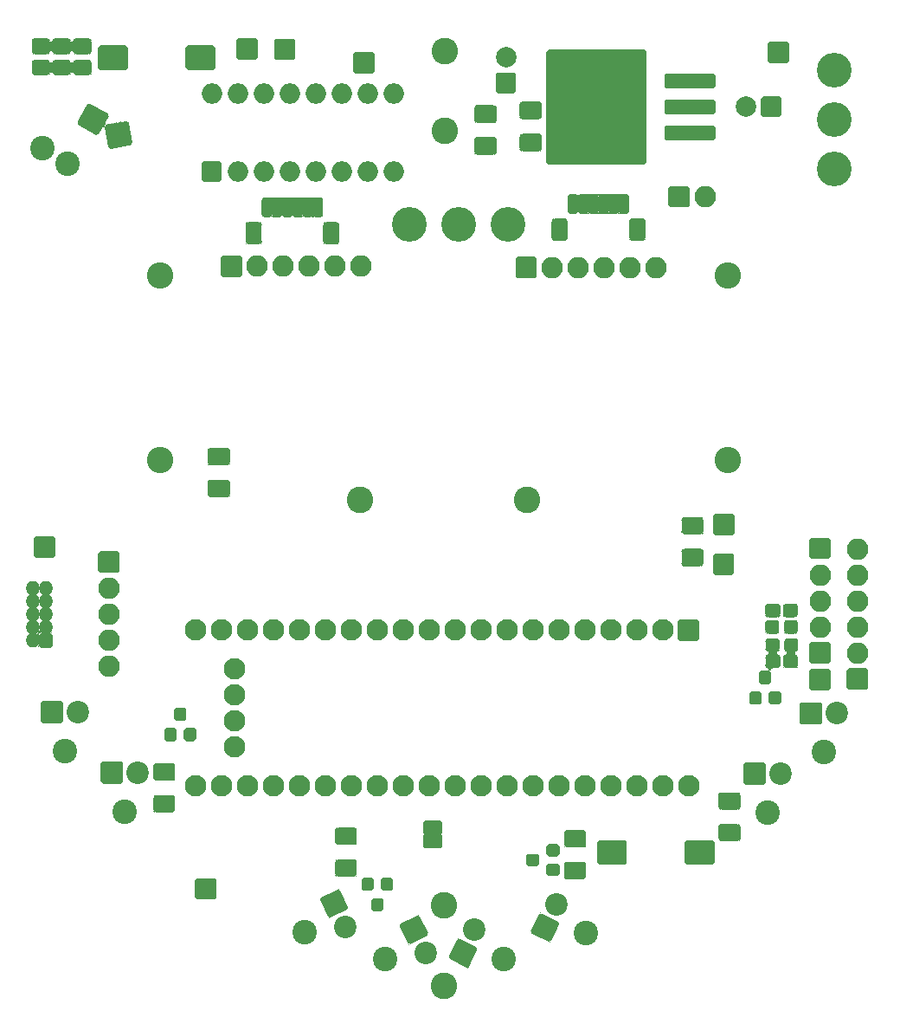
<source format=gts>
G04 #@! TF.GenerationSoftware,KiCad,Pcbnew,(5.1.12-1-10_14)*
G04 #@! TF.CreationDate,2023-04-25T20:34:31-07:00*
G04 #@! TF.ProjectId,bloo,626c6f6f-2e6b-4696-9361-645f70636258,rev?*
G04 #@! TF.SameCoordinates,Original*
G04 #@! TF.FileFunction,Soldermask,Top*
G04 #@! TF.FilePolarity,Negative*
%FSLAX46Y46*%
G04 Gerber Fmt 4.6, Leading zero omitted, Abs format (unit mm)*
G04 Created by KiCad (PCBNEW (5.1.12-1-10_14)) date 2023-04-25 20:34:31*
%MOMM*%
%LPD*%
G01*
G04 APERTURE LIST*
%ADD10O,2.100000X2.100000*%
%ADD11C,2.600000*%
%ADD12C,2.400000*%
%ADD13C,2.000000*%
%ADD14O,1.400000X1.400000*%
%ADD15C,3.400000*%
%ADD16O,2.000000X2.000000*%
%ADD17C,2.584400*%
%ADD18C,2.200000*%
%ADD19C,1.924000*%
%ADD20C,2.100000*%
%ADD21C,0.100000*%
G04 APERTURE END LIST*
G36*
G01*
X183882400Y-71712800D02*
X182182400Y-71712800D01*
G75*
G02*
X181982400Y-71512800I0J200000D01*
G01*
X181982400Y-69812800D01*
G75*
G02*
X182182400Y-69612800I200000J0D01*
G01*
X183882400Y-69612800D01*
G75*
G02*
X184082400Y-69812800I0J-200000D01*
G01*
X184082400Y-71512800D01*
G75*
G02*
X183882400Y-71712800I-200000J0D01*
G01*
G37*
D10*
X185572400Y-70662800D03*
G36*
G01*
X201532200Y-116955200D02*
X201532200Y-118655200D01*
G75*
G02*
X201332200Y-118855200I-200000J0D01*
G01*
X199632200Y-118855200D01*
G75*
G02*
X199432200Y-118655200I0J200000D01*
G01*
X199432200Y-116955200D01*
G75*
G02*
X199632200Y-116755200I200000J0D01*
G01*
X201332200Y-116755200D01*
G75*
G02*
X201532200Y-116955200I0J-200000D01*
G01*
G37*
X200482200Y-115265200D03*
X200482200Y-112725200D03*
X200482200Y-110185200D03*
X200482200Y-107645200D03*
X200482200Y-105105200D03*
D11*
X168198800Y-100253800D03*
X151790400Y-100253800D03*
X160083500Y-64262000D03*
X160020000Y-139954000D03*
X160096200Y-56413400D03*
X160020000Y-147828000D03*
G36*
G01*
X129201922Y-63424414D02*
X129549218Y-65394030D01*
G75*
G02*
X129386986Y-65625722I-196962J-34730D01*
G01*
X127417370Y-65973018D01*
G75*
G02*
X127185678Y-65810786I-34730J196962D01*
G01*
X126838382Y-63841170D01*
G75*
G02*
X127000614Y-63609478I196962J34730D01*
G01*
X128970230Y-63262182D01*
G75*
G02*
X129201922Y-63424414I34730J-196962D01*
G01*
G37*
D12*
X120709261Y-65937326D03*
G36*
G01*
X125438575Y-61554370D02*
X127170625Y-62554370D01*
G75*
G02*
X127243830Y-62827575I-100000J-173205D01*
G01*
X126243830Y-64559625D01*
G75*
G02*
X125970625Y-64632830I-173205J100000D01*
G01*
X124238575Y-63632830D01*
G75*
G02*
X124165370Y-63359625I100000J173205D01*
G01*
X125165370Y-61627575D01*
G75*
G02*
X125438575Y-61554370I173205J-100000D01*
G01*
G37*
X123204600Y-67423727D03*
G36*
G01*
X193049400Y-61074400D02*
X193049400Y-62674400D01*
G75*
G02*
X192849400Y-62874400I-200000J0D01*
G01*
X191249400Y-62874400D01*
G75*
G02*
X191049400Y-62674400I0J200000D01*
G01*
X191049400Y-61074400D01*
G75*
G02*
X191249400Y-60874400I200000J0D01*
G01*
X192849400Y-60874400D01*
G75*
G02*
X193049400Y-61074400I0J-200000D01*
G01*
G37*
D13*
X189549400Y-61874400D03*
G36*
G01*
X194690800Y-115740500D02*
X194690800Y-116415500D01*
G75*
G02*
X194353300Y-116753000I-337500J0D01*
G01*
X193553300Y-116753000D01*
G75*
G02*
X193215800Y-116415500I0J337500D01*
G01*
X193215800Y-115740500D01*
G75*
G02*
X193553300Y-115403000I337500J0D01*
G01*
X194353300Y-115403000D01*
G75*
G02*
X194690800Y-115740500I0J-337500D01*
G01*
G37*
G36*
G01*
X192965800Y-115740500D02*
X192965800Y-116415500D01*
G75*
G02*
X192628300Y-116753000I-337500J0D01*
G01*
X191828300Y-116753000D01*
G75*
G02*
X191490800Y-116415500I0J337500D01*
G01*
X191490800Y-115740500D01*
G75*
G02*
X191828300Y-115403000I337500J0D01*
G01*
X192628300Y-115403000D01*
G75*
G02*
X192965800Y-115740500I0J-337500D01*
G01*
G37*
G36*
G01*
X192940400Y-110762100D02*
X192940400Y-111437100D01*
G75*
G02*
X192602900Y-111774600I-337500J0D01*
G01*
X191802900Y-111774600D01*
G75*
G02*
X191465400Y-111437100I0J337500D01*
G01*
X191465400Y-110762100D01*
G75*
G02*
X191802900Y-110424600I337500J0D01*
G01*
X192602900Y-110424600D01*
G75*
G02*
X192940400Y-110762100I0J-337500D01*
G01*
G37*
G36*
G01*
X194665400Y-110762100D02*
X194665400Y-111437100D01*
G75*
G02*
X194327900Y-111774600I-337500J0D01*
G01*
X193527900Y-111774600D01*
G75*
G02*
X193190400Y-111437100I0J337500D01*
G01*
X193190400Y-110762100D01*
G75*
G02*
X193527900Y-110424600I337500J0D01*
G01*
X194327900Y-110424600D01*
G75*
G02*
X194665400Y-110762100I0J-337500D01*
G01*
G37*
G36*
G01*
X125226245Y-58797600D02*
X124100155Y-58797600D01*
G75*
G02*
X123763200Y-58460645I0J336955D01*
G01*
X123763200Y-57584555D01*
G75*
G02*
X124100155Y-57247600I336955J0D01*
G01*
X125226245Y-57247600D01*
G75*
G02*
X125563200Y-57584555I0J-336955D01*
G01*
X125563200Y-58460645D01*
G75*
G02*
X125226245Y-58797600I-336955J0D01*
G01*
G37*
G36*
G01*
X125226245Y-56747600D02*
X124100155Y-56747600D01*
G75*
G02*
X123763200Y-56410645I0J336955D01*
G01*
X123763200Y-55534555D01*
G75*
G02*
X124100155Y-55197600I336955J0D01*
G01*
X125226245Y-55197600D01*
G75*
G02*
X125563200Y-55534555I0J-336955D01*
G01*
X125563200Y-56410645D01*
G75*
G02*
X125226245Y-56747600I-336955J0D01*
G01*
G37*
G36*
G01*
X121162245Y-58797600D02*
X120036155Y-58797600D01*
G75*
G02*
X119699200Y-58460645I0J336955D01*
G01*
X119699200Y-57584555D01*
G75*
G02*
X120036155Y-57247600I336955J0D01*
G01*
X121162245Y-57247600D01*
G75*
G02*
X121499200Y-57584555I0J-336955D01*
G01*
X121499200Y-58460645D01*
G75*
G02*
X121162245Y-58797600I-336955J0D01*
G01*
G37*
G36*
G01*
X121162245Y-56747600D02*
X120036155Y-56747600D01*
G75*
G02*
X119699200Y-56410645I0J336955D01*
G01*
X119699200Y-55534555D01*
G75*
G02*
X120036155Y-55197600I336955J0D01*
G01*
X121162245Y-55197600D01*
G75*
G02*
X121499200Y-55534555I0J-336955D01*
G01*
X121499200Y-56410645D01*
G75*
G02*
X121162245Y-56747600I-336955J0D01*
G01*
G37*
G36*
G01*
X123194245Y-56747600D02*
X122068155Y-56747600D01*
G75*
G02*
X121731200Y-56410645I0J336955D01*
G01*
X121731200Y-55534555D01*
G75*
G02*
X122068155Y-55197600I336955J0D01*
G01*
X123194245Y-55197600D01*
G75*
G02*
X123531200Y-55534555I0J-336955D01*
G01*
X123531200Y-56410645D01*
G75*
G02*
X123194245Y-56747600I-336955J0D01*
G01*
G37*
G36*
G01*
X123194245Y-58797600D02*
X122068155Y-58797600D01*
G75*
G02*
X121731200Y-58460645I0J336955D01*
G01*
X121731200Y-57584555D01*
G75*
G02*
X122068155Y-57247600I336955J0D01*
G01*
X123194245Y-57247600D01*
G75*
G02*
X123531200Y-57584555I0J-336955D01*
G01*
X123531200Y-58460645D01*
G75*
G02*
X123194245Y-58797600I-336955J0D01*
G01*
G37*
G36*
G01*
X193290400Y-113037300D02*
X193290400Y-112362300D01*
G75*
G02*
X193627900Y-112024800I337500J0D01*
G01*
X194327900Y-112024800D01*
G75*
G02*
X194665400Y-112362300I0J-337500D01*
G01*
X194665400Y-113037300D01*
G75*
G02*
X194327900Y-113374800I-337500J0D01*
G01*
X193627900Y-113374800D01*
G75*
G02*
X193290400Y-113037300I0J337500D01*
G01*
G37*
G36*
G01*
X191465400Y-113037300D02*
X191465400Y-112362300D01*
G75*
G02*
X191802900Y-112024800I337500J0D01*
G01*
X192502900Y-112024800D01*
G75*
G02*
X192840400Y-112362300I0J-337500D01*
G01*
X192840400Y-113037300D01*
G75*
G02*
X192502900Y-113374800I-337500J0D01*
G01*
X191802900Y-113374800D01*
G75*
G02*
X191465400Y-113037300I0J337500D01*
G01*
G37*
G36*
G01*
X194690800Y-114165700D02*
X194690800Y-114840700D01*
G75*
G02*
X194353300Y-115178200I-337500J0D01*
G01*
X193653300Y-115178200D01*
G75*
G02*
X193315800Y-114840700I0J337500D01*
G01*
X193315800Y-114165700D01*
G75*
G02*
X193653300Y-113828200I337500J0D01*
G01*
X194353300Y-113828200D01*
G75*
G02*
X194690800Y-114165700I0J-337500D01*
G01*
G37*
G36*
G01*
X192865800Y-114165700D02*
X192865800Y-114840700D01*
G75*
G02*
X192528300Y-115178200I-337500J0D01*
G01*
X191828300Y-115178200D01*
G75*
G02*
X191490800Y-114840700I0J337500D01*
G01*
X191490800Y-114165700D01*
G75*
G02*
X191828300Y-113828200I337500J0D01*
G01*
X192528300Y-113828200D01*
G75*
G02*
X192865800Y-114165700I0J-337500D01*
G01*
G37*
G36*
G01*
X121781800Y-113546000D02*
X121781800Y-114546000D01*
G75*
G02*
X121581800Y-114746000I-200000J0D01*
G01*
X120581800Y-114746000D01*
G75*
G02*
X120381800Y-114546000I0J200000D01*
G01*
X120381800Y-113546000D01*
G75*
G02*
X120581800Y-113346000I200000J0D01*
G01*
X121581800Y-113346000D01*
G75*
G02*
X121781800Y-113546000I0J-200000D01*
G01*
G37*
D14*
X119811800Y-114046000D03*
X121081800Y-112776000D03*
X119811800Y-112776000D03*
X121081800Y-111506000D03*
X119811800Y-111506000D03*
X121081800Y-110236000D03*
X119811800Y-110236000D03*
X121081800Y-108966000D03*
X119811800Y-108966000D03*
G36*
G01*
X126204000Y-107225200D02*
X126204000Y-105525200D01*
G75*
G02*
X126404000Y-105325200I200000J0D01*
G01*
X128104000Y-105325200D01*
G75*
G02*
X128304000Y-105525200I0J-200000D01*
G01*
X128304000Y-107225200D01*
G75*
G02*
X128104000Y-107425200I-200000J0D01*
G01*
X126404000Y-107425200D01*
G75*
G02*
X126204000Y-107225200I0J200000D01*
G01*
G37*
D10*
X127254000Y-108915200D03*
X127254000Y-111455200D03*
X127254000Y-113995200D03*
X127254000Y-116535200D03*
G36*
G01*
X188708079Y-133667200D02*
X187211921Y-133667200D01*
G75*
G02*
X186885000Y-133340279I0J326921D01*
G01*
X186885000Y-132294121D01*
G75*
G02*
X187211921Y-131967200I326921J0D01*
G01*
X188708079Y-131967200D01*
G75*
G02*
X189035000Y-132294121I0J-326921D01*
G01*
X189035000Y-133340279D01*
G75*
G02*
X188708079Y-133667200I-326921J0D01*
G01*
G37*
G36*
G01*
X188708079Y-130567200D02*
X187211921Y-130567200D01*
G75*
G02*
X186885000Y-130240279I0J326921D01*
G01*
X186885000Y-129194121D01*
G75*
G02*
X187211921Y-128867200I326921J0D01*
G01*
X188708079Y-128867200D01*
G75*
G02*
X189035000Y-129194121I0J-326921D01*
G01*
X189035000Y-130240279D01*
G75*
G02*
X188708079Y-130567200I-326921J0D01*
G01*
G37*
G36*
G01*
X172124321Y-135675600D02*
X173620479Y-135675600D01*
G75*
G02*
X173947400Y-136002521I0J-326921D01*
G01*
X173947400Y-137048679D01*
G75*
G02*
X173620479Y-137375600I-326921J0D01*
G01*
X172124321Y-137375600D01*
G75*
G02*
X171797400Y-137048679I0J326921D01*
G01*
X171797400Y-136002521D01*
G75*
G02*
X172124321Y-135675600I326921J0D01*
G01*
G37*
G36*
G01*
X172124321Y-132575600D02*
X173620479Y-132575600D01*
G75*
G02*
X173947400Y-132902521I0J-326921D01*
G01*
X173947400Y-133948679D01*
G75*
G02*
X173620479Y-134275600I-326921J0D01*
G01*
X172124321Y-134275600D01*
G75*
G02*
X171797400Y-133948679I0J326921D01*
G01*
X171797400Y-132902521D01*
G75*
G02*
X172124321Y-132575600I326921J0D01*
G01*
G37*
G36*
G01*
X133412279Y-130847800D02*
X131916121Y-130847800D01*
G75*
G02*
X131589200Y-130520879I0J326921D01*
G01*
X131589200Y-129474721D01*
G75*
G02*
X131916121Y-129147800I326921J0D01*
G01*
X133412279Y-129147800D01*
G75*
G02*
X133739200Y-129474721I0J-326921D01*
G01*
X133739200Y-130520879D01*
G75*
G02*
X133412279Y-130847800I-326921J0D01*
G01*
G37*
G36*
G01*
X133412279Y-127747800D02*
X131916121Y-127747800D01*
G75*
G02*
X131589200Y-127420879I0J326921D01*
G01*
X131589200Y-126374721D01*
G75*
G02*
X131916121Y-126047800I326921J0D01*
G01*
X133412279Y-126047800D01*
G75*
G02*
X133739200Y-126374721I0J-326921D01*
G01*
X133739200Y-127420879D01*
G75*
G02*
X133412279Y-127747800I-326921J0D01*
G01*
G37*
G36*
G01*
X149696121Y-135421600D02*
X151192279Y-135421600D01*
G75*
G02*
X151519200Y-135748521I0J-326921D01*
G01*
X151519200Y-136794679D01*
G75*
G02*
X151192279Y-137121600I-326921J0D01*
G01*
X149696121Y-137121600D01*
G75*
G02*
X149369200Y-136794679I0J326921D01*
G01*
X149369200Y-135748521D01*
G75*
G02*
X149696121Y-135421600I326921J0D01*
G01*
G37*
G36*
G01*
X149696121Y-132321600D02*
X151192279Y-132321600D01*
G75*
G02*
X151519200Y-132648521I0J-326921D01*
G01*
X151519200Y-133694679D01*
G75*
G02*
X151192279Y-134021600I-326921J0D01*
G01*
X149696121Y-134021600D01*
G75*
G02*
X149369200Y-133694679I0J326921D01*
G01*
X149369200Y-132648521D01*
G75*
G02*
X149696121Y-132321600I326921J0D01*
G01*
G37*
D15*
X198196200Y-63119000D03*
X198196200Y-67945000D03*
X198196200Y-58293000D03*
G36*
G01*
X191885200Y-55515800D02*
X193585200Y-55515800D01*
G75*
G02*
X193785200Y-55715800I0J-200000D01*
G01*
X193785200Y-57415800D01*
G75*
G02*
X193585200Y-57615800I-200000J0D01*
G01*
X191885200Y-57615800D01*
G75*
G02*
X191685200Y-57415800I0J200000D01*
G01*
X191685200Y-55715800D01*
G75*
G02*
X191885200Y-55515800I200000J0D01*
G01*
G37*
G36*
G01*
X137778200Y-137453000D02*
X137778200Y-139153000D01*
G75*
G02*
X137578200Y-139353000I-200000J0D01*
G01*
X135878200Y-139353000D01*
G75*
G02*
X135678200Y-139153000I0J200000D01*
G01*
X135678200Y-137453000D01*
G75*
G02*
X135878200Y-137253000I200000J0D01*
G01*
X137578200Y-137253000D01*
G75*
G02*
X137778200Y-137453000I0J-200000D01*
G01*
G37*
G36*
G01*
X138112400Y-69199000D02*
X136512400Y-69199000D01*
G75*
G02*
X136312400Y-68999000I0J200000D01*
G01*
X136312400Y-67399000D01*
G75*
G02*
X136512400Y-67199000I200000J0D01*
G01*
X138112400Y-67199000D01*
G75*
G02*
X138312400Y-67399000I0J-200000D01*
G01*
X138312400Y-68999000D01*
G75*
G02*
X138112400Y-69199000I-200000J0D01*
G01*
G37*
D16*
X155092400Y-60579000D03*
X139852400Y-68199000D03*
X152552400Y-60579000D03*
X142392400Y-68199000D03*
X150012400Y-60579000D03*
X144932400Y-68199000D03*
X147472400Y-60579000D03*
X147472400Y-68199000D03*
X144932400Y-60579000D03*
X150012400Y-68199000D03*
X142392400Y-60579000D03*
X152552400Y-68199000D03*
X139852400Y-60579000D03*
X155092400Y-68199000D03*
X137312400Y-60579000D03*
D17*
X132254000Y-78376000D03*
X132254000Y-96376000D03*
X187786000Y-78376000D03*
X187786000Y-96376000D03*
D15*
X161493200Y-73406000D03*
X166319200Y-73406000D03*
X156667200Y-73406000D03*
G36*
G01*
X194835600Y-122058000D02*
X194835600Y-120258000D01*
G75*
G02*
X195035600Y-120058000I200000J0D01*
G01*
X196835600Y-120058000D01*
G75*
G02*
X197035600Y-120258000I0J-200000D01*
G01*
X197035600Y-122058000D01*
G75*
G02*
X196835600Y-122258000I-200000J0D01*
G01*
X195035600Y-122258000D01*
G75*
G02*
X194835600Y-122058000I0J200000D01*
G01*
G37*
D18*
X198475600Y-121158000D03*
D12*
X197205600Y-124968000D03*
X165875971Y-145140247D03*
D18*
X163032942Y-142303667D03*
G36*
G01*
X162214223Y-145962806D02*
X160603341Y-145159650D01*
G75*
G02*
X160513594Y-144891423I89240J178987D01*
G01*
X161316750Y-143280541D01*
G75*
G02*
X161584977Y-143190794I178987J-89240D01*
G01*
X163195859Y-143993950D01*
G75*
G02*
X163285606Y-144262177I-89240J-178987D01*
G01*
X162482450Y-145873059D01*
G75*
G02*
X162214223Y-145962806I-178987J89240D01*
G01*
G37*
D12*
X122948700Y-124841000D03*
D18*
X124218700Y-121031000D03*
G36*
G01*
X120578700Y-121931000D02*
X120578700Y-120131000D01*
G75*
G02*
X120778700Y-119931000I200000J0D01*
G01*
X122578700Y-119931000D01*
G75*
G02*
X122778700Y-120131000I0J-200000D01*
G01*
X122778700Y-121931000D01*
G75*
G02*
X122578700Y-122131000I-200000J0D01*
G01*
X120778700Y-122131000D01*
G75*
G02*
X120578700Y-121931000I0J200000D01*
G01*
G37*
G36*
G01*
X155786999Y-141720817D02*
X157397881Y-140917661D01*
G75*
G02*
X157666108Y-141007408I89240J-178987D01*
G01*
X158469264Y-142618290D01*
G75*
G02*
X158379517Y-142886517I-178987J-89240D01*
G01*
X156768635Y-143689673D01*
G75*
G02*
X156500408Y-143599926I-89240J178987D01*
G01*
X155697252Y-141989044D01*
G75*
G02*
X155786999Y-141720817I178987J89240D01*
G01*
G37*
X158216600Y-144576800D03*
D12*
X154240229Y-145140247D03*
G36*
G01*
X189349200Y-127950800D02*
X189349200Y-126150800D01*
G75*
G02*
X189549200Y-125950800I200000J0D01*
G01*
X191349200Y-125950800D01*
G75*
G02*
X191549200Y-126150800I0J-200000D01*
G01*
X191549200Y-127950800D01*
G75*
G02*
X191349200Y-128150800I-200000J0D01*
G01*
X189549200Y-128150800D01*
G75*
G02*
X189349200Y-127950800I0J200000D01*
G01*
G37*
D18*
X192989200Y-127050800D03*
D12*
X191719200Y-130860800D03*
X173902371Y-142651047D03*
D18*
X171059342Y-139814467D03*
G36*
G01*
X170240623Y-143473606D02*
X168629741Y-142670450D01*
G75*
G02*
X168539994Y-142402223I89240J178987D01*
G01*
X169343150Y-140791341D01*
G75*
G02*
X169611377Y-140701594I178987J-89240D01*
G01*
X171222259Y-141504750D01*
G75*
G02*
X171312006Y-141772977I-89240J-178987D01*
G01*
X170508850Y-143383859D01*
G75*
G02*
X170240623Y-143473606I-178987J89240D01*
G01*
G37*
G36*
G01*
X126458800Y-127823800D02*
X126458800Y-126023800D01*
G75*
G02*
X126658800Y-125823800I200000J0D01*
G01*
X128458800Y-125823800D01*
G75*
G02*
X128658800Y-126023800I0J-200000D01*
G01*
X128658800Y-127823800D01*
G75*
G02*
X128458800Y-128023800I-200000J0D01*
G01*
X126658800Y-128023800D01*
G75*
G02*
X126458800Y-127823800I0J200000D01*
G01*
G37*
X130098800Y-126923800D03*
D12*
X128828800Y-130733800D03*
X146442429Y-142574847D03*
D18*
X150418800Y-142011400D03*
G36*
G01*
X147989199Y-139155417D02*
X149600081Y-138352261D01*
G75*
G02*
X149868308Y-138442008I89240J-178987D01*
G01*
X150671464Y-140052890D01*
G75*
G02*
X150581717Y-140321117I-178987J-89240D01*
G01*
X148970835Y-141124273D01*
G75*
G02*
X148702608Y-141034526I-89240J178987D01*
G01*
X147899452Y-139423644D01*
G75*
G02*
X147989199Y-139155417I178987J89240D01*
G01*
G37*
G36*
G01*
X163309467Y-64835000D02*
X164858533Y-64835000D01*
G75*
G02*
X165184000Y-65160467I0J-325467D01*
G01*
X165184000Y-66234533D01*
G75*
G02*
X164858533Y-66560000I-325467J0D01*
G01*
X163309467Y-66560000D01*
G75*
G02*
X162984000Y-66234533I0J325467D01*
G01*
X162984000Y-65160467D01*
G75*
G02*
X163309467Y-64835000I325467J0D01*
G01*
G37*
G36*
G01*
X163309467Y-61710000D02*
X164858533Y-61710000D01*
G75*
G02*
X165184000Y-62035467I0J-325467D01*
G01*
X165184000Y-63109533D01*
G75*
G02*
X164858533Y-63435000I-325467J0D01*
G01*
X163309467Y-63435000D01*
G75*
G02*
X162984000Y-63109533I0J325467D01*
G01*
X162984000Y-62035467D01*
G75*
G02*
X163309467Y-61710000I325467J0D01*
G01*
G37*
G36*
G01*
X166890600Y-60537600D02*
X165290600Y-60537600D01*
G75*
G02*
X165090600Y-60337600I0J200000D01*
G01*
X165090600Y-58737600D01*
G75*
G02*
X165290600Y-58537600I200000J0D01*
G01*
X166890600Y-58537600D01*
G75*
G02*
X167090600Y-58737600I0J-200000D01*
G01*
X167090600Y-60337600D01*
G75*
G02*
X166890600Y-60537600I-200000J0D01*
G01*
G37*
D13*
X166090600Y-57037600D03*
G36*
G01*
X142211800Y-73458332D02*
X142211800Y-74991668D01*
G75*
G02*
X141878468Y-75325000I-333332J0D01*
G01*
X140945132Y-75325000D01*
G75*
G02*
X140611800Y-74991668I0J333332D01*
G01*
X140611800Y-73458332D01*
G75*
G02*
X140945132Y-73125000I333332J0D01*
G01*
X141878468Y-73125000D01*
G75*
G02*
X142211800Y-73458332I0J-333332D01*
G01*
G37*
G36*
G01*
X149811800Y-73458332D02*
X149811800Y-74991668D01*
G75*
G02*
X149478468Y-75325000I-333332J0D01*
G01*
X148545132Y-75325000D01*
G75*
G02*
X148211800Y-74991668I0J333332D01*
G01*
X148211800Y-73458332D01*
G75*
G02*
X148545132Y-73125000I333332J0D01*
G01*
X149478468Y-73125000D01*
G75*
G02*
X149811800Y-73458332I0J-333332D01*
G01*
G37*
G36*
G01*
X143211800Y-70975000D02*
X143211800Y-72425000D01*
G75*
G02*
X142961800Y-72675000I-250000J0D01*
G01*
X142461800Y-72675000D01*
G75*
G02*
X142211800Y-72425000I0J250000D01*
G01*
X142211800Y-70975000D01*
G75*
G02*
X142461800Y-70725000I250000J0D01*
G01*
X142961800Y-70725000D01*
G75*
G02*
X143211800Y-70975000I0J-250000D01*
G01*
G37*
G36*
G01*
X144211800Y-70975000D02*
X144211800Y-72425000D01*
G75*
G02*
X143961800Y-72675000I-250000J0D01*
G01*
X143461800Y-72675000D01*
G75*
G02*
X143211800Y-72425000I0J250000D01*
G01*
X143211800Y-70975000D01*
G75*
G02*
X143461800Y-70725000I250000J0D01*
G01*
X143961800Y-70725000D01*
G75*
G02*
X144211800Y-70975000I0J-250000D01*
G01*
G37*
G36*
G01*
X145211800Y-70975000D02*
X145211800Y-72425000D01*
G75*
G02*
X144961800Y-72675000I-250000J0D01*
G01*
X144461800Y-72675000D01*
G75*
G02*
X144211800Y-72425000I0J250000D01*
G01*
X144211800Y-70975000D01*
G75*
G02*
X144461800Y-70725000I250000J0D01*
G01*
X144961800Y-70725000D01*
G75*
G02*
X145211800Y-70975000I0J-250000D01*
G01*
G37*
G36*
G01*
X146211800Y-70975000D02*
X146211800Y-72425000D01*
G75*
G02*
X145961800Y-72675000I-250000J0D01*
G01*
X145461800Y-72675000D01*
G75*
G02*
X145211800Y-72425000I0J250000D01*
G01*
X145211800Y-70975000D01*
G75*
G02*
X145461800Y-70725000I250000J0D01*
G01*
X145961800Y-70725000D01*
G75*
G02*
X146211800Y-70975000I0J-250000D01*
G01*
G37*
G36*
G01*
X147211800Y-70975000D02*
X147211800Y-72425000D01*
G75*
G02*
X146961800Y-72675000I-250000J0D01*
G01*
X146461800Y-72675000D01*
G75*
G02*
X146211800Y-72425000I0J250000D01*
G01*
X146211800Y-70975000D01*
G75*
G02*
X146461800Y-70725000I250000J0D01*
G01*
X146961800Y-70725000D01*
G75*
G02*
X147211800Y-70975000I0J-250000D01*
G01*
G37*
G36*
G01*
X148211800Y-70975000D02*
X148211800Y-72425000D01*
G75*
G02*
X147961800Y-72675000I-250000J0D01*
G01*
X147461800Y-72675000D01*
G75*
G02*
X147211800Y-72425000I0J250000D01*
G01*
X147211800Y-70975000D01*
G75*
G02*
X147461800Y-70725000I250000J0D01*
G01*
X147961800Y-70725000D01*
G75*
G02*
X148211800Y-70975000I0J-250000D01*
G01*
G37*
G36*
G01*
X178158400Y-70644800D02*
X178158400Y-72094800D01*
G75*
G02*
X177908400Y-72344800I-250000J0D01*
G01*
X177408400Y-72344800D01*
G75*
G02*
X177158400Y-72094800I0J250000D01*
G01*
X177158400Y-70644800D01*
G75*
G02*
X177408400Y-70394800I250000J0D01*
G01*
X177908400Y-70394800D01*
G75*
G02*
X178158400Y-70644800I0J-250000D01*
G01*
G37*
G36*
G01*
X177158400Y-70644800D02*
X177158400Y-72094800D01*
G75*
G02*
X176908400Y-72344800I-250000J0D01*
G01*
X176408400Y-72344800D01*
G75*
G02*
X176158400Y-72094800I0J250000D01*
G01*
X176158400Y-70644800D01*
G75*
G02*
X176408400Y-70394800I250000J0D01*
G01*
X176908400Y-70394800D01*
G75*
G02*
X177158400Y-70644800I0J-250000D01*
G01*
G37*
G36*
G01*
X176158400Y-70644800D02*
X176158400Y-72094800D01*
G75*
G02*
X175908400Y-72344800I-250000J0D01*
G01*
X175408400Y-72344800D01*
G75*
G02*
X175158400Y-72094800I0J250000D01*
G01*
X175158400Y-70644800D01*
G75*
G02*
X175408400Y-70394800I250000J0D01*
G01*
X175908400Y-70394800D01*
G75*
G02*
X176158400Y-70644800I0J-250000D01*
G01*
G37*
G36*
G01*
X175158400Y-70644800D02*
X175158400Y-72094800D01*
G75*
G02*
X174908400Y-72344800I-250000J0D01*
G01*
X174408400Y-72344800D01*
G75*
G02*
X174158400Y-72094800I0J250000D01*
G01*
X174158400Y-70644800D01*
G75*
G02*
X174408400Y-70394800I250000J0D01*
G01*
X174908400Y-70394800D01*
G75*
G02*
X175158400Y-70644800I0J-250000D01*
G01*
G37*
G36*
G01*
X174158400Y-70644800D02*
X174158400Y-72094800D01*
G75*
G02*
X173908400Y-72344800I-250000J0D01*
G01*
X173408400Y-72344800D01*
G75*
G02*
X173158400Y-72094800I0J250000D01*
G01*
X173158400Y-70644800D01*
G75*
G02*
X173408400Y-70394800I250000J0D01*
G01*
X173908400Y-70394800D01*
G75*
G02*
X174158400Y-70644800I0J-250000D01*
G01*
G37*
G36*
G01*
X173158400Y-70644800D02*
X173158400Y-72094800D01*
G75*
G02*
X172908400Y-72344800I-250000J0D01*
G01*
X172408400Y-72344800D01*
G75*
G02*
X172158400Y-72094800I0J250000D01*
G01*
X172158400Y-70644800D01*
G75*
G02*
X172408400Y-70394800I250000J0D01*
G01*
X172908400Y-70394800D01*
G75*
G02*
X173158400Y-70644800I0J-250000D01*
G01*
G37*
G36*
G01*
X179758400Y-73128132D02*
X179758400Y-74661468D01*
G75*
G02*
X179425068Y-74994800I-333332J0D01*
G01*
X178491732Y-74994800D01*
G75*
G02*
X178158400Y-74661468I0J333332D01*
G01*
X178158400Y-73128132D01*
G75*
G02*
X178491732Y-72794800I333332J0D01*
G01*
X179425068Y-72794800D01*
G75*
G02*
X179758400Y-73128132I0J-333332D01*
G01*
G37*
G36*
G01*
X172158400Y-73128132D02*
X172158400Y-74661468D01*
G75*
G02*
X171825068Y-74994800I-333332J0D01*
G01*
X170891732Y-74994800D01*
G75*
G02*
X170558400Y-74661468I0J333332D01*
G01*
X170558400Y-73128132D01*
G75*
G02*
X170891732Y-72794800I333332J0D01*
G01*
X171825068Y-72794800D01*
G75*
G02*
X172158400Y-73128132I0J-333332D01*
G01*
G37*
G36*
G01*
X167754467Y-64504800D02*
X169303533Y-64504800D01*
G75*
G02*
X169629000Y-64830267I0J-325467D01*
G01*
X169629000Y-65904333D01*
G75*
G02*
X169303533Y-66229800I-325467J0D01*
G01*
X167754467Y-66229800D01*
G75*
G02*
X167429000Y-65904333I0J325467D01*
G01*
X167429000Y-64830267D01*
G75*
G02*
X167754467Y-64504800I325467J0D01*
G01*
G37*
G36*
G01*
X167754467Y-61379800D02*
X169303533Y-61379800D01*
G75*
G02*
X169629000Y-61705267I0J-325467D01*
G01*
X169629000Y-62779333D01*
G75*
G02*
X169303533Y-63104800I-325467J0D01*
G01*
X167754467Y-63104800D01*
G75*
G02*
X167429000Y-62779333I0J325467D01*
G01*
X167429000Y-61705267D01*
G75*
G02*
X167754467Y-61379800I325467J0D01*
G01*
G37*
D10*
X151917400Y-77470000D03*
X149377400Y-77470000D03*
X146837400Y-77470000D03*
X144297400Y-77470000D03*
X141757400Y-77470000D03*
G36*
G01*
X140067400Y-78520000D02*
X138367400Y-78520000D01*
G75*
G02*
X138167400Y-78320000I0J200000D01*
G01*
X138167400Y-76620000D01*
G75*
G02*
X138367400Y-76420000I200000J0D01*
G01*
X140067400Y-76420000D01*
G75*
G02*
X140267400Y-76620000I0J-200000D01*
G01*
X140267400Y-78320000D01*
G75*
G02*
X140067400Y-78520000I-200000J0D01*
G01*
G37*
G36*
G01*
X168921800Y-78621600D02*
X167221800Y-78621600D01*
G75*
G02*
X167021800Y-78421600I0J200000D01*
G01*
X167021800Y-76721600D01*
G75*
G02*
X167221800Y-76521600I200000J0D01*
G01*
X168921800Y-76521600D01*
G75*
G02*
X169121800Y-76721600I0J-200000D01*
G01*
X169121800Y-78421600D01*
G75*
G02*
X168921800Y-78621600I-200000J0D01*
G01*
G37*
X170611800Y-77571600D03*
X173151800Y-77571600D03*
X175691800Y-77571600D03*
X178231800Y-77571600D03*
X180771800Y-77571600D03*
G36*
G01*
X151146800Y-58431800D02*
X151146800Y-56731800D01*
G75*
G02*
X151346800Y-56531800I200000J0D01*
G01*
X153046800Y-56531800D01*
G75*
G02*
X153246800Y-56731800I0J-200000D01*
G01*
X153246800Y-58431800D01*
G75*
G02*
X153046800Y-58631800I-200000J0D01*
G01*
X151346800Y-58631800D01*
G75*
G02*
X151146800Y-58431800I0J200000D01*
G01*
G37*
G36*
G01*
X121830200Y-105952000D02*
X120130200Y-105952000D01*
G75*
G02*
X119930200Y-105752000I0J200000D01*
G01*
X119930200Y-104052000D01*
G75*
G02*
X120130200Y-103852000I200000J0D01*
G01*
X121830200Y-103852000D01*
G75*
G02*
X122030200Y-104052000I0J-200000D01*
G01*
X122030200Y-105752000D01*
G75*
G02*
X121830200Y-105952000I-200000J0D01*
G01*
G37*
G36*
G01*
X159677800Y-134344400D02*
X158177800Y-134344400D01*
G75*
G02*
X157977800Y-134144400I0J200000D01*
G01*
X157977800Y-133144400D01*
G75*
G02*
X158177800Y-132944400I200000J0D01*
G01*
X159677800Y-132944400D01*
G75*
G02*
X159877800Y-133144400I0J-200000D01*
G01*
X159877800Y-134144400D01*
G75*
G02*
X159677800Y-134344400I-200000J0D01*
G01*
G37*
G36*
G01*
X159677800Y-133044400D02*
X158177800Y-133044400D01*
G75*
G02*
X157977800Y-132844400I0J200000D01*
G01*
X157977800Y-131844400D01*
G75*
G02*
X158177800Y-131644400I200000J0D01*
G01*
X159677800Y-131644400D01*
G75*
G02*
X159877800Y-131844400I0J-200000D01*
G01*
X159877800Y-132844400D01*
G75*
G02*
X159677800Y-133044400I-200000J0D01*
G01*
G37*
G36*
G01*
X134757600Y-58073800D02*
X134757600Y-56073800D01*
G75*
G02*
X134957600Y-55873800I200000J0D01*
G01*
X137457600Y-55873800D01*
G75*
G02*
X137657600Y-56073800I0J-200000D01*
G01*
X137657600Y-58073800D01*
G75*
G02*
X137457600Y-58273800I-200000J0D01*
G01*
X134957600Y-58273800D01*
G75*
G02*
X134757600Y-58073800I0J200000D01*
G01*
G37*
G36*
G01*
X126197600Y-58073800D02*
X126197600Y-56073800D01*
G75*
G02*
X126397600Y-55873800I200000J0D01*
G01*
X128897600Y-55873800D01*
G75*
G02*
X129097600Y-56073800I0J-200000D01*
G01*
X129097600Y-58073800D01*
G75*
G02*
X128897600Y-58273800I-200000J0D01*
G01*
X126397600Y-58273800D01*
G75*
G02*
X126197600Y-58073800I0J200000D01*
G01*
G37*
G36*
G01*
X175041800Y-135747000D02*
X175041800Y-133747000D01*
G75*
G02*
X175241800Y-133547000I200000J0D01*
G01*
X177741800Y-133547000D01*
G75*
G02*
X177941800Y-133747000I0J-200000D01*
G01*
X177941800Y-135747000D01*
G75*
G02*
X177741800Y-135947000I-200000J0D01*
G01*
X175241800Y-135947000D01*
G75*
G02*
X175041800Y-135747000I0J200000D01*
G01*
G37*
G36*
G01*
X183601800Y-135747000D02*
X183601800Y-133747000D01*
G75*
G02*
X183801800Y-133547000I200000J0D01*
G01*
X186301800Y-133547000D01*
G75*
G02*
X186501800Y-133747000I0J-200000D01*
G01*
X186501800Y-135747000D01*
G75*
G02*
X186301800Y-135947000I-200000J0D01*
G01*
X183801800Y-135947000D01*
G75*
G02*
X183601800Y-135747000I0J200000D01*
G01*
G37*
G36*
G01*
X186608400Y-63889800D02*
X186608400Y-64989800D01*
G75*
G02*
X186408400Y-65189800I-200000J0D01*
G01*
X181808400Y-65189800D01*
G75*
G02*
X181608400Y-64989800I0J200000D01*
G01*
X181608400Y-63889800D01*
G75*
G02*
X181808400Y-63689800I200000J0D01*
G01*
X186408400Y-63689800D01*
G75*
G02*
X186608400Y-63889800I0J-200000D01*
G01*
G37*
G36*
G01*
X186608400Y-61349800D02*
X186608400Y-62449800D01*
G75*
G02*
X186408400Y-62649800I-200000J0D01*
G01*
X181808400Y-62649800D01*
G75*
G02*
X181608400Y-62449800I0J200000D01*
G01*
X181608400Y-61349800D01*
G75*
G02*
X181808400Y-61149800I200000J0D01*
G01*
X186408400Y-61149800D01*
G75*
G02*
X186608400Y-61349800I0J-200000D01*
G01*
G37*
G36*
G01*
X186608400Y-58809800D02*
X186608400Y-59909800D01*
G75*
G02*
X186408400Y-60109800I-200000J0D01*
G01*
X181808400Y-60109800D01*
G75*
G02*
X181608400Y-59909800I0J200000D01*
G01*
X181608400Y-58809800D01*
G75*
G02*
X181808400Y-58609800I200000J0D01*
G01*
X186408400Y-58609800D01*
G75*
G02*
X186608400Y-58809800I0J-200000D01*
G01*
G37*
G36*
G01*
X179858400Y-56499799D02*
X179858400Y-67299801D01*
G75*
G02*
X179658401Y-67499800I-199999J0D01*
G01*
X170258399Y-67499800D01*
G75*
G02*
X170058400Y-67299801I0J199999D01*
G01*
X170058400Y-56499799D01*
G75*
G02*
X170258399Y-56299800I199999J0D01*
G01*
X179658401Y-56299800D01*
G75*
G02*
X179858400Y-56499799I0J-199999D01*
G01*
G37*
D19*
X176047400Y-58343800D03*
X176047400Y-60375800D03*
X178079400Y-60375800D03*
X178079400Y-58343800D03*
X174015400Y-58343800D03*
X171983400Y-58343800D03*
X174015400Y-60375800D03*
X171983400Y-60375800D03*
X171983400Y-62407800D03*
X174015400Y-62407800D03*
X176047400Y-62407800D03*
X178079400Y-62407800D03*
X171983400Y-64439800D03*
X174015400Y-64439800D03*
X176047400Y-64439800D03*
X178079400Y-64439800D03*
X178079400Y-66471800D03*
X176047400Y-66471800D03*
X174015400Y-66471800D03*
X171983400Y-66471800D03*
G36*
G01*
X190915200Y-120293400D02*
X190115200Y-120293400D01*
G75*
G02*
X189915200Y-120093400I0J200000D01*
G01*
X189915200Y-119193400D01*
G75*
G02*
X190115200Y-118993400I200000J0D01*
G01*
X190915200Y-118993400D01*
G75*
G02*
X191115200Y-119193400I0J-200000D01*
G01*
X191115200Y-120093400D01*
G75*
G02*
X190915200Y-120293400I-200000J0D01*
G01*
G37*
G36*
G01*
X192815200Y-120293400D02*
X192015200Y-120293400D01*
G75*
G02*
X191815200Y-120093400I0J200000D01*
G01*
X191815200Y-119193400D01*
G75*
G02*
X192015200Y-118993400I200000J0D01*
G01*
X192815200Y-118993400D01*
G75*
G02*
X193015200Y-119193400I0J-200000D01*
G01*
X193015200Y-120093400D01*
G75*
G02*
X192815200Y-120293400I-200000J0D01*
G01*
G37*
G36*
G01*
X191865200Y-118293400D02*
X191065200Y-118293400D01*
G75*
G02*
X190865200Y-118093400I0J200000D01*
G01*
X190865200Y-117193400D01*
G75*
G02*
X191065200Y-116993400I200000J0D01*
G01*
X191865200Y-116993400D01*
G75*
G02*
X192065200Y-117193400I0J-200000D01*
G01*
X192065200Y-118093400D01*
G75*
G02*
X191865200Y-118293400I-200000J0D01*
G01*
G37*
G36*
G01*
X169347400Y-135083600D02*
X169347400Y-135883600D01*
G75*
G02*
X169147400Y-136083600I-200000J0D01*
G01*
X168247400Y-136083600D01*
G75*
G02*
X168047400Y-135883600I0J200000D01*
G01*
X168047400Y-135083600D01*
G75*
G02*
X168247400Y-134883600I200000J0D01*
G01*
X169147400Y-134883600D01*
G75*
G02*
X169347400Y-135083600I0J-200000D01*
G01*
G37*
G36*
G01*
X171347400Y-134133600D02*
X171347400Y-134933600D01*
G75*
G02*
X171147400Y-135133600I-200000J0D01*
G01*
X170247400Y-135133600D01*
G75*
G02*
X170047400Y-134933600I0J200000D01*
G01*
X170047400Y-134133600D01*
G75*
G02*
X170247400Y-133933600I200000J0D01*
G01*
X171147400Y-133933600D01*
G75*
G02*
X171347400Y-134133600I0J-200000D01*
G01*
G37*
G36*
G01*
X171347400Y-136033600D02*
X171347400Y-136833600D01*
G75*
G02*
X171147400Y-137033600I-200000J0D01*
G01*
X170247400Y-137033600D01*
G75*
G02*
X170047400Y-136833600I0J200000D01*
G01*
X170047400Y-136033600D01*
G75*
G02*
X170247400Y-135833600I200000J0D01*
G01*
X171147400Y-135833600D01*
G75*
G02*
X171347400Y-136033600I0J-200000D01*
G01*
G37*
G36*
G01*
X133689000Y-123874800D02*
X132889000Y-123874800D01*
G75*
G02*
X132689000Y-123674800I0J200000D01*
G01*
X132689000Y-122774800D01*
G75*
G02*
X132889000Y-122574800I200000J0D01*
G01*
X133689000Y-122574800D01*
G75*
G02*
X133889000Y-122774800I0J-200000D01*
G01*
X133889000Y-123674800D01*
G75*
G02*
X133689000Y-123874800I-200000J0D01*
G01*
G37*
G36*
G01*
X135589000Y-123874800D02*
X134789000Y-123874800D01*
G75*
G02*
X134589000Y-123674800I0J200000D01*
G01*
X134589000Y-122774800D01*
G75*
G02*
X134789000Y-122574800I200000J0D01*
G01*
X135589000Y-122574800D01*
G75*
G02*
X135789000Y-122774800I0J-200000D01*
G01*
X135789000Y-123674800D01*
G75*
G02*
X135589000Y-123874800I-200000J0D01*
G01*
G37*
G36*
G01*
X134639000Y-121874800D02*
X133839000Y-121874800D01*
G75*
G02*
X133639000Y-121674800I0J200000D01*
G01*
X133639000Y-120774800D01*
G75*
G02*
X133839000Y-120574800I200000J0D01*
G01*
X134639000Y-120574800D01*
G75*
G02*
X134839000Y-120774800I0J-200000D01*
G01*
X134839000Y-121674800D01*
G75*
G02*
X134639000Y-121874800I-200000J0D01*
G01*
G37*
G36*
G01*
X153117600Y-139211800D02*
X153917600Y-139211800D01*
G75*
G02*
X154117600Y-139411800I0J-200000D01*
G01*
X154117600Y-140311800D01*
G75*
G02*
X153917600Y-140511800I-200000J0D01*
G01*
X153117600Y-140511800D01*
G75*
G02*
X152917600Y-140311800I0J200000D01*
G01*
X152917600Y-139411800D01*
G75*
G02*
X153117600Y-139211800I200000J0D01*
G01*
G37*
G36*
G01*
X152167600Y-137211800D02*
X152967600Y-137211800D01*
G75*
G02*
X153167600Y-137411800I0J-200000D01*
G01*
X153167600Y-138311800D01*
G75*
G02*
X152967600Y-138511800I-200000J0D01*
G01*
X152167600Y-138511800D01*
G75*
G02*
X151967600Y-138311800I0J200000D01*
G01*
X151967600Y-137411800D01*
G75*
G02*
X152167600Y-137211800I200000J0D01*
G01*
G37*
G36*
G01*
X154067600Y-137211800D02*
X154867600Y-137211800D01*
G75*
G02*
X155067600Y-137411800I0J-200000D01*
G01*
X155067600Y-138311800D01*
G75*
G02*
X154867600Y-138511800I-200000J0D01*
G01*
X154067600Y-138511800D01*
G75*
G02*
X153867600Y-138311800I0J200000D01*
G01*
X153867600Y-137411800D01*
G75*
G02*
X154067600Y-137211800I200000J0D01*
G01*
G37*
G36*
G01*
X138772733Y-100062600D02*
X137223667Y-100062600D01*
G75*
G02*
X136898200Y-99737133I0J325467D01*
G01*
X136898200Y-98663067D01*
G75*
G02*
X137223667Y-98337600I325467J0D01*
G01*
X138772733Y-98337600D01*
G75*
G02*
X139098200Y-98663067I0J-325467D01*
G01*
X139098200Y-99737133D01*
G75*
G02*
X138772733Y-100062600I-325467J0D01*
G01*
G37*
G36*
G01*
X138772733Y-96937600D02*
X137223667Y-96937600D01*
G75*
G02*
X136898200Y-96612133I0J325467D01*
G01*
X136898200Y-95538067D01*
G75*
G02*
X137223667Y-95212600I325467J0D01*
G01*
X138772733Y-95212600D01*
G75*
G02*
X139098200Y-95538067I0J-325467D01*
G01*
X139098200Y-96612133D01*
G75*
G02*
X138772733Y-96937600I-325467J0D01*
G01*
G37*
D20*
X139522200Y-116840000D03*
X139522200Y-119380000D03*
X139522200Y-121920000D03*
X139522200Y-124460000D03*
X183972200Y-128270000D03*
G36*
G01*
X183122200Y-111980000D02*
X184822200Y-111980000D01*
G75*
G02*
X185022200Y-112180000I0J-200000D01*
G01*
X185022200Y-113880000D01*
G75*
G02*
X184822200Y-114080000I-200000J0D01*
G01*
X183122200Y-114080000D01*
G75*
G02*
X182922200Y-113880000I0J200000D01*
G01*
X182922200Y-112180000D01*
G75*
G02*
X183122200Y-111980000I200000J0D01*
G01*
G37*
X181432200Y-128270000D03*
X181432200Y-113030000D03*
X178892200Y-128270000D03*
X178892200Y-113030000D03*
X176352200Y-128270000D03*
X176352200Y-113030000D03*
X173812200Y-128270000D03*
X173812200Y-113030000D03*
X171272200Y-128270000D03*
X171272200Y-113030000D03*
X168732200Y-128270000D03*
X168732200Y-113030000D03*
X166192200Y-128270000D03*
X166192200Y-113030000D03*
X163652200Y-128270000D03*
X163652200Y-113030000D03*
X161112200Y-128270000D03*
X161112200Y-113030000D03*
X158572200Y-128270000D03*
X158572200Y-113030000D03*
X156032200Y-128270000D03*
X156032200Y-113030000D03*
X153492200Y-128270000D03*
X153492200Y-113030000D03*
X150952200Y-128270000D03*
X150952200Y-113030000D03*
X148412200Y-128270000D03*
X148412200Y-113030000D03*
X145872200Y-128270000D03*
X145872200Y-113030000D03*
X143332200Y-128270000D03*
X143332200Y-113030000D03*
X140792200Y-128270000D03*
X140792200Y-113030000D03*
X138252200Y-128270000D03*
X138252200Y-113030000D03*
X135712200Y-128270000D03*
X135712200Y-113030000D03*
G36*
G01*
X143399800Y-57111000D02*
X143399800Y-55411000D01*
G75*
G02*
X143599800Y-55211000I200000J0D01*
G01*
X145299800Y-55211000D01*
G75*
G02*
X145499800Y-55411000I0J-200000D01*
G01*
X145499800Y-57111000D01*
G75*
G02*
X145299800Y-57311000I-200000J0D01*
G01*
X143599800Y-57311000D01*
G75*
G02*
X143399800Y-57111000I0J200000D01*
G01*
G37*
G36*
G01*
X139742200Y-57085600D02*
X139742200Y-55385600D01*
G75*
G02*
X139942200Y-55185600I200000J0D01*
G01*
X141642200Y-55185600D01*
G75*
G02*
X141842200Y-55385600I0J-200000D01*
G01*
X141842200Y-57085600D01*
G75*
G02*
X141642200Y-57285600I-200000J0D01*
G01*
X139942200Y-57285600D01*
G75*
G02*
X139742200Y-57085600I0J200000D01*
G01*
G37*
G36*
G01*
X195774600Y-118731400D02*
X195774600Y-117031400D01*
G75*
G02*
X195974600Y-116831400I200000J0D01*
G01*
X197674600Y-116831400D01*
G75*
G02*
X197874600Y-117031400I0J-200000D01*
G01*
X197874600Y-118731400D01*
G75*
G02*
X197674600Y-118931400I-200000J0D01*
G01*
X195974600Y-118931400D01*
G75*
G02*
X195774600Y-118731400I0J200000D01*
G01*
G37*
G36*
G01*
X195774600Y-105879000D02*
X195774600Y-104179000D01*
G75*
G02*
X195974600Y-103979000I200000J0D01*
G01*
X197674600Y-103979000D01*
G75*
G02*
X197874600Y-104179000I0J-200000D01*
G01*
X197874600Y-105879000D01*
G75*
G02*
X197674600Y-106079000I-200000J0D01*
G01*
X195974600Y-106079000D01*
G75*
G02*
X195774600Y-105879000I0J200000D01*
G01*
G37*
G36*
G01*
X186402000Y-103542200D02*
X186402000Y-101842200D01*
G75*
G02*
X186602000Y-101642200I200000J0D01*
G01*
X188302000Y-101642200D01*
G75*
G02*
X188502000Y-101842200I0J-200000D01*
G01*
X188502000Y-103542200D01*
G75*
G02*
X188302000Y-103742200I-200000J0D01*
G01*
X186602000Y-103742200D01*
G75*
G02*
X186402000Y-103542200I0J200000D01*
G01*
G37*
G36*
G01*
X186338500Y-107441100D02*
X186338500Y-105741100D01*
G75*
G02*
X186538500Y-105541100I200000J0D01*
G01*
X188238500Y-105541100D01*
G75*
G02*
X188438500Y-105741100I0J-200000D01*
G01*
X188438500Y-107441100D01*
G75*
G02*
X188238500Y-107641100I-200000J0D01*
G01*
X186538500Y-107641100D01*
G75*
G02*
X186338500Y-107441100I0J200000D01*
G01*
G37*
G36*
G01*
X185101277Y-103668600D02*
X183605123Y-103668600D01*
G75*
G02*
X183278200Y-103341677I0J326923D01*
G01*
X183278200Y-102295523D01*
G75*
G02*
X183605123Y-101968600I326923J0D01*
G01*
X185101277Y-101968600D01*
G75*
G02*
X185428200Y-102295523I0J-326923D01*
G01*
X185428200Y-103341677D01*
G75*
G02*
X185101277Y-103668600I-326923J0D01*
G01*
G37*
G36*
G01*
X185101277Y-106768600D02*
X183605123Y-106768600D01*
G75*
G02*
X183278200Y-106441677I0J326923D01*
G01*
X183278200Y-105395523D01*
G75*
G02*
X183605123Y-105068600I326923J0D01*
G01*
X185101277Y-105068600D01*
G75*
G02*
X185428200Y-105395523I0J-326923D01*
G01*
X185428200Y-106441677D01*
G75*
G02*
X185101277Y-106768600I-326923J0D01*
G01*
G37*
G36*
G01*
X197874600Y-114415200D02*
X197874600Y-116115200D01*
G75*
G02*
X197674600Y-116315200I-200000J0D01*
G01*
X195974600Y-116315200D01*
G75*
G02*
X195774600Y-116115200I0J200000D01*
G01*
X195774600Y-114415200D01*
G75*
G02*
X195974600Y-114215200I200000J0D01*
G01*
X197674600Y-114215200D01*
G75*
G02*
X197874600Y-114415200I0J-200000D01*
G01*
G37*
D10*
X196824600Y-112725200D03*
X196824600Y-110185200D03*
X196824600Y-107645200D03*
D21*
G36*
X163375738Y-144081400D02*
G01*
X163376842Y-144083068D01*
X163376636Y-144084082D01*
X162395000Y-146052938D01*
X162393332Y-146054042D01*
X162392318Y-146053836D01*
X160423462Y-145072200D01*
X160422358Y-145070532D01*
X160422564Y-145069518D01*
X160422566Y-145069513D01*
X160427037Y-145069513D01*
X162392313Y-146049363D01*
X163372163Y-144084087D01*
X161406887Y-143104237D01*
X161177789Y-143563737D01*
X161070062Y-143779804D01*
X160427037Y-145069513D01*
X160422566Y-145069513D01*
X161066482Y-143778020D01*
X161174209Y-143561953D01*
X161404200Y-143100662D01*
X161406882Y-143099764D01*
X163375738Y-144081400D01*
G37*
G36*
X157577972Y-140826753D02*
G01*
X157578658Y-140827529D01*
X157770657Y-141212620D01*
X158560294Y-142796385D01*
X158559396Y-142799067D01*
X156590540Y-143780703D01*
X156588544Y-143780581D01*
X156587858Y-143779805D01*
X156480131Y-143563738D01*
X156250140Y-143102447D01*
X155606225Y-141810954D01*
X155610695Y-141810954D01*
X156253720Y-143100663D01*
X156483711Y-143561954D01*
X156590545Y-143776230D01*
X158555821Y-142796380D01*
X157767077Y-141214404D01*
X157575971Y-140831104D01*
X155610695Y-141810954D01*
X155606225Y-141810954D01*
X155606222Y-141810949D01*
X155607120Y-141808267D01*
X157575976Y-140826631D01*
X157577972Y-140826753D01*
G37*
G36*
X171402138Y-141592200D02*
G01*
X171403242Y-141593868D01*
X171403036Y-141594882D01*
X170651391Y-143102447D01*
X170421400Y-143563738D01*
X170418718Y-143564636D01*
X168449862Y-142583000D01*
X168448758Y-142581332D01*
X168448964Y-142580318D01*
X168448966Y-142580313D01*
X168453437Y-142580313D01*
X170418713Y-143560163D01*
X170647811Y-143100663D01*
X171398563Y-141594887D01*
X169433287Y-140615037D01*
X169326453Y-140829313D01*
X168453437Y-142580313D01*
X168448966Y-142580313D01*
X169322873Y-140827529D01*
X169430600Y-140611462D01*
X169433282Y-140610564D01*
X171402138Y-141592200D01*
G37*
G36*
X149780172Y-138261353D02*
G01*
X149780858Y-138262129D01*
X150762494Y-140230985D01*
X150762372Y-140232981D01*
X150761596Y-140233667D01*
X148792740Y-141215303D01*
X148790744Y-141215181D01*
X148790058Y-141214405D01*
X148598059Y-140829314D01*
X147808425Y-139245554D01*
X147812895Y-139245554D01*
X148601639Y-140827530D01*
X148792745Y-141210830D01*
X150758021Y-140230980D01*
X149778171Y-138265704D01*
X147812895Y-139245554D01*
X147808425Y-139245554D01*
X147808422Y-139245549D01*
X147809320Y-139242867D01*
X149778176Y-138261231D01*
X149780172Y-138261353D01*
G37*
G36*
X171799390Y-137048483D02*
G01*
X171805652Y-137112063D01*
X171824142Y-137173017D01*
X171854167Y-137229191D01*
X171894574Y-137278426D01*
X171943809Y-137318833D01*
X171999983Y-137348858D01*
X172060937Y-137367348D01*
X172124517Y-137373610D01*
X172126143Y-137374775D01*
X172125947Y-137376765D01*
X172124321Y-137377600D01*
X172053537Y-137377600D01*
X172053341Y-137377590D01*
X171998553Y-137372194D01*
X171998168Y-137372118D01*
X171951377Y-137357924D01*
X171951015Y-137357774D01*
X171907899Y-137334728D01*
X171907573Y-137334510D01*
X171869781Y-137303496D01*
X171869504Y-137303219D01*
X171838490Y-137265427D01*
X171838272Y-137265101D01*
X171815226Y-137221985D01*
X171815076Y-137221623D01*
X171800882Y-137174832D01*
X171800806Y-137174447D01*
X171795410Y-137119659D01*
X171795400Y-137119463D01*
X171795400Y-137048679D01*
X171796400Y-137046947D01*
X171798400Y-137046947D01*
X171799390Y-137048483D01*
G37*
G36*
X173948565Y-137047053D02*
G01*
X173949400Y-137048679D01*
X173949400Y-137119463D01*
X173949390Y-137119659D01*
X173943994Y-137174447D01*
X173943918Y-137174832D01*
X173929724Y-137221623D01*
X173929574Y-137221985D01*
X173906528Y-137265101D01*
X173906310Y-137265427D01*
X173875296Y-137303219D01*
X173875019Y-137303496D01*
X173837227Y-137334510D01*
X173836901Y-137334728D01*
X173793785Y-137357774D01*
X173793423Y-137357924D01*
X173746632Y-137372118D01*
X173746247Y-137372194D01*
X173691459Y-137377590D01*
X173691263Y-137377600D01*
X173620479Y-137377600D01*
X173618747Y-137376600D01*
X173618747Y-137374600D01*
X173620283Y-137373610D01*
X173683863Y-137367348D01*
X173744817Y-137348858D01*
X173800991Y-137318833D01*
X173850226Y-137278426D01*
X173890633Y-137229191D01*
X173920658Y-137173017D01*
X173939148Y-137112063D01*
X173945410Y-137048483D01*
X173946575Y-137046857D01*
X173948565Y-137047053D01*
G37*
G36*
X151520365Y-136793053D02*
G01*
X151521200Y-136794679D01*
X151521200Y-136865463D01*
X151521190Y-136865659D01*
X151515794Y-136920447D01*
X151515718Y-136920832D01*
X151501524Y-136967623D01*
X151501374Y-136967985D01*
X151478328Y-137011101D01*
X151478110Y-137011427D01*
X151447096Y-137049219D01*
X151446819Y-137049496D01*
X151409027Y-137080510D01*
X151408701Y-137080728D01*
X151365585Y-137103774D01*
X151365223Y-137103924D01*
X151318432Y-137118118D01*
X151318047Y-137118194D01*
X151263259Y-137123590D01*
X151263063Y-137123600D01*
X151192279Y-137123600D01*
X151190547Y-137122600D01*
X151190547Y-137120600D01*
X151192083Y-137119610D01*
X151255663Y-137113348D01*
X151316617Y-137094858D01*
X151372791Y-137064833D01*
X151422026Y-137024426D01*
X151462433Y-136975191D01*
X151492458Y-136919017D01*
X151510948Y-136858063D01*
X151517210Y-136794483D01*
X151518375Y-136792857D01*
X151520365Y-136793053D01*
G37*
G36*
X149371190Y-136794483D02*
G01*
X149377452Y-136858063D01*
X149395942Y-136919017D01*
X149425967Y-136975191D01*
X149466374Y-137024426D01*
X149515609Y-137064833D01*
X149571783Y-137094858D01*
X149632737Y-137113348D01*
X149696317Y-137119610D01*
X149697943Y-137120775D01*
X149697747Y-137122765D01*
X149696121Y-137123600D01*
X149625337Y-137123600D01*
X149625141Y-137123590D01*
X149570353Y-137118194D01*
X149569968Y-137118118D01*
X149523177Y-137103924D01*
X149522815Y-137103774D01*
X149479699Y-137080728D01*
X149479373Y-137080510D01*
X149441581Y-137049496D01*
X149441304Y-137049219D01*
X149410290Y-137011427D01*
X149410072Y-137011101D01*
X149387026Y-136967985D01*
X149386876Y-136967623D01*
X149372682Y-136920832D01*
X149372606Y-136920447D01*
X149367210Y-136865659D01*
X149367200Y-136865463D01*
X149367200Y-136794679D01*
X149368200Y-136792947D01*
X149370200Y-136792947D01*
X149371190Y-136794483D01*
G37*
G36*
X172126053Y-135674600D02*
G01*
X172126053Y-135676600D01*
X172124517Y-135677590D01*
X172060937Y-135683852D01*
X171999983Y-135702342D01*
X171943809Y-135732367D01*
X171894574Y-135772774D01*
X171854167Y-135822009D01*
X171824142Y-135878183D01*
X171805652Y-135939137D01*
X171799390Y-136002717D01*
X171798225Y-136004343D01*
X171796235Y-136004147D01*
X171795400Y-136002521D01*
X171795400Y-135931737D01*
X171795410Y-135931541D01*
X171800806Y-135876753D01*
X171800882Y-135876368D01*
X171815076Y-135829577D01*
X171815226Y-135829215D01*
X171838272Y-135786099D01*
X171838490Y-135785773D01*
X171869504Y-135747981D01*
X171869781Y-135747704D01*
X171907573Y-135716690D01*
X171907899Y-135716472D01*
X171951015Y-135693426D01*
X171951377Y-135693276D01*
X171998168Y-135679082D01*
X171998553Y-135679006D01*
X172053341Y-135673610D01*
X172053537Y-135673600D01*
X172124321Y-135673600D01*
X172126053Y-135674600D01*
G37*
G36*
X173691459Y-135673610D02*
G01*
X173746247Y-135679006D01*
X173746632Y-135679082D01*
X173793423Y-135693276D01*
X173793785Y-135693426D01*
X173836901Y-135716472D01*
X173837227Y-135716690D01*
X173875019Y-135747704D01*
X173875296Y-135747981D01*
X173906310Y-135785773D01*
X173906528Y-135786099D01*
X173929574Y-135829215D01*
X173929724Y-135829577D01*
X173943918Y-135876368D01*
X173943994Y-135876753D01*
X173949390Y-135931541D01*
X173949400Y-135931737D01*
X173949400Y-136002521D01*
X173948400Y-136004253D01*
X173946400Y-136004253D01*
X173945410Y-136002717D01*
X173939148Y-135939137D01*
X173920658Y-135878183D01*
X173890633Y-135822009D01*
X173850226Y-135772774D01*
X173800991Y-135732367D01*
X173744817Y-135702342D01*
X173683863Y-135683852D01*
X173620283Y-135677590D01*
X173618657Y-135676425D01*
X173618853Y-135674435D01*
X173620479Y-135673600D01*
X173691263Y-135673600D01*
X173691459Y-135673610D01*
G37*
G36*
X149697853Y-135420600D02*
G01*
X149697853Y-135422600D01*
X149696317Y-135423590D01*
X149632737Y-135429852D01*
X149571783Y-135448342D01*
X149515609Y-135478367D01*
X149466374Y-135518774D01*
X149425967Y-135568009D01*
X149395942Y-135624183D01*
X149377452Y-135685137D01*
X149371190Y-135748717D01*
X149370025Y-135750343D01*
X149368035Y-135750147D01*
X149367200Y-135748521D01*
X149367200Y-135677737D01*
X149367210Y-135677541D01*
X149372606Y-135622753D01*
X149372682Y-135622368D01*
X149386876Y-135575577D01*
X149387026Y-135575215D01*
X149410072Y-135532099D01*
X149410290Y-135531773D01*
X149441304Y-135493981D01*
X149441581Y-135493704D01*
X149479373Y-135462690D01*
X149479699Y-135462472D01*
X149522815Y-135439426D01*
X149523177Y-135439276D01*
X149569968Y-135425082D01*
X149570353Y-135425006D01*
X149625141Y-135419610D01*
X149625337Y-135419600D01*
X149696121Y-135419600D01*
X149697853Y-135420600D01*
G37*
G36*
X151263259Y-135419610D02*
G01*
X151318047Y-135425006D01*
X151318432Y-135425082D01*
X151365223Y-135439276D01*
X151365585Y-135439426D01*
X151408701Y-135462472D01*
X151409027Y-135462690D01*
X151446819Y-135493704D01*
X151447096Y-135493981D01*
X151478110Y-135531773D01*
X151478328Y-135532099D01*
X151501374Y-135575215D01*
X151501524Y-135575577D01*
X151515718Y-135622368D01*
X151515794Y-135622753D01*
X151521190Y-135677541D01*
X151521200Y-135677737D01*
X151521200Y-135748521D01*
X151520200Y-135750253D01*
X151518200Y-135750253D01*
X151517210Y-135748717D01*
X151510948Y-135685137D01*
X151492458Y-135624183D01*
X151462433Y-135568009D01*
X151422026Y-135518774D01*
X151372791Y-135478367D01*
X151316617Y-135448342D01*
X151255663Y-135429852D01*
X151192083Y-135423590D01*
X151190457Y-135422425D01*
X151190653Y-135420435D01*
X151192279Y-135419600D01*
X151263063Y-135419600D01*
X151263259Y-135419610D01*
G37*
G36*
X173948565Y-133947053D02*
G01*
X173949400Y-133948679D01*
X173949400Y-134019463D01*
X173949390Y-134019659D01*
X173943994Y-134074447D01*
X173943918Y-134074832D01*
X173929724Y-134121623D01*
X173929574Y-134121985D01*
X173906528Y-134165101D01*
X173906310Y-134165427D01*
X173875296Y-134203219D01*
X173875019Y-134203496D01*
X173837227Y-134234510D01*
X173836901Y-134234728D01*
X173793785Y-134257774D01*
X173793423Y-134257924D01*
X173746632Y-134272118D01*
X173746247Y-134272194D01*
X173691459Y-134277590D01*
X173691263Y-134277600D01*
X173620479Y-134277600D01*
X173618747Y-134276600D01*
X173618747Y-134274600D01*
X173620283Y-134273610D01*
X173683863Y-134267348D01*
X173744817Y-134248858D01*
X173800991Y-134218833D01*
X173850226Y-134178426D01*
X173890633Y-134129191D01*
X173920658Y-134073017D01*
X173939148Y-134012063D01*
X173945410Y-133948483D01*
X173946575Y-133946857D01*
X173948565Y-133947053D01*
G37*
G36*
X171799390Y-133948483D02*
G01*
X171805652Y-134012063D01*
X171824142Y-134073017D01*
X171854167Y-134129191D01*
X171894574Y-134178426D01*
X171943809Y-134218833D01*
X171999983Y-134248858D01*
X172060937Y-134267348D01*
X172124517Y-134273610D01*
X172126143Y-134274775D01*
X172125947Y-134276765D01*
X172124321Y-134277600D01*
X172053537Y-134277600D01*
X172053341Y-134277590D01*
X171998553Y-134272194D01*
X171998168Y-134272118D01*
X171951377Y-134257924D01*
X171951015Y-134257774D01*
X171907899Y-134234728D01*
X171907573Y-134234510D01*
X171869781Y-134203496D01*
X171869504Y-134203219D01*
X171838490Y-134165427D01*
X171838272Y-134165101D01*
X171815226Y-134121985D01*
X171815076Y-134121623D01*
X171800882Y-134074832D01*
X171800806Y-134074447D01*
X171795410Y-134019659D01*
X171795400Y-134019463D01*
X171795400Y-133948679D01*
X171796400Y-133946947D01*
X171798400Y-133946947D01*
X171799390Y-133948483D01*
G37*
G36*
X151520365Y-133693053D02*
G01*
X151521200Y-133694679D01*
X151521200Y-133765463D01*
X151521190Y-133765659D01*
X151515794Y-133820447D01*
X151515718Y-133820832D01*
X151501524Y-133867623D01*
X151501374Y-133867985D01*
X151478328Y-133911101D01*
X151478110Y-133911427D01*
X151447096Y-133949219D01*
X151446819Y-133949496D01*
X151409027Y-133980510D01*
X151408701Y-133980728D01*
X151365585Y-134003774D01*
X151365223Y-134003924D01*
X151318432Y-134018118D01*
X151318047Y-134018194D01*
X151263259Y-134023590D01*
X151263063Y-134023600D01*
X151192279Y-134023600D01*
X151190547Y-134022600D01*
X151190547Y-134020600D01*
X151192083Y-134019610D01*
X151255663Y-134013348D01*
X151316617Y-133994858D01*
X151372791Y-133964833D01*
X151422026Y-133924426D01*
X151462433Y-133875191D01*
X151492458Y-133819017D01*
X151510948Y-133758063D01*
X151517210Y-133694483D01*
X151518375Y-133692857D01*
X151520365Y-133693053D01*
G37*
G36*
X149371190Y-133694483D02*
G01*
X149377452Y-133758063D01*
X149395942Y-133819017D01*
X149425967Y-133875191D01*
X149466374Y-133924426D01*
X149515609Y-133964833D01*
X149571783Y-133994858D01*
X149632737Y-134013348D01*
X149696317Y-134019610D01*
X149697943Y-134020775D01*
X149697747Y-134022765D01*
X149696121Y-134023600D01*
X149625337Y-134023600D01*
X149625141Y-134023590D01*
X149570353Y-134018194D01*
X149569968Y-134018118D01*
X149523177Y-134003924D01*
X149522815Y-134003774D01*
X149479699Y-133980728D01*
X149479373Y-133980510D01*
X149441581Y-133949496D01*
X149441304Y-133949219D01*
X149410290Y-133911427D01*
X149410072Y-133911101D01*
X149387026Y-133867985D01*
X149386876Y-133867623D01*
X149372682Y-133820832D01*
X149372606Y-133820447D01*
X149367210Y-133765659D01*
X149367200Y-133765463D01*
X149367200Y-133694679D01*
X149368200Y-133692947D01*
X149370200Y-133692947D01*
X149371190Y-133694483D01*
G37*
G36*
X189036165Y-133338653D02*
G01*
X189037000Y-133340279D01*
X189037000Y-133411063D01*
X189036990Y-133411259D01*
X189031594Y-133466047D01*
X189031518Y-133466432D01*
X189017324Y-133513223D01*
X189017174Y-133513585D01*
X188994128Y-133556701D01*
X188993910Y-133557027D01*
X188962896Y-133594819D01*
X188962619Y-133595096D01*
X188924827Y-133626110D01*
X188924501Y-133626328D01*
X188881385Y-133649374D01*
X188881023Y-133649524D01*
X188834232Y-133663718D01*
X188833847Y-133663794D01*
X188779059Y-133669190D01*
X188778863Y-133669200D01*
X188708079Y-133669200D01*
X188706347Y-133668200D01*
X188706347Y-133666200D01*
X188707883Y-133665210D01*
X188771463Y-133658948D01*
X188832417Y-133640458D01*
X188888591Y-133610433D01*
X188937826Y-133570026D01*
X188978233Y-133520791D01*
X189008258Y-133464617D01*
X189026748Y-133403663D01*
X189033010Y-133340083D01*
X189034175Y-133338457D01*
X189036165Y-133338653D01*
G37*
G36*
X186886990Y-133340083D02*
G01*
X186893252Y-133403663D01*
X186911742Y-133464617D01*
X186941767Y-133520791D01*
X186982174Y-133570026D01*
X187031409Y-133610433D01*
X187087583Y-133640458D01*
X187148537Y-133658948D01*
X187212117Y-133665210D01*
X187213743Y-133666375D01*
X187213547Y-133668365D01*
X187211921Y-133669200D01*
X187141137Y-133669200D01*
X187140941Y-133669190D01*
X187086153Y-133663794D01*
X187085768Y-133663718D01*
X187038977Y-133649524D01*
X187038615Y-133649374D01*
X186995499Y-133626328D01*
X186995173Y-133626110D01*
X186957381Y-133595096D01*
X186957104Y-133594819D01*
X186926090Y-133557027D01*
X186925872Y-133556701D01*
X186902826Y-133513585D01*
X186902676Y-133513223D01*
X186888482Y-133466432D01*
X186888406Y-133466047D01*
X186883010Y-133411259D01*
X186883000Y-133411063D01*
X186883000Y-133340279D01*
X186884000Y-133338547D01*
X186886000Y-133338547D01*
X186886990Y-133340083D01*
G37*
G36*
X172126053Y-132574600D02*
G01*
X172126053Y-132576600D01*
X172124517Y-132577590D01*
X172060937Y-132583852D01*
X171999983Y-132602342D01*
X171943809Y-132632367D01*
X171894574Y-132672774D01*
X171854167Y-132722009D01*
X171824142Y-132778183D01*
X171805652Y-132839137D01*
X171799390Y-132902717D01*
X171798225Y-132904343D01*
X171796235Y-132904147D01*
X171795400Y-132902521D01*
X171795400Y-132831737D01*
X171795410Y-132831541D01*
X171800806Y-132776753D01*
X171800882Y-132776368D01*
X171815076Y-132729577D01*
X171815226Y-132729215D01*
X171838272Y-132686099D01*
X171838490Y-132685773D01*
X171869504Y-132647981D01*
X171869781Y-132647704D01*
X171907573Y-132616690D01*
X171907899Y-132616472D01*
X171951015Y-132593426D01*
X171951377Y-132593276D01*
X171998168Y-132579082D01*
X171998553Y-132579006D01*
X172053341Y-132573610D01*
X172053537Y-132573600D01*
X172124321Y-132573600D01*
X172126053Y-132574600D01*
G37*
G36*
X173691459Y-132573610D02*
G01*
X173746247Y-132579006D01*
X173746632Y-132579082D01*
X173793423Y-132593276D01*
X173793785Y-132593426D01*
X173836901Y-132616472D01*
X173837227Y-132616690D01*
X173875019Y-132647704D01*
X173875296Y-132647981D01*
X173906310Y-132685773D01*
X173906528Y-132686099D01*
X173929574Y-132729215D01*
X173929724Y-132729577D01*
X173943918Y-132776368D01*
X173943994Y-132776753D01*
X173949390Y-132831541D01*
X173949400Y-132831737D01*
X173949400Y-132902521D01*
X173948400Y-132904253D01*
X173946400Y-132904253D01*
X173945410Y-132902717D01*
X173939148Y-132839137D01*
X173920658Y-132778183D01*
X173890633Y-132722009D01*
X173850226Y-132672774D01*
X173800991Y-132632367D01*
X173744817Y-132602342D01*
X173683863Y-132583852D01*
X173620283Y-132577590D01*
X173618657Y-132576425D01*
X173618853Y-132574435D01*
X173620479Y-132573600D01*
X173691263Y-132573600D01*
X173691459Y-132573610D01*
G37*
G36*
X149697853Y-132320600D02*
G01*
X149697853Y-132322600D01*
X149696317Y-132323590D01*
X149632737Y-132329852D01*
X149571783Y-132348342D01*
X149515609Y-132378367D01*
X149466374Y-132418774D01*
X149425967Y-132468009D01*
X149395942Y-132524183D01*
X149377452Y-132585137D01*
X149371190Y-132648717D01*
X149370025Y-132650343D01*
X149368035Y-132650147D01*
X149367200Y-132648521D01*
X149367200Y-132577737D01*
X149367210Y-132577541D01*
X149372606Y-132522753D01*
X149372682Y-132522368D01*
X149386876Y-132475577D01*
X149387026Y-132475215D01*
X149410072Y-132432099D01*
X149410290Y-132431773D01*
X149441304Y-132393981D01*
X149441581Y-132393704D01*
X149479373Y-132362690D01*
X149479699Y-132362472D01*
X149522815Y-132339426D01*
X149523177Y-132339276D01*
X149569968Y-132325082D01*
X149570353Y-132325006D01*
X149625141Y-132319610D01*
X149625337Y-132319600D01*
X149696121Y-132319600D01*
X149697853Y-132320600D01*
G37*
G36*
X151263259Y-132319610D02*
G01*
X151318047Y-132325006D01*
X151318432Y-132325082D01*
X151365223Y-132339276D01*
X151365585Y-132339426D01*
X151408701Y-132362472D01*
X151409027Y-132362690D01*
X151446819Y-132393704D01*
X151447096Y-132393981D01*
X151478110Y-132431773D01*
X151478328Y-132432099D01*
X151501374Y-132475215D01*
X151501524Y-132475577D01*
X151515718Y-132522368D01*
X151515794Y-132522753D01*
X151521190Y-132577541D01*
X151521200Y-132577737D01*
X151521200Y-132648521D01*
X151520200Y-132650253D01*
X151518200Y-132650253D01*
X151517210Y-132648717D01*
X151510948Y-132585137D01*
X151492458Y-132524183D01*
X151462433Y-132468009D01*
X151422026Y-132418774D01*
X151372791Y-132378367D01*
X151316617Y-132348342D01*
X151255663Y-132329852D01*
X151192083Y-132323590D01*
X151190457Y-132322425D01*
X151190653Y-132320435D01*
X151192279Y-132319600D01*
X151263063Y-132319600D01*
X151263259Y-132319610D01*
G37*
G36*
X187213653Y-131966200D02*
G01*
X187213653Y-131968200D01*
X187212117Y-131969190D01*
X187148537Y-131975452D01*
X187087583Y-131993942D01*
X187031409Y-132023967D01*
X186982174Y-132064374D01*
X186941767Y-132113609D01*
X186911742Y-132169783D01*
X186893252Y-132230737D01*
X186886990Y-132294317D01*
X186885825Y-132295943D01*
X186883835Y-132295747D01*
X186883000Y-132294121D01*
X186883000Y-132223337D01*
X186883010Y-132223141D01*
X186888406Y-132168353D01*
X186888482Y-132167968D01*
X186902676Y-132121177D01*
X186902826Y-132120815D01*
X186925872Y-132077699D01*
X186926090Y-132077373D01*
X186957104Y-132039581D01*
X186957381Y-132039304D01*
X186995173Y-132008290D01*
X186995499Y-132008072D01*
X187038615Y-131985026D01*
X187038977Y-131984876D01*
X187085768Y-131970682D01*
X187086153Y-131970606D01*
X187140941Y-131965210D01*
X187141137Y-131965200D01*
X187211921Y-131965200D01*
X187213653Y-131966200D01*
G37*
G36*
X188779059Y-131965210D02*
G01*
X188833847Y-131970606D01*
X188834232Y-131970682D01*
X188881023Y-131984876D01*
X188881385Y-131985026D01*
X188924501Y-132008072D01*
X188924827Y-132008290D01*
X188962619Y-132039304D01*
X188962896Y-132039581D01*
X188993910Y-132077373D01*
X188994128Y-132077699D01*
X189017174Y-132120815D01*
X189017324Y-132121177D01*
X189031518Y-132167968D01*
X189031594Y-132168353D01*
X189036990Y-132223141D01*
X189037000Y-132223337D01*
X189037000Y-132294121D01*
X189036000Y-132295853D01*
X189034000Y-132295853D01*
X189033010Y-132294317D01*
X189026748Y-132230737D01*
X189008258Y-132169783D01*
X188978233Y-132113609D01*
X188937826Y-132064374D01*
X188888591Y-132023967D01*
X188832417Y-131993942D01*
X188771463Y-131975452D01*
X188707883Y-131969190D01*
X188706257Y-131968025D01*
X188706453Y-131966035D01*
X188708079Y-131965200D01*
X188778863Y-131965200D01*
X188779059Y-131965210D01*
G37*
G36*
X131591190Y-130520683D02*
G01*
X131597452Y-130584263D01*
X131615942Y-130645217D01*
X131645967Y-130701391D01*
X131686374Y-130750626D01*
X131735609Y-130791033D01*
X131791783Y-130821058D01*
X131852737Y-130839548D01*
X131916317Y-130845810D01*
X131917943Y-130846975D01*
X131917747Y-130848965D01*
X131916121Y-130849800D01*
X131845337Y-130849800D01*
X131845141Y-130849790D01*
X131790353Y-130844394D01*
X131789968Y-130844318D01*
X131743177Y-130830124D01*
X131742815Y-130829974D01*
X131699699Y-130806928D01*
X131699373Y-130806710D01*
X131661581Y-130775696D01*
X131661304Y-130775419D01*
X131630290Y-130737627D01*
X131630072Y-130737301D01*
X131607026Y-130694185D01*
X131606876Y-130693823D01*
X131592682Y-130647032D01*
X131592606Y-130646647D01*
X131587210Y-130591859D01*
X131587200Y-130591663D01*
X131587200Y-130520879D01*
X131588200Y-130519147D01*
X131590200Y-130519147D01*
X131591190Y-130520683D01*
G37*
G36*
X133740365Y-130519253D02*
G01*
X133741200Y-130520879D01*
X133741200Y-130591663D01*
X133741190Y-130591859D01*
X133735794Y-130646647D01*
X133735718Y-130647032D01*
X133721524Y-130693823D01*
X133721374Y-130694185D01*
X133698328Y-130737301D01*
X133698110Y-130737627D01*
X133667096Y-130775419D01*
X133666819Y-130775696D01*
X133629027Y-130806710D01*
X133628701Y-130806928D01*
X133585585Y-130829974D01*
X133585223Y-130830124D01*
X133538432Y-130844318D01*
X133538047Y-130844394D01*
X133483259Y-130849790D01*
X133483063Y-130849800D01*
X133412279Y-130849800D01*
X133410547Y-130848800D01*
X133410547Y-130846800D01*
X133412083Y-130845810D01*
X133475663Y-130839548D01*
X133536617Y-130821058D01*
X133592791Y-130791033D01*
X133642026Y-130750626D01*
X133682433Y-130701391D01*
X133712458Y-130645217D01*
X133730948Y-130584263D01*
X133737210Y-130520683D01*
X133738375Y-130519057D01*
X133740365Y-130519253D01*
G37*
G36*
X186886990Y-130240083D02*
G01*
X186893252Y-130303663D01*
X186911742Y-130364617D01*
X186941767Y-130420791D01*
X186982174Y-130470026D01*
X187031409Y-130510433D01*
X187087583Y-130540458D01*
X187148537Y-130558948D01*
X187212117Y-130565210D01*
X187213743Y-130566375D01*
X187213547Y-130568365D01*
X187211921Y-130569200D01*
X187141137Y-130569200D01*
X187140941Y-130569190D01*
X187086153Y-130563794D01*
X187085768Y-130563718D01*
X187038977Y-130549524D01*
X187038615Y-130549374D01*
X186995499Y-130526328D01*
X186995173Y-130526110D01*
X186957381Y-130495096D01*
X186957104Y-130494819D01*
X186926090Y-130457027D01*
X186925872Y-130456701D01*
X186902826Y-130413585D01*
X186902676Y-130413223D01*
X186888482Y-130366432D01*
X186888406Y-130366047D01*
X186883010Y-130311259D01*
X186883000Y-130311063D01*
X186883000Y-130240279D01*
X186884000Y-130238547D01*
X186886000Y-130238547D01*
X186886990Y-130240083D01*
G37*
G36*
X189036165Y-130238653D02*
G01*
X189037000Y-130240279D01*
X189037000Y-130311063D01*
X189036990Y-130311259D01*
X189031594Y-130366047D01*
X189031518Y-130366432D01*
X189017324Y-130413223D01*
X189017174Y-130413585D01*
X188994128Y-130456701D01*
X188993910Y-130457027D01*
X188962896Y-130494819D01*
X188962619Y-130495096D01*
X188924827Y-130526110D01*
X188924501Y-130526328D01*
X188881385Y-130549374D01*
X188881023Y-130549524D01*
X188834232Y-130563718D01*
X188833847Y-130563794D01*
X188779059Y-130569190D01*
X188778863Y-130569200D01*
X188708079Y-130569200D01*
X188706347Y-130568200D01*
X188706347Y-130566200D01*
X188707883Y-130565210D01*
X188771463Y-130558948D01*
X188832417Y-130540458D01*
X188888591Y-130510433D01*
X188937826Y-130470026D01*
X188978233Y-130420791D01*
X189008258Y-130364617D01*
X189026748Y-130303663D01*
X189033010Y-130240083D01*
X189034175Y-130238457D01*
X189036165Y-130238653D01*
G37*
G36*
X131917853Y-129146800D02*
G01*
X131917853Y-129148800D01*
X131916317Y-129149790D01*
X131852737Y-129156052D01*
X131791783Y-129174542D01*
X131735609Y-129204567D01*
X131686374Y-129244974D01*
X131645967Y-129294209D01*
X131615942Y-129350383D01*
X131597452Y-129411337D01*
X131591190Y-129474917D01*
X131590025Y-129476543D01*
X131588035Y-129476347D01*
X131587200Y-129474721D01*
X131587200Y-129403937D01*
X131587210Y-129403741D01*
X131592606Y-129348953D01*
X131592682Y-129348568D01*
X131606876Y-129301777D01*
X131607026Y-129301415D01*
X131630072Y-129258299D01*
X131630290Y-129257973D01*
X131661304Y-129220181D01*
X131661581Y-129219904D01*
X131699373Y-129188890D01*
X131699699Y-129188672D01*
X131742815Y-129165626D01*
X131743177Y-129165476D01*
X131789968Y-129151282D01*
X131790353Y-129151206D01*
X131845141Y-129145810D01*
X131845337Y-129145800D01*
X131916121Y-129145800D01*
X131917853Y-129146800D01*
G37*
G36*
X133483259Y-129145810D02*
G01*
X133538047Y-129151206D01*
X133538432Y-129151282D01*
X133585223Y-129165476D01*
X133585585Y-129165626D01*
X133628701Y-129188672D01*
X133629027Y-129188890D01*
X133666819Y-129219904D01*
X133667096Y-129220181D01*
X133698110Y-129257973D01*
X133698328Y-129258299D01*
X133721374Y-129301415D01*
X133721524Y-129301777D01*
X133735718Y-129348568D01*
X133735794Y-129348953D01*
X133741190Y-129403741D01*
X133741200Y-129403937D01*
X133741200Y-129474721D01*
X133740200Y-129476453D01*
X133738200Y-129476453D01*
X133737210Y-129474917D01*
X133730948Y-129411337D01*
X133712458Y-129350383D01*
X133682433Y-129294209D01*
X133642026Y-129244974D01*
X133592791Y-129204567D01*
X133536617Y-129174542D01*
X133475663Y-129156052D01*
X133412083Y-129149790D01*
X133410457Y-129148625D01*
X133410653Y-129146635D01*
X133412279Y-129145800D01*
X133483063Y-129145800D01*
X133483259Y-129145810D01*
G37*
G36*
X187213653Y-128866200D02*
G01*
X187213653Y-128868200D01*
X187212117Y-128869190D01*
X187148537Y-128875452D01*
X187087583Y-128893942D01*
X187031409Y-128923967D01*
X186982174Y-128964374D01*
X186941767Y-129013609D01*
X186911742Y-129069783D01*
X186893252Y-129130737D01*
X186886990Y-129194317D01*
X186885825Y-129195943D01*
X186883835Y-129195747D01*
X186883000Y-129194121D01*
X186883000Y-129123337D01*
X186883010Y-129123141D01*
X186888406Y-129068353D01*
X186888482Y-129067968D01*
X186902676Y-129021177D01*
X186902826Y-129020815D01*
X186925872Y-128977699D01*
X186926090Y-128977373D01*
X186957104Y-128939581D01*
X186957381Y-128939304D01*
X186995173Y-128908290D01*
X186995499Y-128908072D01*
X187038615Y-128885026D01*
X187038977Y-128884876D01*
X187085768Y-128870682D01*
X187086153Y-128870606D01*
X187140941Y-128865210D01*
X187141137Y-128865200D01*
X187211921Y-128865200D01*
X187213653Y-128866200D01*
G37*
G36*
X188779059Y-128865210D02*
G01*
X188833847Y-128870606D01*
X188834232Y-128870682D01*
X188881023Y-128884876D01*
X188881385Y-128885026D01*
X188924501Y-128908072D01*
X188924827Y-128908290D01*
X188962619Y-128939304D01*
X188962896Y-128939581D01*
X188993910Y-128977373D01*
X188994128Y-128977699D01*
X189017174Y-129020815D01*
X189017324Y-129021177D01*
X189031518Y-129067968D01*
X189031594Y-129068353D01*
X189036990Y-129123141D01*
X189037000Y-129123337D01*
X189037000Y-129194121D01*
X189036000Y-129195853D01*
X189034000Y-129195853D01*
X189033010Y-129194317D01*
X189026748Y-129130737D01*
X189008258Y-129069783D01*
X188978233Y-129013609D01*
X188937826Y-128964374D01*
X188888591Y-128923967D01*
X188832417Y-128893942D01*
X188771463Y-128875452D01*
X188707883Y-128869190D01*
X188706257Y-128868025D01*
X188706453Y-128866035D01*
X188708079Y-128865200D01*
X188778863Y-128865200D01*
X188779059Y-128865210D01*
G37*
G36*
X133740365Y-127419253D02*
G01*
X133741200Y-127420879D01*
X133741200Y-127491663D01*
X133741190Y-127491859D01*
X133735794Y-127546647D01*
X133735718Y-127547032D01*
X133721524Y-127593823D01*
X133721374Y-127594185D01*
X133698328Y-127637301D01*
X133698110Y-127637627D01*
X133667096Y-127675419D01*
X133666819Y-127675696D01*
X133629027Y-127706710D01*
X133628701Y-127706928D01*
X133585585Y-127729974D01*
X133585223Y-127730124D01*
X133538432Y-127744318D01*
X133538047Y-127744394D01*
X133483259Y-127749790D01*
X133483063Y-127749800D01*
X133412279Y-127749800D01*
X133410547Y-127748800D01*
X133410547Y-127746800D01*
X133412083Y-127745810D01*
X133475663Y-127739548D01*
X133536617Y-127721058D01*
X133592791Y-127691033D01*
X133642026Y-127650626D01*
X133682433Y-127601391D01*
X133712458Y-127545217D01*
X133730948Y-127484263D01*
X133737210Y-127420683D01*
X133738375Y-127419057D01*
X133740365Y-127419253D01*
G37*
G36*
X131591190Y-127420683D02*
G01*
X131597452Y-127484263D01*
X131615942Y-127545217D01*
X131645967Y-127601391D01*
X131686374Y-127650626D01*
X131735609Y-127691033D01*
X131791783Y-127721058D01*
X131852737Y-127739548D01*
X131916317Y-127745810D01*
X131917943Y-127746975D01*
X131917747Y-127748965D01*
X131916121Y-127749800D01*
X131845337Y-127749800D01*
X131845141Y-127749790D01*
X131790353Y-127744394D01*
X131789968Y-127744318D01*
X131743177Y-127730124D01*
X131742815Y-127729974D01*
X131699699Y-127706928D01*
X131699373Y-127706710D01*
X131661581Y-127675696D01*
X131661304Y-127675419D01*
X131630290Y-127637627D01*
X131630072Y-127637301D01*
X131607026Y-127594185D01*
X131606876Y-127593823D01*
X131592682Y-127547032D01*
X131592606Y-127546647D01*
X131587210Y-127491859D01*
X131587200Y-127491663D01*
X131587200Y-127420879D01*
X131588200Y-127419147D01*
X131590200Y-127419147D01*
X131591190Y-127420683D01*
G37*
G36*
X131917853Y-126046800D02*
G01*
X131917853Y-126048800D01*
X131916317Y-126049790D01*
X131852737Y-126056052D01*
X131791783Y-126074542D01*
X131735609Y-126104567D01*
X131686374Y-126144974D01*
X131645967Y-126194209D01*
X131615942Y-126250383D01*
X131597452Y-126311337D01*
X131591190Y-126374917D01*
X131590025Y-126376543D01*
X131588035Y-126376347D01*
X131587200Y-126374721D01*
X131587200Y-126303937D01*
X131587210Y-126303741D01*
X131592606Y-126248953D01*
X131592682Y-126248568D01*
X131606876Y-126201777D01*
X131607026Y-126201415D01*
X131630072Y-126158299D01*
X131630290Y-126157973D01*
X131661304Y-126120181D01*
X131661581Y-126119904D01*
X131699373Y-126088890D01*
X131699699Y-126088672D01*
X131742815Y-126065626D01*
X131743177Y-126065476D01*
X131789968Y-126051282D01*
X131790353Y-126051206D01*
X131845141Y-126045810D01*
X131845337Y-126045800D01*
X131916121Y-126045800D01*
X131917853Y-126046800D01*
G37*
G36*
X133483259Y-126045810D02*
G01*
X133538047Y-126051206D01*
X133538432Y-126051282D01*
X133585223Y-126065476D01*
X133585585Y-126065626D01*
X133628701Y-126088672D01*
X133629027Y-126088890D01*
X133666819Y-126119904D01*
X133667096Y-126120181D01*
X133698110Y-126157973D01*
X133698328Y-126158299D01*
X133721374Y-126201415D01*
X133721524Y-126201777D01*
X133735718Y-126248568D01*
X133735794Y-126248953D01*
X133741190Y-126303741D01*
X133741200Y-126303937D01*
X133741200Y-126374721D01*
X133740200Y-126376453D01*
X133738200Y-126376453D01*
X133737210Y-126374917D01*
X133730948Y-126311337D01*
X133712458Y-126250383D01*
X133682433Y-126194209D01*
X133642026Y-126144974D01*
X133592791Y-126104567D01*
X133536617Y-126074542D01*
X133475663Y-126056052D01*
X133412083Y-126049790D01*
X133410457Y-126048625D01*
X133410653Y-126046635D01*
X133412279Y-126045800D01*
X133483063Y-126045800D01*
X133483259Y-126045810D01*
G37*
G36*
X191492790Y-116415304D02*
G01*
X191499255Y-116480948D01*
X191518348Y-116543887D01*
X191549350Y-116601889D01*
X191591072Y-116652728D01*
X191641911Y-116694450D01*
X191699913Y-116725452D01*
X191762852Y-116744545D01*
X191828394Y-116751000D01*
X192190199Y-116751000D01*
X192191931Y-116752000D01*
X192191931Y-116754000D01*
X192190395Y-116754990D01*
X192166208Y-116757372D01*
X192143133Y-116764372D01*
X192121869Y-116775737D01*
X192103232Y-116791032D01*
X192087937Y-116809669D01*
X192076572Y-116830933D01*
X192069572Y-116854008D01*
X192067200Y-116878093D01*
X192067200Y-116993400D01*
X192066200Y-116995132D01*
X192065200Y-116995400D01*
X191681461Y-116995400D01*
X191679729Y-116994400D01*
X191679729Y-116992400D01*
X191681265Y-116991410D01*
X191705452Y-116989028D01*
X191728527Y-116982028D01*
X191749791Y-116970663D01*
X191768428Y-116955368D01*
X191783723Y-116936731D01*
X191795088Y-116915467D01*
X191802088Y-116892392D01*
X191804451Y-116868401D01*
X191802088Y-116844410D01*
X191795088Y-116821335D01*
X191783723Y-116800071D01*
X191768428Y-116781434D01*
X191749791Y-116766139D01*
X191728482Y-116754750D01*
X191717123Y-116750685D01*
X191660209Y-116733421D01*
X191659847Y-116733271D01*
X191612412Y-116707916D01*
X191612086Y-116707698D01*
X191570504Y-116673573D01*
X191570227Y-116673296D01*
X191536102Y-116631714D01*
X191535884Y-116631388D01*
X191510529Y-116583953D01*
X191510379Y-116583591D01*
X191494763Y-116532111D01*
X191494687Y-116531726D01*
X191488810Y-116472056D01*
X191488800Y-116471860D01*
X191488800Y-116415500D01*
X191489800Y-116413768D01*
X191491800Y-116413768D01*
X191492790Y-116415304D01*
G37*
G36*
X193217790Y-116415304D02*
G01*
X193224255Y-116480948D01*
X193243348Y-116543887D01*
X193274350Y-116601889D01*
X193316072Y-116652728D01*
X193366911Y-116694450D01*
X193424913Y-116725452D01*
X193487852Y-116744545D01*
X193553496Y-116751010D01*
X193555122Y-116752175D01*
X193554926Y-116754165D01*
X193553300Y-116755000D01*
X193496940Y-116755000D01*
X193496744Y-116754990D01*
X193437074Y-116749113D01*
X193436689Y-116749037D01*
X193385209Y-116733421D01*
X193384847Y-116733271D01*
X193337412Y-116707916D01*
X193337086Y-116707698D01*
X193295504Y-116673573D01*
X193295227Y-116673296D01*
X193261102Y-116631714D01*
X193260884Y-116631388D01*
X193235529Y-116583953D01*
X193235379Y-116583591D01*
X193219763Y-116532111D01*
X193219687Y-116531726D01*
X193213810Y-116472056D01*
X193213800Y-116471860D01*
X193213800Y-116415500D01*
X193214800Y-116413768D01*
X193216800Y-116413768D01*
X193217790Y-116415304D01*
G37*
G36*
X194691965Y-116413874D02*
G01*
X194692800Y-116415500D01*
X194692800Y-116471860D01*
X194692790Y-116472056D01*
X194686913Y-116531726D01*
X194686837Y-116532111D01*
X194671221Y-116583591D01*
X194671071Y-116583953D01*
X194645716Y-116631388D01*
X194645498Y-116631714D01*
X194611373Y-116673296D01*
X194611096Y-116673573D01*
X194569514Y-116707698D01*
X194569188Y-116707916D01*
X194521753Y-116733271D01*
X194521391Y-116733421D01*
X194469911Y-116749037D01*
X194469526Y-116749113D01*
X194409856Y-116754990D01*
X194409660Y-116755000D01*
X194353300Y-116755000D01*
X194351568Y-116754000D01*
X194351568Y-116752000D01*
X194353104Y-116751010D01*
X194418748Y-116744545D01*
X194481687Y-116725452D01*
X194539689Y-116694450D01*
X194590528Y-116652728D01*
X194632250Y-116601889D01*
X194663252Y-116543887D01*
X194682345Y-116480948D01*
X194688810Y-116415304D01*
X194689975Y-116413678D01*
X194691965Y-116413874D01*
G37*
G36*
X192966965Y-116413874D02*
G01*
X192967800Y-116415500D01*
X192967800Y-116471860D01*
X192967790Y-116472056D01*
X192961913Y-116531726D01*
X192961837Y-116532111D01*
X192946221Y-116583591D01*
X192946071Y-116583953D01*
X192920716Y-116631388D01*
X192920498Y-116631714D01*
X192886373Y-116673296D01*
X192886096Y-116673573D01*
X192844514Y-116707698D01*
X192844188Y-116707916D01*
X192796753Y-116733271D01*
X192796391Y-116733421D01*
X192744911Y-116749037D01*
X192744526Y-116749113D01*
X192684856Y-116754990D01*
X192684660Y-116755000D01*
X192628300Y-116755000D01*
X192626568Y-116754000D01*
X192626568Y-116752000D01*
X192628104Y-116751010D01*
X192693748Y-116744545D01*
X192756687Y-116725452D01*
X192814689Y-116694450D01*
X192865528Y-116652728D01*
X192907250Y-116601889D01*
X192938252Y-116543887D01*
X192957345Y-116480948D01*
X192963810Y-116415304D01*
X192964975Y-116413678D01*
X192966965Y-116413874D01*
G37*
G36*
X194691965Y-114839074D02*
G01*
X194692800Y-114840700D01*
X194692800Y-114897060D01*
X194692790Y-114897256D01*
X194686913Y-114956926D01*
X194686837Y-114957311D01*
X194671221Y-115008791D01*
X194671071Y-115009153D01*
X194645716Y-115056588D01*
X194645498Y-115056914D01*
X194611373Y-115098496D01*
X194611096Y-115098773D01*
X194569514Y-115132898D01*
X194569188Y-115133116D01*
X194521753Y-115158471D01*
X194521391Y-115158621D01*
X194474420Y-115172869D01*
X194452055Y-115182134D01*
X194432008Y-115195528D01*
X194414961Y-115212575D01*
X194401566Y-115232622D01*
X194392340Y-115254896D01*
X194387635Y-115278547D01*
X194387635Y-115302653D01*
X194392339Y-115326303D01*
X194401566Y-115348577D01*
X194414960Y-115368624D01*
X194432007Y-115385671D01*
X194452054Y-115399066D01*
X194474420Y-115408331D01*
X194521391Y-115422579D01*
X194521753Y-115422729D01*
X194569188Y-115448084D01*
X194569514Y-115448302D01*
X194611096Y-115482427D01*
X194611373Y-115482704D01*
X194645498Y-115524286D01*
X194645716Y-115524612D01*
X194671071Y-115572047D01*
X194671221Y-115572409D01*
X194686837Y-115623889D01*
X194686913Y-115624274D01*
X194692790Y-115683944D01*
X194692800Y-115684140D01*
X194692800Y-115740500D01*
X194691800Y-115742232D01*
X194689800Y-115742232D01*
X194688810Y-115740696D01*
X194682345Y-115675052D01*
X194663252Y-115612113D01*
X194632250Y-115554111D01*
X194590528Y-115503272D01*
X194539689Y-115461550D01*
X194481687Y-115430548D01*
X194418748Y-115411455D01*
X194353206Y-115405000D01*
X193553394Y-115405000D01*
X193487852Y-115411455D01*
X193424913Y-115430548D01*
X193366911Y-115461550D01*
X193316072Y-115503272D01*
X193274350Y-115554111D01*
X193243348Y-115612113D01*
X193224255Y-115675052D01*
X193217790Y-115740696D01*
X193216625Y-115742322D01*
X193214635Y-115742126D01*
X193213800Y-115740500D01*
X193213800Y-115684140D01*
X193213810Y-115683944D01*
X193219687Y-115624274D01*
X193219763Y-115623889D01*
X193235379Y-115572409D01*
X193235529Y-115572047D01*
X193260884Y-115524612D01*
X193261102Y-115524286D01*
X193295227Y-115482704D01*
X193295504Y-115482427D01*
X193337086Y-115448302D01*
X193337412Y-115448084D01*
X193384847Y-115422729D01*
X193385209Y-115422579D01*
X193436689Y-115406963D01*
X193437074Y-115406887D01*
X193475753Y-115403077D01*
X193499505Y-115398352D01*
X193521779Y-115389126D01*
X193541826Y-115375731D01*
X193558873Y-115358684D01*
X193572268Y-115338636D01*
X193581494Y-115316363D01*
X193586198Y-115292712D01*
X193586198Y-115268606D01*
X193581493Y-115244956D01*
X193572267Y-115222682D01*
X193558872Y-115202635D01*
X193541825Y-115185588D01*
X193521777Y-115172193D01*
X193499411Y-115162929D01*
X193485211Y-115158622D01*
X193484849Y-115158472D01*
X193437412Y-115133116D01*
X193437086Y-115132898D01*
X193395504Y-115098773D01*
X193395227Y-115098496D01*
X193361102Y-115056914D01*
X193360884Y-115056588D01*
X193335529Y-115009153D01*
X193335379Y-115008791D01*
X193319763Y-114957311D01*
X193319687Y-114956926D01*
X193313810Y-114897256D01*
X193313800Y-114897060D01*
X193313800Y-114840700D01*
X193314800Y-114838968D01*
X193316800Y-114838968D01*
X193317790Y-114840504D01*
X193324255Y-114906148D01*
X193343348Y-114969087D01*
X193374350Y-115027089D01*
X193416072Y-115077928D01*
X193466911Y-115119650D01*
X193524913Y-115150652D01*
X193587852Y-115169745D01*
X193653394Y-115176200D01*
X194353206Y-115176200D01*
X194418748Y-115169745D01*
X194481687Y-115150652D01*
X194539689Y-115119650D01*
X194590528Y-115077928D01*
X194632250Y-115027089D01*
X194663252Y-114969087D01*
X194682345Y-114906148D01*
X194688810Y-114840504D01*
X194689975Y-114838878D01*
X194691965Y-114839074D01*
G37*
G36*
X192866965Y-114839074D02*
G01*
X192867800Y-114840700D01*
X192867800Y-114897060D01*
X192867790Y-114897256D01*
X192861913Y-114956926D01*
X192861837Y-114957311D01*
X192846221Y-115008791D01*
X192846071Y-115009153D01*
X192820716Y-115056588D01*
X192820498Y-115056914D01*
X192786373Y-115098496D01*
X192786096Y-115098773D01*
X192744514Y-115132898D01*
X192744188Y-115133116D01*
X192696751Y-115158472D01*
X192696389Y-115158622D01*
X192682189Y-115162929D01*
X192659824Y-115172193D01*
X192639776Y-115185587D01*
X192622729Y-115202634D01*
X192609334Y-115222681D01*
X192600107Y-115244955D01*
X192595402Y-115268605D01*
X192595402Y-115292711D01*
X192600106Y-115316361D01*
X192609332Y-115338635D01*
X192622726Y-115358683D01*
X192639773Y-115375730D01*
X192659820Y-115389125D01*
X192682094Y-115398352D01*
X192705847Y-115403077D01*
X192744526Y-115406887D01*
X192744911Y-115406963D01*
X192796391Y-115422579D01*
X192796753Y-115422729D01*
X192844188Y-115448084D01*
X192844514Y-115448302D01*
X192886096Y-115482427D01*
X192886373Y-115482704D01*
X192920498Y-115524286D01*
X192920716Y-115524612D01*
X192946071Y-115572047D01*
X192946221Y-115572409D01*
X192961837Y-115623889D01*
X192961913Y-115624274D01*
X192967790Y-115683944D01*
X192967800Y-115684140D01*
X192967800Y-115740500D01*
X192966800Y-115742232D01*
X192964800Y-115742232D01*
X192963810Y-115740696D01*
X192957345Y-115675052D01*
X192938252Y-115612113D01*
X192907250Y-115554111D01*
X192865528Y-115503272D01*
X192814689Y-115461550D01*
X192756687Y-115430548D01*
X192693748Y-115411455D01*
X192628206Y-115405000D01*
X191828394Y-115405000D01*
X191762852Y-115411455D01*
X191699913Y-115430548D01*
X191641911Y-115461550D01*
X191591072Y-115503272D01*
X191549350Y-115554111D01*
X191518348Y-115612113D01*
X191499255Y-115675052D01*
X191492790Y-115740696D01*
X191491625Y-115742322D01*
X191489635Y-115742126D01*
X191488800Y-115740500D01*
X191488800Y-115684140D01*
X191488810Y-115683944D01*
X191494687Y-115624274D01*
X191494763Y-115623889D01*
X191510379Y-115572409D01*
X191510529Y-115572047D01*
X191535884Y-115524612D01*
X191536102Y-115524286D01*
X191570227Y-115482704D01*
X191570504Y-115482427D01*
X191612086Y-115448302D01*
X191612412Y-115448084D01*
X191659847Y-115422729D01*
X191660209Y-115422579D01*
X191707180Y-115408331D01*
X191729545Y-115399066D01*
X191749592Y-115385672D01*
X191766639Y-115368625D01*
X191780034Y-115348578D01*
X191789260Y-115326304D01*
X191793965Y-115302653D01*
X191793965Y-115278547D01*
X191789261Y-115254897D01*
X191780034Y-115232623D01*
X191766640Y-115212576D01*
X191749593Y-115195529D01*
X191729546Y-115182134D01*
X191707180Y-115172869D01*
X191660209Y-115158621D01*
X191659847Y-115158471D01*
X191612412Y-115133116D01*
X191612086Y-115132898D01*
X191570504Y-115098773D01*
X191570227Y-115098496D01*
X191536102Y-115056914D01*
X191535884Y-115056588D01*
X191510529Y-115009153D01*
X191510379Y-115008791D01*
X191494763Y-114957311D01*
X191494687Y-114956926D01*
X191488810Y-114897256D01*
X191488800Y-114897060D01*
X191488800Y-114840700D01*
X191489800Y-114838968D01*
X191491800Y-114838968D01*
X191492790Y-114840504D01*
X191499255Y-114906148D01*
X191518348Y-114969087D01*
X191549350Y-115027089D01*
X191591072Y-115077928D01*
X191641911Y-115119650D01*
X191699913Y-115150652D01*
X191762852Y-115169745D01*
X191828394Y-115176200D01*
X192528206Y-115176200D01*
X192593748Y-115169745D01*
X192656687Y-115150652D01*
X192714689Y-115119650D01*
X192765528Y-115077928D01*
X192807250Y-115027089D01*
X192838252Y-114969087D01*
X192857345Y-114906148D01*
X192863810Y-114840504D01*
X192864975Y-114838878D01*
X192866965Y-114839074D01*
G37*
G36*
X120383800Y-114446834D02*
G01*
X120383800Y-114736100D01*
X120382800Y-114737832D01*
X120380800Y-114737832D01*
X120379810Y-114736296D01*
X120377428Y-114712109D01*
X120370428Y-114689034D01*
X120359063Y-114667770D01*
X120343768Y-114649133D01*
X120325131Y-114633838D01*
X120303867Y-114622473D01*
X120280792Y-114615473D01*
X120256801Y-114613110D01*
X120232810Y-114615473D01*
X120209735Y-114622473D01*
X120193714Y-114631036D01*
X120191715Y-114630970D01*
X120190772Y-114629207D01*
X120191660Y-114627609D01*
X120254601Y-114585553D01*
X120351353Y-114488801D01*
X120380137Y-114445723D01*
X120381931Y-114444838D01*
X120383800Y-114446834D01*
G37*
G36*
X191830032Y-113827200D02*
G01*
X191830032Y-113829200D01*
X191828496Y-113830190D01*
X191762852Y-113836655D01*
X191699913Y-113855748D01*
X191641911Y-113886750D01*
X191591072Y-113928472D01*
X191549350Y-113979311D01*
X191518348Y-114037313D01*
X191499255Y-114100252D01*
X191492790Y-114165896D01*
X191491625Y-114167522D01*
X191489635Y-114167326D01*
X191488800Y-114165700D01*
X191488800Y-114109340D01*
X191488810Y-114109144D01*
X191494687Y-114049474D01*
X191494763Y-114049089D01*
X191510379Y-113997609D01*
X191510529Y-113997247D01*
X191535884Y-113949812D01*
X191536102Y-113949486D01*
X191570227Y-113907904D01*
X191570504Y-113907627D01*
X191612086Y-113873502D01*
X191612412Y-113873284D01*
X191659847Y-113847929D01*
X191660209Y-113847779D01*
X191711689Y-113832163D01*
X191712074Y-113832087D01*
X191771744Y-113826210D01*
X191771940Y-113826200D01*
X191828300Y-113826200D01*
X191830032Y-113827200D01*
G37*
G36*
X193655032Y-113827200D02*
G01*
X193655032Y-113829200D01*
X193653496Y-113830190D01*
X193587852Y-113836655D01*
X193524913Y-113855748D01*
X193466911Y-113886750D01*
X193416072Y-113928472D01*
X193374350Y-113979311D01*
X193343348Y-114037313D01*
X193324255Y-114100252D01*
X193317790Y-114165896D01*
X193316625Y-114167522D01*
X193314635Y-114167326D01*
X193313800Y-114165700D01*
X193313800Y-114109340D01*
X193313810Y-114109144D01*
X193319687Y-114049474D01*
X193319763Y-114049089D01*
X193335379Y-113997609D01*
X193335529Y-113997247D01*
X193360884Y-113949812D01*
X193361102Y-113949486D01*
X193395227Y-113907904D01*
X193395504Y-113907627D01*
X193437086Y-113873502D01*
X193437412Y-113873284D01*
X193484847Y-113847929D01*
X193485209Y-113847779D01*
X193536689Y-113832163D01*
X193537074Y-113832087D01*
X193596744Y-113826210D01*
X193596940Y-113826200D01*
X193653300Y-113826200D01*
X193655032Y-113827200D01*
G37*
G36*
X192584856Y-113826210D02*
G01*
X192644526Y-113832087D01*
X192644911Y-113832163D01*
X192696391Y-113847779D01*
X192696753Y-113847929D01*
X192744188Y-113873284D01*
X192744514Y-113873502D01*
X192786096Y-113907627D01*
X192786373Y-113907904D01*
X192820498Y-113949486D01*
X192820716Y-113949812D01*
X192846071Y-113997247D01*
X192846221Y-113997609D01*
X192861837Y-114049089D01*
X192861913Y-114049474D01*
X192867790Y-114109144D01*
X192867800Y-114109340D01*
X192867800Y-114165700D01*
X192866800Y-114167432D01*
X192864800Y-114167432D01*
X192863810Y-114165896D01*
X192857345Y-114100252D01*
X192838252Y-114037313D01*
X192807250Y-113979311D01*
X192765528Y-113928472D01*
X192714689Y-113886750D01*
X192656687Y-113855748D01*
X192593748Y-113836655D01*
X192528104Y-113830190D01*
X192526478Y-113829025D01*
X192526674Y-113827035D01*
X192528300Y-113826200D01*
X192584660Y-113826200D01*
X192584856Y-113826210D01*
G37*
G36*
X194409856Y-113826210D02*
G01*
X194469526Y-113832087D01*
X194469911Y-113832163D01*
X194521391Y-113847779D01*
X194521753Y-113847929D01*
X194569188Y-113873284D01*
X194569514Y-113873502D01*
X194611096Y-113907627D01*
X194611373Y-113907904D01*
X194645498Y-113949486D01*
X194645716Y-113949812D01*
X194671071Y-113997247D01*
X194671221Y-113997609D01*
X194686837Y-114049089D01*
X194686913Y-114049474D01*
X194692790Y-114109144D01*
X194692800Y-114109340D01*
X194692800Y-114165700D01*
X194691800Y-114167432D01*
X194689800Y-114167432D01*
X194688810Y-114165896D01*
X194682345Y-114100252D01*
X194663252Y-114037313D01*
X194632250Y-113979311D01*
X194590528Y-113928472D01*
X194539689Y-113886750D01*
X194481687Y-113855748D01*
X194418748Y-113836655D01*
X194353104Y-113830190D01*
X194351478Y-113829025D01*
X194351674Y-113827035D01*
X194353300Y-113826200D01*
X194409660Y-113826200D01*
X194409856Y-113826210D01*
G37*
G36*
X120448648Y-113062590D02*
G01*
X120466228Y-113105031D01*
X120542247Y-113218801D01*
X120638999Y-113315553D01*
X120682077Y-113344337D01*
X120682962Y-113346131D01*
X120680966Y-113348000D01*
X120383800Y-113348000D01*
X120383800Y-113645166D01*
X120382800Y-113646898D01*
X120380137Y-113646277D01*
X120351353Y-113603199D01*
X120254601Y-113506447D01*
X120140831Y-113430428D01*
X120098390Y-113412848D01*
X120097172Y-113411261D01*
X120098390Y-113409152D01*
X120140831Y-113391572D01*
X120254601Y-113315553D01*
X120351353Y-113218801D01*
X120427372Y-113105031D01*
X120444952Y-113062590D01*
X120446539Y-113061372D01*
X120448648Y-113062590D01*
G37*
G36*
X193292390Y-113037104D02*
G01*
X193298855Y-113102748D01*
X193317948Y-113165687D01*
X193348950Y-113223689D01*
X193390672Y-113274528D01*
X193441511Y-113316250D01*
X193499513Y-113347252D01*
X193562452Y-113366345D01*
X193628096Y-113372810D01*
X193629722Y-113373975D01*
X193629526Y-113375965D01*
X193627900Y-113376800D01*
X193571540Y-113376800D01*
X193571344Y-113376790D01*
X193511674Y-113370913D01*
X193511289Y-113370837D01*
X193459809Y-113355221D01*
X193459447Y-113355071D01*
X193412012Y-113329716D01*
X193411686Y-113329498D01*
X193370104Y-113295373D01*
X193369827Y-113295096D01*
X193335702Y-113253514D01*
X193335484Y-113253188D01*
X193310129Y-113205753D01*
X193309979Y-113205391D01*
X193294363Y-113153911D01*
X193294287Y-113153526D01*
X193288410Y-113093856D01*
X193288400Y-113093660D01*
X193288400Y-113037300D01*
X193289400Y-113035568D01*
X193291400Y-113035568D01*
X193292390Y-113037104D01*
G37*
G36*
X192841565Y-113035674D02*
G01*
X192842400Y-113037300D01*
X192842400Y-113093660D01*
X192842390Y-113093856D01*
X192836513Y-113153526D01*
X192836437Y-113153911D01*
X192820821Y-113205391D01*
X192820671Y-113205753D01*
X192795316Y-113253188D01*
X192795098Y-113253514D01*
X192760973Y-113295096D01*
X192760696Y-113295373D01*
X192719114Y-113329498D01*
X192718788Y-113329716D01*
X192671353Y-113355071D01*
X192670991Y-113355221D01*
X192619511Y-113370837D01*
X192619126Y-113370913D01*
X192559456Y-113376790D01*
X192559260Y-113376800D01*
X192502900Y-113376800D01*
X192501168Y-113375800D01*
X192501168Y-113373800D01*
X192502704Y-113372810D01*
X192568348Y-113366345D01*
X192631287Y-113347252D01*
X192689289Y-113316250D01*
X192740128Y-113274528D01*
X192781850Y-113223689D01*
X192812852Y-113165687D01*
X192831945Y-113102748D01*
X192838410Y-113037104D01*
X192839575Y-113035478D01*
X192841565Y-113035674D01*
G37*
G36*
X191467390Y-113037104D02*
G01*
X191473855Y-113102748D01*
X191492948Y-113165687D01*
X191523950Y-113223689D01*
X191565672Y-113274528D01*
X191616511Y-113316250D01*
X191674513Y-113347252D01*
X191737452Y-113366345D01*
X191803096Y-113372810D01*
X191804722Y-113373975D01*
X191804526Y-113375965D01*
X191802900Y-113376800D01*
X191746540Y-113376800D01*
X191746344Y-113376790D01*
X191686674Y-113370913D01*
X191686289Y-113370837D01*
X191634809Y-113355221D01*
X191634447Y-113355071D01*
X191587012Y-113329716D01*
X191586686Y-113329498D01*
X191545104Y-113295373D01*
X191544827Y-113295096D01*
X191510702Y-113253514D01*
X191510484Y-113253188D01*
X191485129Y-113205753D01*
X191484979Y-113205391D01*
X191469363Y-113153911D01*
X191469287Y-113153526D01*
X191463410Y-113093856D01*
X191463400Y-113093660D01*
X191463400Y-113037300D01*
X191464400Y-113035568D01*
X191466400Y-113035568D01*
X191467390Y-113037104D01*
G37*
G36*
X194666565Y-113035674D02*
G01*
X194667400Y-113037300D01*
X194667400Y-113093660D01*
X194667390Y-113093856D01*
X194661513Y-113153526D01*
X194661437Y-113153911D01*
X194645821Y-113205391D01*
X194645671Y-113205753D01*
X194620316Y-113253188D01*
X194620098Y-113253514D01*
X194585973Y-113295096D01*
X194585696Y-113295373D01*
X194544114Y-113329498D01*
X194543788Y-113329716D01*
X194496353Y-113355071D01*
X194495991Y-113355221D01*
X194444511Y-113370837D01*
X194444126Y-113370913D01*
X194384456Y-113376790D01*
X194384260Y-113376800D01*
X194327900Y-113376800D01*
X194326168Y-113375800D01*
X194326168Y-113373800D01*
X194327704Y-113372810D01*
X194393348Y-113366345D01*
X194456287Y-113347252D01*
X194514289Y-113316250D01*
X194565128Y-113274528D01*
X194606850Y-113223689D01*
X194637852Y-113165687D01*
X194656945Y-113102748D01*
X194663410Y-113037104D01*
X194664575Y-113035478D01*
X194666565Y-113035674D01*
G37*
G36*
X121666866Y-113156086D02*
G01*
X121666836Y-113157914D01*
X121658273Y-113173935D01*
X121651273Y-113197010D01*
X121648910Y-113221001D01*
X121651273Y-113244992D01*
X121658273Y-113268067D01*
X121669638Y-113289331D01*
X121684934Y-113307968D01*
X121703570Y-113323263D01*
X121724834Y-113334628D01*
X121747909Y-113341628D01*
X121772096Y-113344010D01*
X121773722Y-113345175D01*
X121773526Y-113347165D01*
X121771900Y-113348000D01*
X121482634Y-113348000D01*
X121480902Y-113347000D01*
X121481523Y-113344337D01*
X121524601Y-113315553D01*
X121621353Y-113218801D01*
X121663409Y-113155860D01*
X121665203Y-113154975D01*
X121666866Y-113156086D01*
G37*
G36*
X193629632Y-112023800D02*
G01*
X193629632Y-112025800D01*
X193628096Y-112026790D01*
X193562452Y-112033255D01*
X193499513Y-112052348D01*
X193441511Y-112083350D01*
X193390672Y-112125072D01*
X193348950Y-112175911D01*
X193317948Y-112233913D01*
X193298855Y-112296852D01*
X193292390Y-112362496D01*
X193291225Y-112364122D01*
X193289235Y-112363926D01*
X193288400Y-112362300D01*
X193288400Y-112305940D01*
X193288410Y-112305744D01*
X193294287Y-112246074D01*
X193294363Y-112245689D01*
X193309979Y-112194209D01*
X193310129Y-112193847D01*
X193335484Y-112146412D01*
X193335702Y-112146086D01*
X193369827Y-112104504D01*
X193370104Y-112104227D01*
X193411686Y-112070102D01*
X193412012Y-112069884D01*
X193459447Y-112044529D01*
X193459809Y-112044379D01*
X193511289Y-112028763D01*
X193511674Y-112028687D01*
X193571344Y-112022810D01*
X193571540Y-112022800D01*
X193627900Y-112022800D01*
X193629632Y-112023800D01*
G37*
G36*
X191804632Y-112023800D02*
G01*
X191804632Y-112025800D01*
X191803096Y-112026790D01*
X191737452Y-112033255D01*
X191674513Y-112052348D01*
X191616511Y-112083350D01*
X191565672Y-112125072D01*
X191523950Y-112175911D01*
X191492948Y-112233913D01*
X191473855Y-112296852D01*
X191467390Y-112362496D01*
X191466225Y-112364122D01*
X191464235Y-112363926D01*
X191463400Y-112362300D01*
X191463400Y-112305940D01*
X191463410Y-112305744D01*
X191469287Y-112246074D01*
X191469363Y-112245689D01*
X191484979Y-112194209D01*
X191485129Y-112193847D01*
X191510484Y-112146412D01*
X191510702Y-112146086D01*
X191544827Y-112104504D01*
X191545104Y-112104227D01*
X191586686Y-112070102D01*
X191587012Y-112069884D01*
X191634447Y-112044529D01*
X191634809Y-112044379D01*
X191686289Y-112028763D01*
X191686674Y-112028687D01*
X191746344Y-112022810D01*
X191746540Y-112022800D01*
X191802900Y-112022800D01*
X191804632Y-112023800D01*
G37*
G36*
X192559456Y-112022810D02*
G01*
X192619126Y-112028687D01*
X192619511Y-112028763D01*
X192670991Y-112044379D01*
X192671353Y-112044529D01*
X192718788Y-112069884D01*
X192719114Y-112070102D01*
X192760696Y-112104227D01*
X192760973Y-112104504D01*
X192795098Y-112146086D01*
X192795316Y-112146412D01*
X192820671Y-112193847D01*
X192820821Y-112194209D01*
X192836437Y-112245689D01*
X192836513Y-112246074D01*
X192842390Y-112305744D01*
X192842400Y-112305940D01*
X192842400Y-112362300D01*
X192841400Y-112364032D01*
X192839400Y-112364032D01*
X192838410Y-112362496D01*
X192831945Y-112296852D01*
X192812852Y-112233913D01*
X192781850Y-112175911D01*
X192740128Y-112125072D01*
X192689289Y-112083350D01*
X192631287Y-112052348D01*
X192568348Y-112033255D01*
X192502704Y-112026790D01*
X192501078Y-112025625D01*
X192501274Y-112023635D01*
X192502900Y-112022800D01*
X192559260Y-112022800D01*
X192559456Y-112022810D01*
G37*
G36*
X194384456Y-112022810D02*
G01*
X194444126Y-112028687D01*
X194444511Y-112028763D01*
X194495991Y-112044379D01*
X194496353Y-112044529D01*
X194543788Y-112069884D01*
X194544114Y-112070102D01*
X194585696Y-112104227D01*
X194585973Y-112104504D01*
X194620098Y-112146086D01*
X194620316Y-112146412D01*
X194645671Y-112193847D01*
X194645821Y-112194209D01*
X194661437Y-112245689D01*
X194661513Y-112246074D01*
X194667390Y-112305744D01*
X194667400Y-112305940D01*
X194667400Y-112362300D01*
X194666400Y-112364032D01*
X194664400Y-112364032D01*
X194663410Y-112362496D01*
X194656945Y-112296852D01*
X194637852Y-112233913D01*
X194606850Y-112175911D01*
X194565128Y-112125072D01*
X194514289Y-112083350D01*
X194456287Y-112052348D01*
X194393348Y-112033255D01*
X194327704Y-112026790D01*
X194326078Y-112025625D01*
X194326274Y-112023635D01*
X194327900Y-112022800D01*
X194384260Y-112022800D01*
X194384456Y-112022810D01*
G37*
G36*
X193192390Y-111436904D02*
G01*
X193198855Y-111502548D01*
X193217948Y-111565487D01*
X193248950Y-111623489D01*
X193290672Y-111674328D01*
X193341511Y-111716050D01*
X193399513Y-111747052D01*
X193462452Y-111766145D01*
X193528096Y-111772610D01*
X193529722Y-111773775D01*
X193529526Y-111775765D01*
X193527900Y-111776600D01*
X193471540Y-111776600D01*
X193471344Y-111776590D01*
X193411674Y-111770713D01*
X193411289Y-111770637D01*
X193359809Y-111755021D01*
X193359447Y-111754871D01*
X193312012Y-111729516D01*
X193311686Y-111729298D01*
X193270104Y-111695173D01*
X193269827Y-111694896D01*
X193235702Y-111653314D01*
X193235484Y-111652988D01*
X193210129Y-111605553D01*
X193209979Y-111605191D01*
X193194363Y-111553711D01*
X193194287Y-111553326D01*
X193188410Y-111493656D01*
X193188400Y-111493460D01*
X193188400Y-111437100D01*
X193189400Y-111435368D01*
X193191400Y-111435368D01*
X193192390Y-111436904D01*
G37*
G36*
X192941565Y-111435474D02*
G01*
X192942400Y-111437100D01*
X192942400Y-111493460D01*
X192942390Y-111493656D01*
X192936513Y-111553326D01*
X192936437Y-111553711D01*
X192920821Y-111605191D01*
X192920671Y-111605553D01*
X192895316Y-111652988D01*
X192895098Y-111653314D01*
X192860973Y-111694896D01*
X192860696Y-111695173D01*
X192819114Y-111729298D01*
X192818788Y-111729516D01*
X192771353Y-111754871D01*
X192770991Y-111755021D01*
X192719511Y-111770637D01*
X192719126Y-111770713D01*
X192659456Y-111776590D01*
X192659260Y-111776600D01*
X192602900Y-111776600D01*
X192601168Y-111775600D01*
X192601168Y-111773600D01*
X192602704Y-111772610D01*
X192668348Y-111766145D01*
X192731287Y-111747052D01*
X192789289Y-111716050D01*
X192840128Y-111674328D01*
X192881850Y-111623489D01*
X192912852Y-111565487D01*
X192931945Y-111502548D01*
X192938410Y-111436904D01*
X192939575Y-111435278D01*
X192941565Y-111435474D01*
G37*
G36*
X191467390Y-111436904D02*
G01*
X191473855Y-111502548D01*
X191492948Y-111565487D01*
X191523950Y-111623489D01*
X191565672Y-111674328D01*
X191616511Y-111716050D01*
X191674513Y-111747052D01*
X191737452Y-111766145D01*
X191803096Y-111772610D01*
X191804722Y-111773775D01*
X191804526Y-111775765D01*
X191802900Y-111776600D01*
X191746540Y-111776600D01*
X191746344Y-111776590D01*
X191686674Y-111770713D01*
X191686289Y-111770637D01*
X191634809Y-111755021D01*
X191634447Y-111754871D01*
X191587012Y-111729516D01*
X191586686Y-111729298D01*
X191545104Y-111695173D01*
X191544827Y-111694896D01*
X191510702Y-111653314D01*
X191510484Y-111652988D01*
X191485129Y-111605553D01*
X191484979Y-111605191D01*
X191469363Y-111553711D01*
X191469287Y-111553326D01*
X191463410Y-111493656D01*
X191463400Y-111493460D01*
X191463400Y-111437100D01*
X191464400Y-111435368D01*
X191466400Y-111435368D01*
X191467390Y-111436904D01*
G37*
G36*
X194666565Y-111435474D02*
G01*
X194667400Y-111437100D01*
X194667400Y-111493460D01*
X194667390Y-111493656D01*
X194661513Y-111553326D01*
X194661437Y-111553711D01*
X194645821Y-111605191D01*
X194645671Y-111605553D01*
X194620316Y-111652988D01*
X194620098Y-111653314D01*
X194585973Y-111694896D01*
X194585696Y-111695173D01*
X194544114Y-111729298D01*
X194543788Y-111729516D01*
X194496353Y-111754871D01*
X194495991Y-111755021D01*
X194444511Y-111770637D01*
X194444126Y-111770713D01*
X194384456Y-111776590D01*
X194384260Y-111776600D01*
X194327900Y-111776600D01*
X194326168Y-111775600D01*
X194326168Y-111773600D01*
X194327704Y-111772610D01*
X194393348Y-111766145D01*
X194456287Y-111747052D01*
X194514289Y-111716050D01*
X194565128Y-111674328D01*
X194606850Y-111623489D01*
X194637852Y-111565487D01*
X194656945Y-111502548D01*
X194663410Y-111436904D01*
X194664575Y-111435278D01*
X194666565Y-111435474D01*
G37*
G36*
X193529632Y-110423600D02*
G01*
X193529632Y-110425600D01*
X193528096Y-110426590D01*
X193462452Y-110433055D01*
X193399513Y-110452148D01*
X193341511Y-110483150D01*
X193290672Y-110524872D01*
X193248950Y-110575711D01*
X193217948Y-110633713D01*
X193198855Y-110696652D01*
X193192390Y-110762296D01*
X193191225Y-110763922D01*
X193189235Y-110763726D01*
X193188400Y-110762100D01*
X193188400Y-110705740D01*
X193188410Y-110705544D01*
X193194287Y-110645874D01*
X193194363Y-110645489D01*
X193209979Y-110594009D01*
X193210129Y-110593647D01*
X193235484Y-110546212D01*
X193235702Y-110545886D01*
X193269827Y-110504304D01*
X193270104Y-110504027D01*
X193311686Y-110469902D01*
X193312012Y-110469684D01*
X193359447Y-110444329D01*
X193359809Y-110444179D01*
X193411289Y-110428563D01*
X193411674Y-110428487D01*
X193471344Y-110422610D01*
X193471540Y-110422600D01*
X193527900Y-110422600D01*
X193529632Y-110423600D01*
G37*
G36*
X191804632Y-110423600D02*
G01*
X191804632Y-110425600D01*
X191803096Y-110426590D01*
X191737452Y-110433055D01*
X191674513Y-110452148D01*
X191616511Y-110483150D01*
X191565672Y-110524872D01*
X191523950Y-110575711D01*
X191492948Y-110633713D01*
X191473855Y-110696652D01*
X191467390Y-110762296D01*
X191466225Y-110763922D01*
X191464235Y-110763726D01*
X191463400Y-110762100D01*
X191463400Y-110705740D01*
X191463410Y-110705544D01*
X191469287Y-110645874D01*
X191469363Y-110645489D01*
X191484979Y-110594009D01*
X191485129Y-110593647D01*
X191510484Y-110546212D01*
X191510702Y-110545886D01*
X191544827Y-110504304D01*
X191545104Y-110504027D01*
X191586686Y-110469902D01*
X191587012Y-110469684D01*
X191634447Y-110444329D01*
X191634809Y-110444179D01*
X191686289Y-110428563D01*
X191686674Y-110428487D01*
X191746344Y-110422610D01*
X191746540Y-110422600D01*
X191802900Y-110422600D01*
X191804632Y-110423600D01*
G37*
G36*
X192659456Y-110422610D02*
G01*
X192719126Y-110428487D01*
X192719511Y-110428563D01*
X192770991Y-110444179D01*
X192771353Y-110444329D01*
X192818788Y-110469684D01*
X192819114Y-110469902D01*
X192860696Y-110504027D01*
X192860973Y-110504304D01*
X192895098Y-110545886D01*
X192895316Y-110546212D01*
X192920671Y-110593647D01*
X192920821Y-110594009D01*
X192936437Y-110645489D01*
X192936513Y-110645874D01*
X192942390Y-110705544D01*
X192942400Y-110705740D01*
X192942400Y-110762100D01*
X192941400Y-110763832D01*
X192939400Y-110763832D01*
X192938410Y-110762296D01*
X192931945Y-110696652D01*
X192912852Y-110633713D01*
X192881850Y-110575711D01*
X192840128Y-110524872D01*
X192789289Y-110483150D01*
X192731287Y-110452148D01*
X192668348Y-110433055D01*
X192602704Y-110426590D01*
X192601078Y-110425425D01*
X192601274Y-110423435D01*
X192602900Y-110422600D01*
X192659260Y-110422600D01*
X192659456Y-110422610D01*
G37*
G36*
X194384456Y-110422610D02*
G01*
X194444126Y-110428487D01*
X194444511Y-110428563D01*
X194495991Y-110444179D01*
X194496353Y-110444329D01*
X194543788Y-110469684D01*
X194544114Y-110469902D01*
X194585696Y-110504027D01*
X194585973Y-110504304D01*
X194620098Y-110545886D01*
X194620316Y-110546212D01*
X194645671Y-110593647D01*
X194645821Y-110594009D01*
X194661437Y-110645489D01*
X194661513Y-110645874D01*
X194667390Y-110705544D01*
X194667400Y-110705740D01*
X194667400Y-110762100D01*
X194666400Y-110763832D01*
X194664400Y-110763832D01*
X194663410Y-110762296D01*
X194656945Y-110696652D01*
X194637852Y-110633713D01*
X194606850Y-110575711D01*
X194565128Y-110524872D01*
X194514289Y-110483150D01*
X194456287Y-110452148D01*
X194393348Y-110433055D01*
X194327704Y-110426590D01*
X194326078Y-110425425D01*
X194326274Y-110423435D01*
X194327900Y-110422600D01*
X194384260Y-110422600D01*
X194384456Y-110422610D01*
G37*
G36*
X183280190Y-106441481D02*
G01*
X183286452Y-106505062D01*
X183304943Y-106566016D01*
X183334967Y-106622190D01*
X183375375Y-106671425D01*
X183424610Y-106711833D01*
X183480784Y-106741857D01*
X183541738Y-106760348D01*
X183605319Y-106766610D01*
X183606945Y-106767775D01*
X183606749Y-106769765D01*
X183605123Y-106770600D01*
X183534341Y-106770600D01*
X183534145Y-106770590D01*
X183479349Y-106765193D01*
X183478964Y-106765117D01*
X183432180Y-106750925D01*
X183431818Y-106750775D01*
X183388700Y-106727728D01*
X183388374Y-106727510D01*
X183350582Y-106696495D01*
X183350305Y-106696218D01*
X183319290Y-106658426D01*
X183319072Y-106658100D01*
X183296025Y-106614982D01*
X183295875Y-106614620D01*
X183281683Y-106567836D01*
X183281607Y-106567451D01*
X183276210Y-106512655D01*
X183276200Y-106512459D01*
X183276200Y-106441677D01*
X183277200Y-106439945D01*
X183279200Y-106439945D01*
X183280190Y-106441481D01*
G37*
G36*
X185429365Y-106440051D02*
G01*
X185430200Y-106441677D01*
X185430200Y-106512459D01*
X185430190Y-106512655D01*
X185424793Y-106567451D01*
X185424717Y-106567836D01*
X185410525Y-106614620D01*
X185410375Y-106614982D01*
X185387328Y-106658100D01*
X185387110Y-106658426D01*
X185356095Y-106696218D01*
X185355818Y-106696495D01*
X185318026Y-106727510D01*
X185317700Y-106727728D01*
X185274582Y-106750775D01*
X185274220Y-106750925D01*
X185227436Y-106765117D01*
X185227051Y-106765193D01*
X185172255Y-106770590D01*
X185172059Y-106770600D01*
X185101277Y-106770600D01*
X185099545Y-106769600D01*
X185099545Y-106767600D01*
X185101081Y-106766610D01*
X185164662Y-106760348D01*
X185225616Y-106741857D01*
X185281790Y-106711833D01*
X185331025Y-106671425D01*
X185371433Y-106622190D01*
X185401457Y-106566016D01*
X185419948Y-106505062D01*
X185426210Y-106441481D01*
X185427375Y-106439855D01*
X185429365Y-106440051D01*
G37*
G36*
X183606855Y-105067600D02*
G01*
X183606855Y-105069600D01*
X183605319Y-105070590D01*
X183541738Y-105076852D01*
X183480784Y-105095343D01*
X183424610Y-105125367D01*
X183375375Y-105165775D01*
X183334967Y-105215010D01*
X183304943Y-105271184D01*
X183286452Y-105332138D01*
X183280190Y-105395719D01*
X183279025Y-105397345D01*
X183277035Y-105397149D01*
X183276200Y-105395523D01*
X183276200Y-105324741D01*
X183276210Y-105324545D01*
X183281607Y-105269749D01*
X183281683Y-105269364D01*
X183295875Y-105222580D01*
X183296025Y-105222218D01*
X183319072Y-105179100D01*
X183319290Y-105178774D01*
X183350305Y-105140982D01*
X183350582Y-105140705D01*
X183388374Y-105109690D01*
X183388700Y-105109472D01*
X183431818Y-105086425D01*
X183432180Y-105086275D01*
X183478964Y-105072083D01*
X183479349Y-105072007D01*
X183534145Y-105066610D01*
X183534341Y-105066600D01*
X183605123Y-105066600D01*
X183606855Y-105067600D01*
G37*
G36*
X185172255Y-105066610D02*
G01*
X185227051Y-105072007D01*
X185227436Y-105072083D01*
X185274220Y-105086275D01*
X185274582Y-105086425D01*
X185317700Y-105109472D01*
X185318026Y-105109690D01*
X185355818Y-105140705D01*
X185356095Y-105140982D01*
X185387110Y-105178774D01*
X185387328Y-105179100D01*
X185410375Y-105222218D01*
X185410525Y-105222580D01*
X185424717Y-105269364D01*
X185424793Y-105269749D01*
X185430190Y-105324545D01*
X185430200Y-105324741D01*
X185430200Y-105395523D01*
X185429200Y-105397255D01*
X185427200Y-105397255D01*
X185426210Y-105395719D01*
X185419948Y-105332138D01*
X185401457Y-105271184D01*
X185371433Y-105215010D01*
X185331025Y-105165775D01*
X185281790Y-105125367D01*
X185225616Y-105095343D01*
X185164662Y-105076852D01*
X185101081Y-105070590D01*
X185099455Y-105069425D01*
X185099651Y-105067435D01*
X185101277Y-105066600D01*
X185172059Y-105066600D01*
X185172255Y-105066610D01*
G37*
G36*
X185429365Y-103340051D02*
G01*
X185430200Y-103341677D01*
X185430200Y-103412459D01*
X185430190Y-103412655D01*
X185424793Y-103467451D01*
X185424717Y-103467836D01*
X185410525Y-103514620D01*
X185410375Y-103514982D01*
X185387328Y-103558100D01*
X185387110Y-103558426D01*
X185356095Y-103596218D01*
X185355818Y-103596495D01*
X185318026Y-103627510D01*
X185317700Y-103627728D01*
X185274582Y-103650775D01*
X185274220Y-103650925D01*
X185227436Y-103665117D01*
X185227051Y-103665193D01*
X185172255Y-103670590D01*
X185172059Y-103670600D01*
X185101277Y-103670600D01*
X185099545Y-103669600D01*
X185099545Y-103667600D01*
X185101081Y-103666610D01*
X185164662Y-103660348D01*
X185225616Y-103641857D01*
X185281790Y-103611833D01*
X185331025Y-103571425D01*
X185371433Y-103522190D01*
X185401457Y-103466016D01*
X185419948Y-103405062D01*
X185426210Y-103341481D01*
X185427375Y-103339855D01*
X185429365Y-103340051D01*
G37*
G36*
X183280190Y-103341481D02*
G01*
X183286452Y-103405062D01*
X183304943Y-103466016D01*
X183334967Y-103522190D01*
X183375375Y-103571425D01*
X183424610Y-103611833D01*
X183480784Y-103641857D01*
X183541738Y-103660348D01*
X183605319Y-103666610D01*
X183606945Y-103667775D01*
X183606749Y-103669765D01*
X183605123Y-103670600D01*
X183534341Y-103670600D01*
X183534145Y-103670590D01*
X183479349Y-103665193D01*
X183478964Y-103665117D01*
X183432180Y-103650925D01*
X183431818Y-103650775D01*
X183388700Y-103627728D01*
X183388374Y-103627510D01*
X183350582Y-103596495D01*
X183350305Y-103596218D01*
X183319290Y-103558426D01*
X183319072Y-103558100D01*
X183296025Y-103514982D01*
X183295875Y-103514620D01*
X183281683Y-103467836D01*
X183281607Y-103467451D01*
X183276210Y-103412655D01*
X183276200Y-103412459D01*
X183276200Y-103341677D01*
X183277200Y-103339945D01*
X183279200Y-103339945D01*
X183280190Y-103341481D01*
G37*
G36*
X183606855Y-101967600D02*
G01*
X183606855Y-101969600D01*
X183605319Y-101970590D01*
X183541738Y-101976852D01*
X183480784Y-101995343D01*
X183424610Y-102025367D01*
X183375375Y-102065775D01*
X183334967Y-102115010D01*
X183304943Y-102171184D01*
X183286452Y-102232138D01*
X183280190Y-102295719D01*
X183279025Y-102297345D01*
X183277035Y-102297149D01*
X183276200Y-102295523D01*
X183276200Y-102224741D01*
X183276210Y-102224545D01*
X183281607Y-102169749D01*
X183281683Y-102169364D01*
X183295875Y-102122580D01*
X183296025Y-102122218D01*
X183319072Y-102079100D01*
X183319290Y-102078774D01*
X183350305Y-102040982D01*
X183350582Y-102040705D01*
X183388374Y-102009690D01*
X183388700Y-102009472D01*
X183431818Y-101986425D01*
X183432180Y-101986275D01*
X183478964Y-101972083D01*
X183479349Y-101972007D01*
X183534145Y-101966610D01*
X183534341Y-101966600D01*
X183605123Y-101966600D01*
X183606855Y-101967600D01*
G37*
G36*
X185172255Y-101966610D02*
G01*
X185227051Y-101972007D01*
X185227436Y-101972083D01*
X185274220Y-101986275D01*
X185274582Y-101986425D01*
X185317700Y-102009472D01*
X185318026Y-102009690D01*
X185355818Y-102040705D01*
X185356095Y-102040982D01*
X185387110Y-102078774D01*
X185387328Y-102079100D01*
X185410375Y-102122218D01*
X185410525Y-102122580D01*
X185424717Y-102169364D01*
X185424793Y-102169749D01*
X185430190Y-102224545D01*
X185430200Y-102224741D01*
X185430200Y-102295523D01*
X185429200Y-102297255D01*
X185427200Y-102297255D01*
X185426210Y-102295719D01*
X185419948Y-102232138D01*
X185401457Y-102171184D01*
X185371433Y-102115010D01*
X185331025Y-102065775D01*
X185281790Y-102025367D01*
X185225616Y-101995343D01*
X185164662Y-101976852D01*
X185101081Y-101970590D01*
X185099455Y-101969425D01*
X185099651Y-101967435D01*
X185101277Y-101966600D01*
X185172059Y-101966600D01*
X185172255Y-101966610D01*
G37*
G36*
X139099365Y-99735507D02*
G01*
X139100200Y-99737133D01*
X139100200Y-99808823D01*
X139100190Y-99809019D01*
X139094839Y-99863351D01*
X139094763Y-99863736D01*
X139080704Y-99910082D01*
X139080554Y-99910444D01*
X139057728Y-99953148D01*
X139057510Y-99953474D01*
X139026787Y-99990910D01*
X139026510Y-99991187D01*
X138989074Y-100021910D01*
X138988748Y-100022128D01*
X138946044Y-100044954D01*
X138945682Y-100045104D01*
X138899336Y-100059163D01*
X138898951Y-100059239D01*
X138844619Y-100064590D01*
X138844423Y-100064600D01*
X138772733Y-100064600D01*
X138771001Y-100063600D01*
X138771001Y-100061600D01*
X138772537Y-100060610D01*
X138835833Y-100054376D01*
X138896515Y-100035968D01*
X138952437Y-100006078D01*
X139001452Y-99965852D01*
X139041678Y-99916837D01*
X139071568Y-99860915D01*
X139089976Y-99800233D01*
X139096210Y-99736937D01*
X139097375Y-99735311D01*
X139099365Y-99735507D01*
G37*
G36*
X136900190Y-99736937D02*
G01*
X136906424Y-99800233D01*
X136924832Y-99860915D01*
X136954722Y-99916837D01*
X136994948Y-99965852D01*
X137043963Y-100006078D01*
X137099885Y-100035968D01*
X137160567Y-100054376D01*
X137223863Y-100060610D01*
X137225489Y-100061775D01*
X137225293Y-100063765D01*
X137223667Y-100064600D01*
X137151977Y-100064600D01*
X137151781Y-100064590D01*
X137097449Y-100059239D01*
X137097064Y-100059163D01*
X137050718Y-100045104D01*
X137050356Y-100044954D01*
X137007652Y-100022128D01*
X137007326Y-100021910D01*
X136969890Y-99991187D01*
X136969613Y-99990910D01*
X136938890Y-99953474D01*
X136938672Y-99953148D01*
X136915846Y-99910444D01*
X136915696Y-99910082D01*
X136901637Y-99863736D01*
X136901561Y-99863351D01*
X136896210Y-99809019D01*
X136896200Y-99808823D01*
X136896200Y-99737133D01*
X136897200Y-99735401D01*
X136899200Y-99735401D01*
X136900190Y-99736937D01*
G37*
G36*
X137225399Y-98336600D02*
G01*
X137225399Y-98338600D01*
X137223863Y-98339590D01*
X137160567Y-98345824D01*
X137099885Y-98364232D01*
X137043963Y-98394122D01*
X136994948Y-98434348D01*
X136954722Y-98483363D01*
X136924832Y-98539285D01*
X136906424Y-98599967D01*
X136900190Y-98663263D01*
X136899025Y-98664889D01*
X136897035Y-98664693D01*
X136896200Y-98663067D01*
X136896200Y-98591377D01*
X136896210Y-98591181D01*
X136901561Y-98536849D01*
X136901637Y-98536464D01*
X136915696Y-98490118D01*
X136915846Y-98489756D01*
X136938672Y-98447052D01*
X136938890Y-98446726D01*
X136969613Y-98409290D01*
X136969890Y-98409013D01*
X137007326Y-98378290D01*
X137007652Y-98378072D01*
X137050356Y-98355246D01*
X137050718Y-98355096D01*
X137097064Y-98341037D01*
X137097449Y-98340961D01*
X137151781Y-98335610D01*
X137151977Y-98335600D01*
X137223667Y-98335600D01*
X137225399Y-98336600D01*
G37*
G36*
X138844619Y-98335610D02*
G01*
X138898951Y-98340961D01*
X138899336Y-98341037D01*
X138945682Y-98355096D01*
X138946044Y-98355246D01*
X138988748Y-98378072D01*
X138989074Y-98378290D01*
X139026510Y-98409013D01*
X139026787Y-98409290D01*
X139057510Y-98446726D01*
X139057728Y-98447052D01*
X139080554Y-98489756D01*
X139080704Y-98490118D01*
X139094763Y-98536464D01*
X139094839Y-98536849D01*
X139100190Y-98591181D01*
X139100200Y-98591377D01*
X139100200Y-98663067D01*
X139099200Y-98664799D01*
X139097200Y-98664799D01*
X139096210Y-98663263D01*
X139089976Y-98599967D01*
X139071568Y-98539285D01*
X139041678Y-98483363D01*
X139001452Y-98434348D01*
X138952437Y-98394122D01*
X138896515Y-98364232D01*
X138835833Y-98345824D01*
X138772537Y-98339590D01*
X138770911Y-98338425D01*
X138771107Y-98336435D01*
X138772733Y-98335600D01*
X138844423Y-98335600D01*
X138844619Y-98335610D01*
G37*
G36*
X136900190Y-96611937D02*
G01*
X136906424Y-96675233D01*
X136924832Y-96735915D01*
X136954722Y-96791837D01*
X136994948Y-96840852D01*
X137043963Y-96881078D01*
X137099885Y-96910968D01*
X137160567Y-96929376D01*
X137223863Y-96935610D01*
X137225489Y-96936775D01*
X137225293Y-96938765D01*
X137223667Y-96939600D01*
X137151977Y-96939600D01*
X137151781Y-96939590D01*
X137097449Y-96934239D01*
X137097064Y-96934163D01*
X137050718Y-96920104D01*
X137050356Y-96919954D01*
X137007652Y-96897128D01*
X137007326Y-96896910D01*
X136969890Y-96866187D01*
X136969613Y-96865910D01*
X136938890Y-96828474D01*
X136938672Y-96828148D01*
X136915846Y-96785444D01*
X136915696Y-96785082D01*
X136901637Y-96738736D01*
X136901561Y-96738351D01*
X136896210Y-96684019D01*
X136896200Y-96683823D01*
X136896200Y-96612133D01*
X136897200Y-96610401D01*
X136899200Y-96610401D01*
X136900190Y-96611937D01*
G37*
G36*
X139099365Y-96610507D02*
G01*
X139100200Y-96612133D01*
X139100200Y-96683823D01*
X139100190Y-96684019D01*
X139094839Y-96738351D01*
X139094763Y-96738736D01*
X139080704Y-96785082D01*
X139080554Y-96785444D01*
X139057728Y-96828148D01*
X139057510Y-96828474D01*
X139026787Y-96865910D01*
X139026510Y-96866187D01*
X138989074Y-96896910D01*
X138988748Y-96897128D01*
X138946044Y-96919954D01*
X138945682Y-96920104D01*
X138899336Y-96934163D01*
X138898951Y-96934239D01*
X138844619Y-96939590D01*
X138844423Y-96939600D01*
X138772733Y-96939600D01*
X138771001Y-96938600D01*
X138771001Y-96936600D01*
X138772537Y-96935610D01*
X138835833Y-96929376D01*
X138896515Y-96910968D01*
X138952437Y-96881078D01*
X139001452Y-96840852D01*
X139041678Y-96791837D01*
X139071568Y-96735915D01*
X139089976Y-96675233D01*
X139096210Y-96611937D01*
X139097375Y-96610311D01*
X139099365Y-96610507D01*
G37*
G36*
X137225399Y-95211600D02*
G01*
X137225399Y-95213600D01*
X137223863Y-95214590D01*
X137160567Y-95220824D01*
X137099885Y-95239232D01*
X137043963Y-95269122D01*
X136994948Y-95309348D01*
X136954722Y-95358363D01*
X136924832Y-95414285D01*
X136906424Y-95474967D01*
X136900190Y-95538263D01*
X136899025Y-95539889D01*
X136897035Y-95539693D01*
X136896200Y-95538067D01*
X136896200Y-95466377D01*
X136896210Y-95466181D01*
X136901561Y-95411849D01*
X136901637Y-95411464D01*
X136915696Y-95365118D01*
X136915846Y-95364756D01*
X136938672Y-95322052D01*
X136938890Y-95321726D01*
X136969613Y-95284290D01*
X136969890Y-95284013D01*
X137007326Y-95253290D01*
X137007652Y-95253072D01*
X137050356Y-95230246D01*
X137050718Y-95230096D01*
X137097064Y-95216037D01*
X137097449Y-95215961D01*
X137151781Y-95210610D01*
X137151977Y-95210600D01*
X137223667Y-95210600D01*
X137225399Y-95211600D01*
G37*
G36*
X138844619Y-95210610D02*
G01*
X138898951Y-95215961D01*
X138899336Y-95216037D01*
X138945682Y-95230096D01*
X138946044Y-95230246D01*
X138988748Y-95253072D01*
X138989074Y-95253290D01*
X139026510Y-95284013D01*
X139026787Y-95284290D01*
X139057510Y-95321726D01*
X139057728Y-95322052D01*
X139080554Y-95364756D01*
X139080704Y-95365118D01*
X139094763Y-95411464D01*
X139094839Y-95411849D01*
X139100190Y-95466181D01*
X139100200Y-95466377D01*
X139100200Y-95538067D01*
X139099200Y-95539799D01*
X139097200Y-95539799D01*
X139096210Y-95538263D01*
X139089976Y-95474967D01*
X139071568Y-95414285D01*
X139041678Y-95358363D01*
X139001452Y-95309348D01*
X138952437Y-95269122D01*
X138896515Y-95239232D01*
X138835833Y-95220824D01*
X138772537Y-95214590D01*
X138770911Y-95213425D01*
X138771107Y-95211435D01*
X138772733Y-95210600D01*
X138844423Y-95210600D01*
X138844619Y-95210610D01*
G37*
G36*
X142212965Y-74990042D02*
G01*
X142213800Y-74991668D01*
X142213800Y-75058444D01*
X142213790Y-75058640D01*
X142208193Y-75115466D01*
X142208117Y-75115851D01*
X142193331Y-75164595D01*
X142193181Y-75164957D01*
X142169174Y-75209871D01*
X142168956Y-75210197D01*
X142136645Y-75249568D01*
X142136368Y-75249845D01*
X142096997Y-75282156D01*
X142096671Y-75282374D01*
X142051757Y-75306381D01*
X142051395Y-75306531D01*
X142002651Y-75321317D01*
X142002266Y-75321393D01*
X141945440Y-75326990D01*
X141945244Y-75327000D01*
X141878468Y-75327000D01*
X141876736Y-75326000D01*
X141876736Y-75324000D01*
X141878272Y-75323010D01*
X141943103Y-75316625D01*
X142005260Y-75297770D01*
X142062541Y-75267152D01*
X142112748Y-75225948D01*
X142153952Y-75175741D01*
X142184570Y-75118460D01*
X142203425Y-75056303D01*
X142209810Y-74991472D01*
X142210975Y-74989846D01*
X142212965Y-74990042D01*
G37*
G36*
X148213790Y-74991472D02*
G01*
X148220175Y-75056303D01*
X148239030Y-75118460D01*
X148269648Y-75175741D01*
X148310852Y-75225948D01*
X148361059Y-75267152D01*
X148418340Y-75297770D01*
X148480497Y-75316625D01*
X148545328Y-75323010D01*
X148546954Y-75324175D01*
X148546758Y-75326165D01*
X148545132Y-75327000D01*
X148478356Y-75327000D01*
X148478160Y-75326990D01*
X148421334Y-75321393D01*
X148420949Y-75321317D01*
X148372205Y-75306531D01*
X148371843Y-75306381D01*
X148326929Y-75282374D01*
X148326603Y-75282156D01*
X148287232Y-75249845D01*
X148286955Y-75249568D01*
X148254644Y-75210197D01*
X148254426Y-75209871D01*
X148230419Y-75164957D01*
X148230269Y-75164595D01*
X148215483Y-75115851D01*
X148215407Y-75115466D01*
X148209810Y-75058640D01*
X148209800Y-75058444D01*
X148209800Y-74991668D01*
X148210800Y-74989936D01*
X148212800Y-74989936D01*
X148213790Y-74991472D01*
G37*
G36*
X149812965Y-74990042D02*
G01*
X149813800Y-74991668D01*
X149813800Y-75058444D01*
X149813790Y-75058640D01*
X149808193Y-75115466D01*
X149808117Y-75115851D01*
X149793331Y-75164595D01*
X149793181Y-75164957D01*
X149769174Y-75209871D01*
X149768956Y-75210197D01*
X149736645Y-75249568D01*
X149736368Y-75249845D01*
X149696997Y-75282156D01*
X149696671Y-75282374D01*
X149651757Y-75306381D01*
X149651395Y-75306531D01*
X149602651Y-75321317D01*
X149602266Y-75321393D01*
X149545440Y-75326990D01*
X149545244Y-75327000D01*
X149478468Y-75327000D01*
X149476736Y-75326000D01*
X149476736Y-75324000D01*
X149478272Y-75323010D01*
X149543103Y-75316625D01*
X149605260Y-75297770D01*
X149662541Y-75267152D01*
X149712748Y-75225948D01*
X149753952Y-75175741D01*
X149784570Y-75118460D01*
X149803425Y-75056303D01*
X149809810Y-74991472D01*
X149810975Y-74989846D01*
X149812965Y-74990042D01*
G37*
G36*
X140613790Y-74991472D02*
G01*
X140620175Y-75056303D01*
X140639030Y-75118460D01*
X140669648Y-75175741D01*
X140710852Y-75225948D01*
X140761059Y-75267152D01*
X140818340Y-75297770D01*
X140880497Y-75316625D01*
X140945328Y-75323010D01*
X140946954Y-75324175D01*
X140946758Y-75326165D01*
X140945132Y-75327000D01*
X140878356Y-75327000D01*
X140878160Y-75326990D01*
X140821334Y-75321393D01*
X140820949Y-75321317D01*
X140772205Y-75306531D01*
X140771843Y-75306381D01*
X140726929Y-75282374D01*
X140726603Y-75282156D01*
X140687232Y-75249845D01*
X140686955Y-75249568D01*
X140654644Y-75210197D01*
X140654426Y-75209871D01*
X140630419Y-75164957D01*
X140630269Y-75164595D01*
X140615483Y-75115851D01*
X140615407Y-75115466D01*
X140609810Y-75058640D01*
X140609800Y-75058444D01*
X140609800Y-74991668D01*
X140610800Y-74989936D01*
X140612800Y-74989936D01*
X140613790Y-74991472D01*
G37*
G36*
X170560390Y-74661272D02*
G01*
X170566775Y-74726103D01*
X170585630Y-74788260D01*
X170616248Y-74845541D01*
X170657452Y-74895748D01*
X170707659Y-74936952D01*
X170764940Y-74967570D01*
X170827097Y-74986425D01*
X170891928Y-74992810D01*
X170893554Y-74993975D01*
X170893358Y-74995965D01*
X170891732Y-74996800D01*
X170824956Y-74996800D01*
X170824760Y-74996790D01*
X170767934Y-74991193D01*
X170767549Y-74991117D01*
X170718805Y-74976331D01*
X170718443Y-74976181D01*
X170673529Y-74952174D01*
X170673203Y-74951956D01*
X170633832Y-74919645D01*
X170633555Y-74919368D01*
X170601244Y-74879997D01*
X170601026Y-74879671D01*
X170577019Y-74834757D01*
X170576869Y-74834395D01*
X170562083Y-74785651D01*
X170562007Y-74785266D01*
X170556410Y-74728440D01*
X170556400Y-74728244D01*
X170556400Y-74661468D01*
X170557400Y-74659736D01*
X170559400Y-74659736D01*
X170560390Y-74661272D01*
G37*
G36*
X179759565Y-74659842D02*
G01*
X179760400Y-74661468D01*
X179760400Y-74728244D01*
X179760390Y-74728440D01*
X179754793Y-74785266D01*
X179754717Y-74785651D01*
X179739931Y-74834395D01*
X179739781Y-74834757D01*
X179715774Y-74879671D01*
X179715556Y-74879997D01*
X179683245Y-74919368D01*
X179682968Y-74919645D01*
X179643597Y-74951956D01*
X179643271Y-74952174D01*
X179598357Y-74976181D01*
X179597995Y-74976331D01*
X179549251Y-74991117D01*
X179548866Y-74991193D01*
X179492040Y-74996790D01*
X179491844Y-74996800D01*
X179425068Y-74996800D01*
X179423336Y-74995800D01*
X179423336Y-74993800D01*
X179424872Y-74992810D01*
X179489703Y-74986425D01*
X179551860Y-74967570D01*
X179609141Y-74936952D01*
X179659348Y-74895748D01*
X179700552Y-74845541D01*
X179731170Y-74788260D01*
X179750025Y-74726103D01*
X179756410Y-74661272D01*
X179757575Y-74659646D01*
X179759565Y-74659842D01*
G37*
G36*
X172159565Y-74659842D02*
G01*
X172160400Y-74661468D01*
X172160400Y-74728244D01*
X172160390Y-74728440D01*
X172154793Y-74785266D01*
X172154717Y-74785651D01*
X172139931Y-74834395D01*
X172139781Y-74834757D01*
X172115774Y-74879671D01*
X172115556Y-74879997D01*
X172083245Y-74919368D01*
X172082968Y-74919645D01*
X172043597Y-74951956D01*
X172043271Y-74952174D01*
X171998357Y-74976181D01*
X171997995Y-74976331D01*
X171949251Y-74991117D01*
X171948866Y-74991193D01*
X171892040Y-74996790D01*
X171891844Y-74996800D01*
X171825068Y-74996800D01*
X171823336Y-74995800D01*
X171823336Y-74993800D01*
X171824872Y-74992810D01*
X171889703Y-74986425D01*
X171951860Y-74967570D01*
X172009141Y-74936952D01*
X172059348Y-74895748D01*
X172100552Y-74845541D01*
X172131170Y-74788260D01*
X172150025Y-74726103D01*
X172156410Y-74661272D01*
X172157575Y-74659646D01*
X172159565Y-74659842D01*
G37*
G36*
X178160390Y-74661272D02*
G01*
X178166775Y-74726103D01*
X178185630Y-74788260D01*
X178216248Y-74845541D01*
X178257452Y-74895748D01*
X178307659Y-74936952D01*
X178364940Y-74967570D01*
X178427097Y-74986425D01*
X178491928Y-74992810D01*
X178493554Y-74993975D01*
X178493358Y-74995965D01*
X178491732Y-74996800D01*
X178424956Y-74996800D01*
X178424760Y-74996790D01*
X178367934Y-74991193D01*
X178367549Y-74991117D01*
X178318805Y-74976331D01*
X178318443Y-74976181D01*
X178273529Y-74952174D01*
X178273203Y-74951956D01*
X178233832Y-74919645D01*
X178233555Y-74919368D01*
X178201244Y-74879997D01*
X178201026Y-74879671D01*
X178177019Y-74834757D01*
X178176869Y-74834395D01*
X178162083Y-74785651D01*
X178162007Y-74785266D01*
X178156410Y-74728440D01*
X178156400Y-74728244D01*
X178156400Y-74661468D01*
X178157400Y-74659736D01*
X178159400Y-74659736D01*
X178160390Y-74661272D01*
G37*
G36*
X140946864Y-73124000D02*
G01*
X140946864Y-73126000D01*
X140945328Y-73126990D01*
X140880497Y-73133375D01*
X140818340Y-73152230D01*
X140761059Y-73182848D01*
X140710852Y-73224052D01*
X140669648Y-73274259D01*
X140639030Y-73331540D01*
X140620175Y-73393697D01*
X140613790Y-73458528D01*
X140612625Y-73460154D01*
X140610635Y-73459958D01*
X140609800Y-73458332D01*
X140609800Y-73391556D01*
X140609810Y-73391360D01*
X140615407Y-73334534D01*
X140615483Y-73334149D01*
X140630269Y-73285405D01*
X140630419Y-73285043D01*
X140654426Y-73240129D01*
X140654644Y-73239803D01*
X140686955Y-73200432D01*
X140687232Y-73200155D01*
X140726603Y-73167844D01*
X140726929Y-73167626D01*
X140771843Y-73143619D01*
X140772205Y-73143469D01*
X140820949Y-73128683D01*
X140821334Y-73128607D01*
X140878160Y-73123010D01*
X140878356Y-73123000D01*
X140945132Y-73123000D01*
X140946864Y-73124000D01*
G37*
G36*
X148546864Y-73124000D02*
G01*
X148546864Y-73126000D01*
X148545328Y-73126990D01*
X148480497Y-73133375D01*
X148418340Y-73152230D01*
X148361059Y-73182848D01*
X148310852Y-73224052D01*
X148269648Y-73274259D01*
X148239030Y-73331540D01*
X148220175Y-73393697D01*
X148213790Y-73458528D01*
X148212625Y-73460154D01*
X148210635Y-73459958D01*
X148209800Y-73458332D01*
X148209800Y-73391556D01*
X148209810Y-73391360D01*
X148215407Y-73334534D01*
X148215483Y-73334149D01*
X148230269Y-73285405D01*
X148230419Y-73285043D01*
X148254426Y-73240129D01*
X148254644Y-73239803D01*
X148286955Y-73200432D01*
X148287232Y-73200155D01*
X148326603Y-73167844D01*
X148326929Y-73167626D01*
X148371843Y-73143619D01*
X148372205Y-73143469D01*
X148420949Y-73128683D01*
X148421334Y-73128607D01*
X148478160Y-73123010D01*
X148478356Y-73123000D01*
X148545132Y-73123000D01*
X148546864Y-73124000D01*
G37*
G36*
X141945440Y-73123010D02*
G01*
X142002266Y-73128607D01*
X142002651Y-73128683D01*
X142051395Y-73143469D01*
X142051757Y-73143619D01*
X142096671Y-73167626D01*
X142096997Y-73167844D01*
X142136368Y-73200155D01*
X142136645Y-73200432D01*
X142168956Y-73239803D01*
X142169174Y-73240129D01*
X142193181Y-73285043D01*
X142193331Y-73285405D01*
X142208117Y-73334149D01*
X142208193Y-73334534D01*
X142213790Y-73391360D01*
X142213800Y-73391556D01*
X142213800Y-73458332D01*
X142212800Y-73460064D01*
X142210800Y-73460064D01*
X142209810Y-73458528D01*
X142203425Y-73393697D01*
X142184570Y-73331540D01*
X142153952Y-73274259D01*
X142112748Y-73224052D01*
X142062541Y-73182848D01*
X142005260Y-73152230D01*
X141943103Y-73133375D01*
X141878272Y-73126990D01*
X141876646Y-73125825D01*
X141876842Y-73123835D01*
X141878468Y-73123000D01*
X141945244Y-73123000D01*
X141945440Y-73123010D01*
G37*
G36*
X149545440Y-73123010D02*
G01*
X149602266Y-73128607D01*
X149602651Y-73128683D01*
X149651395Y-73143469D01*
X149651757Y-73143619D01*
X149696671Y-73167626D01*
X149696997Y-73167844D01*
X149736368Y-73200155D01*
X149736645Y-73200432D01*
X149768956Y-73239803D01*
X149769174Y-73240129D01*
X149793181Y-73285043D01*
X149793331Y-73285405D01*
X149808117Y-73334149D01*
X149808193Y-73334534D01*
X149813790Y-73391360D01*
X149813800Y-73391556D01*
X149813800Y-73458332D01*
X149812800Y-73460064D01*
X149810800Y-73460064D01*
X149809810Y-73458528D01*
X149803425Y-73393697D01*
X149784570Y-73331540D01*
X149753952Y-73274259D01*
X149712748Y-73224052D01*
X149662541Y-73182848D01*
X149605260Y-73152230D01*
X149543103Y-73133375D01*
X149478272Y-73126990D01*
X149476646Y-73125825D01*
X149476842Y-73123835D01*
X149478468Y-73123000D01*
X149545244Y-73123000D01*
X149545440Y-73123010D01*
G37*
G36*
X170893464Y-72793800D02*
G01*
X170893464Y-72795800D01*
X170891928Y-72796790D01*
X170827097Y-72803175D01*
X170764940Y-72822030D01*
X170707659Y-72852648D01*
X170657452Y-72893852D01*
X170616248Y-72944059D01*
X170585630Y-73001340D01*
X170566775Y-73063497D01*
X170560390Y-73128328D01*
X170559225Y-73129954D01*
X170557235Y-73129758D01*
X170556400Y-73128132D01*
X170556400Y-73061356D01*
X170556410Y-73061160D01*
X170562007Y-73004334D01*
X170562083Y-73003949D01*
X170576869Y-72955205D01*
X170577019Y-72954843D01*
X170601026Y-72909929D01*
X170601244Y-72909603D01*
X170633555Y-72870232D01*
X170633832Y-72869955D01*
X170673203Y-72837644D01*
X170673529Y-72837426D01*
X170718443Y-72813419D01*
X170718805Y-72813269D01*
X170767549Y-72798483D01*
X170767934Y-72798407D01*
X170824760Y-72792810D01*
X170824956Y-72792800D01*
X170891732Y-72792800D01*
X170893464Y-72793800D01*
G37*
G36*
X178493464Y-72793800D02*
G01*
X178493464Y-72795800D01*
X178491928Y-72796790D01*
X178427097Y-72803175D01*
X178364940Y-72822030D01*
X178307659Y-72852648D01*
X178257452Y-72893852D01*
X178216248Y-72944059D01*
X178185630Y-73001340D01*
X178166775Y-73063497D01*
X178160390Y-73128328D01*
X178159225Y-73129954D01*
X178157235Y-73129758D01*
X178156400Y-73128132D01*
X178156400Y-73061356D01*
X178156410Y-73061160D01*
X178162007Y-73004334D01*
X178162083Y-73003949D01*
X178176869Y-72955205D01*
X178177019Y-72954843D01*
X178201026Y-72909929D01*
X178201244Y-72909603D01*
X178233555Y-72870232D01*
X178233832Y-72869955D01*
X178273203Y-72837644D01*
X178273529Y-72837426D01*
X178318443Y-72813419D01*
X178318805Y-72813269D01*
X178367549Y-72798483D01*
X178367934Y-72798407D01*
X178424760Y-72792810D01*
X178424956Y-72792800D01*
X178491732Y-72792800D01*
X178493464Y-72793800D01*
G37*
G36*
X171892040Y-72792810D02*
G01*
X171948866Y-72798407D01*
X171949251Y-72798483D01*
X171997995Y-72813269D01*
X171998357Y-72813419D01*
X172043271Y-72837426D01*
X172043597Y-72837644D01*
X172082968Y-72869955D01*
X172083245Y-72870232D01*
X172115556Y-72909603D01*
X172115774Y-72909929D01*
X172139781Y-72954843D01*
X172139931Y-72955205D01*
X172154717Y-73003949D01*
X172154793Y-73004334D01*
X172160390Y-73061160D01*
X172160400Y-73061356D01*
X172160400Y-73128132D01*
X172159400Y-73129864D01*
X172157400Y-73129864D01*
X172156410Y-73128328D01*
X172150025Y-73063497D01*
X172131170Y-73001340D01*
X172100552Y-72944059D01*
X172059348Y-72893852D01*
X172009141Y-72852648D01*
X171951860Y-72822030D01*
X171889703Y-72803175D01*
X171824872Y-72796790D01*
X171823246Y-72795625D01*
X171823442Y-72793635D01*
X171825068Y-72792800D01*
X171891844Y-72792800D01*
X171892040Y-72792810D01*
G37*
G36*
X179492040Y-72792810D02*
G01*
X179548866Y-72798407D01*
X179549251Y-72798483D01*
X179597995Y-72813269D01*
X179598357Y-72813419D01*
X179643271Y-72837426D01*
X179643597Y-72837644D01*
X179682968Y-72869955D01*
X179683245Y-72870232D01*
X179715556Y-72909603D01*
X179715774Y-72909929D01*
X179739781Y-72954843D01*
X179739931Y-72955205D01*
X179754717Y-73003949D01*
X179754793Y-73004334D01*
X179760390Y-73061160D01*
X179760400Y-73061356D01*
X179760400Y-73128132D01*
X179759400Y-73129864D01*
X179757400Y-73129864D01*
X179756410Y-73128328D01*
X179750025Y-73063497D01*
X179731170Y-73001340D01*
X179700552Y-72944059D01*
X179659348Y-72893852D01*
X179609141Y-72852648D01*
X179551860Y-72822030D01*
X179489703Y-72803175D01*
X179424872Y-72796790D01*
X179423246Y-72795625D01*
X179423442Y-72793635D01*
X179425068Y-72792800D01*
X179491844Y-72792800D01*
X179492040Y-72792810D01*
G37*
G36*
X143212965Y-72423374D02*
G01*
X143213790Y-72424804D01*
X143218574Y-72473378D01*
X143232687Y-72519902D01*
X143255604Y-72562777D01*
X143286444Y-72600356D01*
X143324023Y-72631196D01*
X143366898Y-72654113D01*
X143413422Y-72668226D01*
X143461996Y-72673010D01*
X143463622Y-72674175D01*
X143463426Y-72676165D01*
X143461800Y-72677000D01*
X143405441Y-72677000D01*
X143405245Y-72676990D01*
X143362641Y-72672794D01*
X143362256Y-72672718D01*
X143327198Y-72662083D01*
X143326836Y-72661933D01*
X143294525Y-72644662D01*
X143294199Y-72644444D01*
X143289904Y-72640920D01*
X143269777Y-72627471D01*
X143247503Y-72618245D01*
X143223852Y-72613541D01*
X143199746Y-72613541D01*
X143176096Y-72618246D01*
X143153822Y-72627472D01*
X143133696Y-72640920D01*
X143129401Y-72644444D01*
X143129075Y-72644662D01*
X143096764Y-72661933D01*
X143096402Y-72662083D01*
X143061344Y-72672718D01*
X143060959Y-72672794D01*
X143018355Y-72676990D01*
X143018159Y-72677000D01*
X142961800Y-72677000D01*
X142960068Y-72676000D01*
X142960068Y-72674000D01*
X142961604Y-72673010D01*
X143010178Y-72668226D01*
X143056702Y-72654113D01*
X143099577Y-72631196D01*
X143137156Y-72600356D01*
X143167996Y-72562777D01*
X143190913Y-72519902D01*
X143205026Y-72473378D01*
X143209810Y-72424804D01*
X143210975Y-72423178D01*
X143212965Y-72423374D01*
G37*
G36*
X145212965Y-72423374D02*
G01*
X145213790Y-72424804D01*
X145218574Y-72473378D01*
X145232687Y-72519902D01*
X145255604Y-72562777D01*
X145286444Y-72600356D01*
X145324023Y-72631196D01*
X145366898Y-72654113D01*
X145413422Y-72668226D01*
X145461996Y-72673010D01*
X145463622Y-72674175D01*
X145463426Y-72676165D01*
X145461800Y-72677000D01*
X145405441Y-72677000D01*
X145405245Y-72676990D01*
X145362641Y-72672794D01*
X145362256Y-72672718D01*
X145327198Y-72662083D01*
X145326836Y-72661933D01*
X145294525Y-72644662D01*
X145294199Y-72644444D01*
X145289904Y-72640920D01*
X145269777Y-72627471D01*
X145247503Y-72618245D01*
X145223852Y-72613541D01*
X145199746Y-72613541D01*
X145176096Y-72618246D01*
X145153822Y-72627472D01*
X145133696Y-72640920D01*
X145129401Y-72644444D01*
X145129075Y-72644662D01*
X145096764Y-72661933D01*
X145096402Y-72662083D01*
X145061344Y-72672718D01*
X145060959Y-72672794D01*
X145018355Y-72676990D01*
X145018159Y-72677000D01*
X144961800Y-72677000D01*
X144960068Y-72676000D01*
X144960068Y-72674000D01*
X144961604Y-72673010D01*
X145010178Y-72668226D01*
X145056702Y-72654113D01*
X145099577Y-72631196D01*
X145137156Y-72600356D01*
X145167996Y-72562777D01*
X145190913Y-72519902D01*
X145205026Y-72473378D01*
X145209810Y-72424804D01*
X145210975Y-72423178D01*
X145212965Y-72423374D01*
G37*
G36*
X144212965Y-72423374D02*
G01*
X144213790Y-72424804D01*
X144218574Y-72473378D01*
X144232687Y-72519902D01*
X144255604Y-72562777D01*
X144286444Y-72600356D01*
X144324023Y-72631196D01*
X144366898Y-72654113D01*
X144413422Y-72668226D01*
X144461996Y-72673010D01*
X144463622Y-72674175D01*
X144463426Y-72676165D01*
X144461800Y-72677000D01*
X144405441Y-72677000D01*
X144405245Y-72676990D01*
X144362641Y-72672794D01*
X144362256Y-72672718D01*
X144327198Y-72662083D01*
X144326836Y-72661933D01*
X144294525Y-72644662D01*
X144294199Y-72644444D01*
X144289904Y-72640920D01*
X144269777Y-72627471D01*
X144247503Y-72618245D01*
X144223852Y-72613541D01*
X144199746Y-72613541D01*
X144176096Y-72618246D01*
X144153822Y-72627472D01*
X144133696Y-72640920D01*
X144129401Y-72644444D01*
X144129075Y-72644662D01*
X144096764Y-72661933D01*
X144096402Y-72662083D01*
X144061344Y-72672718D01*
X144060959Y-72672794D01*
X144018355Y-72676990D01*
X144018159Y-72677000D01*
X143961800Y-72677000D01*
X143960068Y-72676000D01*
X143960068Y-72674000D01*
X143961604Y-72673010D01*
X144010178Y-72668226D01*
X144056702Y-72654113D01*
X144099577Y-72631196D01*
X144137156Y-72600356D01*
X144167996Y-72562777D01*
X144190913Y-72519902D01*
X144205026Y-72473378D01*
X144209810Y-72424804D01*
X144210975Y-72423178D01*
X144212965Y-72423374D01*
G37*
G36*
X147212965Y-72423374D02*
G01*
X147213790Y-72424804D01*
X147218574Y-72473378D01*
X147232687Y-72519902D01*
X147255604Y-72562777D01*
X147286444Y-72600356D01*
X147324023Y-72631196D01*
X147366898Y-72654113D01*
X147413422Y-72668226D01*
X147461996Y-72673010D01*
X147463622Y-72674175D01*
X147463426Y-72676165D01*
X147461800Y-72677000D01*
X147405441Y-72677000D01*
X147405245Y-72676990D01*
X147362641Y-72672794D01*
X147362256Y-72672718D01*
X147327198Y-72662083D01*
X147326836Y-72661933D01*
X147294525Y-72644662D01*
X147294199Y-72644444D01*
X147289904Y-72640920D01*
X147269777Y-72627471D01*
X147247503Y-72618245D01*
X147223852Y-72613541D01*
X147199746Y-72613541D01*
X147176096Y-72618246D01*
X147153822Y-72627472D01*
X147133696Y-72640920D01*
X147129401Y-72644444D01*
X147129075Y-72644662D01*
X147096764Y-72661933D01*
X147096402Y-72662083D01*
X147061344Y-72672718D01*
X147060959Y-72672794D01*
X147018355Y-72676990D01*
X147018159Y-72677000D01*
X146961800Y-72677000D01*
X146960068Y-72676000D01*
X146960068Y-72674000D01*
X146961604Y-72673010D01*
X147010178Y-72668226D01*
X147056702Y-72654113D01*
X147099577Y-72631196D01*
X147137156Y-72600356D01*
X147167996Y-72562777D01*
X147190913Y-72519902D01*
X147205026Y-72473378D01*
X147209810Y-72424804D01*
X147210975Y-72423178D01*
X147212965Y-72423374D01*
G37*
G36*
X146212965Y-72423374D02*
G01*
X146213790Y-72424804D01*
X146218574Y-72473378D01*
X146232687Y-72519902D01*
X146255604Y-72562777D01*
X146286444Y-72600356D01*
X146324023Y-72631196D01*
X146366898Y-72654113D01*
X146413422Y-72668226D01*
X146461996Y-72673010D01*
X146463622Y-72674175D01*
X146463426Y-72676165D01*
X146461800Y-72677000D01*
X146405441Y-72677000D01*
X146405245Y-72676990D01*
X146362641Y-72672794D01*
X146362256Y-72672718D01*
X146327198Y-72662083D01*
X146326836Y-72661933D01*
X146294525Y-72644662D01*
X146294199Y-72644444D01*
X146289904Y-72640920D01*
X146269777Y-72627471D01*
X146247503Y-72618245D01*
X146223852Y-72613541D01*
X146199746Y-72613541D01*
X146176096Y-72618246D01*
X146153822Y-72627472D01*
X146133696Y-72640920D01*
X146129401Y-72644444D01*
X146129075Y-72644662D01*
X146096764Y-72661933D01*
X146096402Y-72662083D01*
X146061344Y-72672718D01*
X146060959Y-72672794D01*
X146018355Y-72676990D01*
X146018159Y-72677000D01*
X145961800Y-72677000D01*
X145960068Y-72676000D01*
X145960068Y-72674000D01*
X145961604Y-72673010D01*
X146010178Y-72668226D01*
X146056702Y-72654113D01*
X146099577Y-72631196D01*
X146137156Y-72600356D01*
X146167996Y-72562777D01*
X146190913Y-72519902D01*
X146205026Y-72473378D01*
X146209810Y-72424804D01*
X146210975Y-72423178D01*
X146212965Y-72423374D01*
G37*
G36*
X173159565Y-72093174D02*
G01*
X173160390Y-72094604D01*
X173165174Y-72143178D01*
X173179287Y-72189702D01*
X173202204Y-72232577D01*
X173233044Y-72270156D01*
X173270623Y-72300996D01*
X173313498Y-72323913D01*
X173360022Y-72338026D01*
X173408596Y-72342810D01*
X173410222Y-72343975D01*
X173410026Y-72345965D01*
X173408400Y-72346800D01*
X173352041Y-72346800D01*
X173351845Y-72346790D01*
X173309241Y-72342594D01*
X173308856Y-72342518D01*
X173273798Y-72331883D01*
X173273436Y-72331733D01*
X173241125Y-72314462D01*
X173240799Y-72314244D01*
X173236504Y-72310720D01*
X173216377Y-72297271D01*
X173194103Y-72288045D01*
X173170452Y-72283341D01*
X173146346Y-72283341D01*
X173122696Y-72288046D01*
X173100422Y-72297272D01*
X173080296Y-72310720D01*
X173076001Y-72314244D01*
X173075675Y-72314462D01*
X173043364Y-72331733D01*
X173043002Y-72331883D01*
X173007944Y-72342518D01*
X173007559Y-72342594D01*
X172964955Y-72346790D01*
X172964759Y-72346800D01*
X172908400Y-72346800D01*
X172906668Y-72345800D01*
X172906668Y-72343800D01*
X172908204Y-72342810D01*
X172956778Y-72338026D01*
X173003302Y-72323913D01*
X173046177Y-72300996D01*
X173083756Y-72270156D01*
X173114596Y-72232577D01*
X173137513Y-72189702D01*
X173151626Y-72143178D01*
X173156410Y-72094604D01*
X173157575Y-72092978D01*
X173159565Y-72093174D01*
G37*
G36*
X174159565Y-72093174D02*
G01*
X174160390Y-72094604D01*
X174165174Y-72143178D01*
X174179287Y-72189702D01*
X174202204Y-72232577D01*
X174233044Y-72270156D01*
X174270623Y-72300996D01*
X174313498Y-72323913D01*
X174360022Y-72338026D01*
X174408596Y-72342810D01*
X174410222Y-72343975D01*
X174410026Y-72345965D01*
X174408400Y-72346800D01*
X174352041Y-72346800D01*
X174351845Y-72346790D01*
X174309241Y-72342594D01*
X174308856Y-72342518D01*
X174273798Y-72331883D01*
X174273436Y-72331733D01*
X174241125Y-72314462D01*
X174240799Y-72314244D01*
X174236504Y-72310720D01*
X174216377Y-72297271D01*
X174194103Y-72288045D01*
X174170452Y-72283341D01*
X174146346Y-72283341D01*
X174122696Y-72288046D01*
X174100422Y-72297272D01*
X174080296Y-72310720D01*
X174076001Y-72314244D01*
X174075675Y-72314462D01*
X174043364Y-72331733D01*
X174043002Y-72331883D01*
X174007944Y-72342518D01*
X174007559Y-72342594D01*
X173964955Y-72346790D01*
X173964759Y-72346800D01*
X173908400Y-72346800D01*
X173906668Y-72345800D01*
X173906668Y-72343800D01*
X173908204Y-72342810D01*
X173956778Y-72338026D01*
X174003302Y-72323913D01*
X174046177Y-72300996D01*
X174083756Y-72270156D01*
X174114596Y-72232577D01*
X174137513Y-72189702D01*
X174151626Y-72143178D01*
X174156410Y-72094604D01*
X174157575Y-72092978D01*
X174159565Y-72093174D01*
G37*
G36*
X177159565Y-72093174D02*
G01*
X177160390Y-72094604D01*
X177165174Y-72143178D01*
X177179287Y-72189702D01*
X177202204Y-72232577D01*
X177233044Y-72270156D01*
X177270623Y-72300996D01*
X177313498Y-72323913D01*
X177360022Y-72338026D01*
X177408596Y-72342810D01*
X177410222Y-72343975D01*
X177410026Y-72345965D01*
X177408400Y-72346800D01*
X177352041Y-72346800D01*
X177351845Y-72346790D01*
X177309241Y-72342594D01*
X177308856Y-72342518D01*
X177273798Y-72331883D01*
X177273436Y-72331733D01*
X177241125Y-72314462D01*
X177240799Y-72314244D01*
X177236504Y-72310720D01*
X177216377Y-72297271D01*
X177194103Y-72288045D01*
X177170452Y-72283341D01*
X177146346Y-72283341D01*
X177122696Y-72288046D01*
X177100422Y-72297272D01*
X177080296Y-72310720D01*
X177076001Y-72314244D01*
X177075675Y-72314462D01*
X177043364Y-72331733D01*
X177043002Y-72331883D01*
X177007944Y-72342518D01*
X177007559Y-72342594D01*
X176964955Y-72346790D01*
X176964759Y-72346800D01*
X176908400Y-72346800D01*
X176906668Y-72345800D01*
X176906668Y-72343800D01*
X176908204Y-72342810D01*
X176956778Y-72338026D01*
X177003302Y-72323913D01*
X177046177Y-72300996D01*
X177083756Y-72270156D01*
X177114596Y-72232577D01*
X177137513Y-72189702D01*
X177151626Y-72143178D01*
X177156410Y-72094604D01*
X177157575Y-72092978D01*
X177159565Y-72093174D01*
G37*
G36*
X175159565Y-72093174D02*
G01*
X175160390Y-72094604D01*
X175165174Y-72143178D01*
X175179287Y-72189702D01*
X175202204Y-72232577D01*
X175233044Y-72270156D01*
X175270623Y-72300996D01*
X175313498Y-72323913D01*
X175360022Y-72338026D01*
X175408596Y-72342810D01*
X175410222Y-72343975D01*
X175410026Y-72345965D01*
X175408400Y-72346800D01*
X175352041Y-72346800D01*
X175351845Y-72346790D01*
X175309241Y-72342594D01*
X175308856Y-72342518D01*
X175273798Y-72331883D01*
X175273436Y-72331733D01*
X175241125Y-72314462D01*
X175240799Y-72314244D01*
X175236504Y-72310720D01*
X175216377Y-72297271D01*
X175194103Y-72288045D01*
X175170452Y-72283341D01*
X175146346Y-72283341D01*
X175122696Y-72288046D01*
X175100422Y-72297272D01*
X175080296Y-72310720D01*
X175076001Y-72314244D01*
X175075675Y-72314462D01*
X175043364Y-72331733D01*
X175043002Y-72331883D01*
X175007944Y-72342518D01*
X175007559Y-72342594D01*
X174964955Y-72346790D01*
X174964759Y-72346800D01*
X174908400Y-72346800D01*
X174906668Y-72345800D01*
X174906668Y-72343800D01*
X174908204Y-72342810D01*
X174956778Y-72338026D01*
X175003302Y-72323913D01*
X175046177Y-72300996D01*
X175083756Y-72270156D01*
X175114596Y-72232577D01*
X175137513Y-72189702D01*
X175151626Y-72143178D01*
X175156410Y-72094604D01*
X175157575Y-72092978D01*
X175159565Y-72093174D01*
G37*
G36*
X176159565Y-72093174D02*
G01*
X176160390Y-72094604D01*
X176165174Y-72143178D01*
X176179287Y-72189702D01*
X176202204Y-72232577D01*
X176233044Y-72270156D01*
X176270623Y-72300996D01*
X176313498Y-72323913D01*
X176360022Y-72338026D01*
X176408596Y-72342810D01*
X176410222Y-72343975D01*
X176410026Y-72345965D01*
X176408400Y-72346800D01*
X176352041Y-72346800D01*
X176351845Y-72346790D01*
X176309241Y-72342594D01*
X176308856Y-72342518D01*
X176273798Y-72331883D01*
X176273436Y-72331733D01*
X176241125Y-72314462D01*
X176240799Y-72314244D01*
X176236504Y-72310720D01*
X176216377Y-72297271D01*
X176194103Y-72288045D01*
X176170452Y-72283341D01*
X176146346Y-72283341D01*
X176122696Y-72288046D01*
X176100422Y-72297272D01*
X176080296Y-72310720D01*
X176076001Y-72314244D01*
X176075675Y-72314462D01*
X176043364Y-72331733D01*
X176043002Y-72331883D01*
X176007944Y-72342518D01*
X176007559Y-72342594D01*
X175964955Y-72346790D01*
X175964759Y-72346800D01*
X175908400Y-72346800D01*
X175906668Y-72345800D01*
X175906668Y-72343800D01*
X175908204Y-72342810D01*
X175956778Y-72338026D01*
X176003302Y-72323913D01*
X176046177Y-72300996D01*
X176083756Y-72270156D01*
X176114596Y-72232577D01*
X176137513Y-72189702D01*
X176151626Y-72143178D01*
X176156410Y-72094604D01*
X176157575Y-72092978D01*
X176159565Y-72093174D01*
G37*
G36*
X143018355Y-70723010D02*
G01*
X143060959Y-70727206D01*
X143061344Y-70727282D01*
X143096402Y-70737917D01*
X143096764Y-70738067D01*
X143129075Y-70755338D01*
X143129401Y-70755556D01*
X143133696Y-70759080D01*
X143153823Y-70772529D01*
X143176097Y-70781755D01*
X143199748Y-70786459D01*
X143223854Y-70786459D01*
X143247504Y-70781754D01*
X143269778Y-70772528D01*
X143289904Y-70759080D01*
X143294199Y-70755556D01*
X143294525Y-70755338D01*
X143326836Y-70738067D01*
X143327198Y-70737917D01*
X143362256Y-70727282D01*
X143362641Y-70727206D01*
X143405245Y-70723010D01*
X143405441Y-70723000D01*
X143461800Y-70723000D01*
X143463532Y-70724000D01*
X143463532Y-70726000D01*
X143461996Y-70726990D01*
X143413422Y-70731774D01*
X143366898Y-70745887D01*
X143324023Y-70768804D01*
X143286444Y-70799644D01*
X143255604Y-70837223D01*
X143232687Y-70880098D01*
X143218574Y-70926622D01*
X143213790Y-70975196D01*
X143212625Y-70976822D01*
X143210635Y-70976626D01*
X143209810Y-70975196D01*
X143205026Y-70926622D01*
X143190913Y-70880098D01*
X143167996Y-70837223D01*
X143137156Y-70799644D01*
X143099577Y-70768804D01*
X143056702Y-70745887D01*
X143010178Y-70731774D01*
X142961604Y-70726990D01*
X142959978Y-70725825D01*
X142960174Y-70723835D01*
X142961800Y-70723000D01*
X143018159Y-70723000D01*
X143018355Y-70723010D01*
G37*
G36*
X146018355Y-70723010D02*
G01*
X146060959Y-70727206D01*
X146061344Y-70727282D01*
X146096402Y-70737917D01*
X146096764Y-70738067D01*
X146129075Y-70755338D01*
X146129401Y-70755556D01*
X146133696Y-70759080D01*
X146153823Y-70772529D01*
X146176097Y-70781755D01*
X146199748Y-70786459D01*
X146223854Y-70786459D01*
X146247504Y-70781754D01*
X146269778Y-70772528D01*
X146289904Y-70759080D01*
X146294199Y-70755556D01*
X146294525Y-70755338D01*
X146326836Y-70738067D01*
X146327198Y-70737917D01*
X146362256Y-70727282D01*
X146362641Y-70727206D01*
X146405245Y-70723010D01*
X146405441Y-70723000D01*
X146461800Y-70723000D01*
X146463532Y-70724000D01*
X146463532Y-70726000D01*
X146461996Y-70726990D01*
X146413422Y-70731774D01*
X146366898Y-70745887D01*
X146324023Y-70768804D01*
X146286444Y-70799644D01*
X146255604Y-70837223D01*
X146232687Y-70880098D01*
X146218574Y-70926622D01*
X146213790Y-70975196D01*
X146212625Y-70976822D01*
X146210635Y-70976626D01*
X146209810Y-70975196D01*
X146205026Y-70926622D01*
X146190913Y-70880098D01*
X146167996Y-70837223D01*
X146137156Y-70799644D01*
X146099577Y-70768804D01*
X146056702Y-70745887D01*
X146010178Y-70731774D01*
X145961604Y-70726990D01*
X145959978Y-70725825D01*
X145960174Y-70723835D01*
X145961800Y-70723000D01*
X146018159Y-70723000D01*
X146018355Y-70723010D01*
G37*
G36*
X147018355Y-70723010D02*
G01*
X147060959Y-70727206D01*
X147061344Y-70727282D01*
X147096402Y-70737917D01*
X147096764Y-70738067D01*
X147129075Y-70755338D01*
X147129401Y-70755556D01*
X147133696Y-70759080D01*
X147153823Y-70772529D01*
X147176097Y-70781755D01*
X147199748Y-70786459D01*
X147223854Y-70786459D01*
X147247504Y-70781754D01*
X147269778Y-70772528D01*
X147289904Y-70759080D01*
X147294199Y-70755556D01*
X147294525Y-70755338D01*
X147326836Y-70738067D01*
X147327198Y-70737917D01*
X147362256Y-70727282D01*
X147362641Y-70727206D01*
X147405245Y-70723010D01*
X147405441Y-70723000D01*
X147461800Y-70723000D01*
X147463532Y-70724000D01*
X147463532Y-70726000D01*
X147461996Y-70726990D01*
X147413422Y-70731774D01*
X147366898Y-70745887D01*
X147324023Y-70768804D01*
X147286444Y-70799644D01*
X147255604Y-70837223D01*
X147232687Y-70880098D01*
X147218574Y-70926622D01*
X147213790Y-70975196D01*
X147212625Y-70976822D01*
X147210635Y-70976626D01*
X147209810Y-70975196D01*
X147205026Y-70926622D01*
X147190913Y-70880098D01*
X147167996Y-70837223D01*
X147137156Y-70799644D01*
X147099577Y-70768804D01*
X147056702Y-70745887D01*
X147010178Y-70731774D01*
X146961604Y-70726990D01*
X146959978Y-70725825D01*
X146960174Y-70723835D01*
X146961800Y-70723000D01*
X147018159Y-70723000D01*
X147018355Y-70723010D01*
G37*
G36*
X145018355Y-70723010D02*
G01*
X145060959Y-70727206D01*
X145061344Y-70727282D01*
X145096402Y-70737917D01*
X145096764Y-70738067D01*
X145129075Y-70755338D01*
X145129401Y-70755556D01*
X145133696Y-70759080D01*
X145153823Y-70772529D01*
X145176097Y-70781755D01*
X145199748Y-70786459D01*
X145223854Y-70786459D01*
X145247504Y-70781754D01*
X145269778Y-70772528D01*
X145289904Y-70759080D01*
X145294199Y-70755556D01*
X145294525Y-70755338D01*
X145326836Y-70738067D01*
X145327198Y-70737917D01*
X145362256Y-70727282D01*
X145362641Y-70727206D01*
X145405245Y-70723010D01*
X145405441Y-70723000D01*
X145461800Y-70723000D01*
X145463532Y-70724000D01*
X145463532Y-70726000D01*
X145461996Y-70726990D01*
X145413422Y-70731774D01*
X145366898Y-70745887D01*
X145324023Y-70768804D01*
X145286444Y-70799644D01*
X145255604Y-70837223D01*
X145232687Y-70880098D01*
X145218574Y-70926622D01*
X145213790Y-70975196D01*
X145212625Y-70976822D01*
X145210635Y-70976626D01*
X145209810Y-70975196D01*
X145205026Y-70926622D01*
X145190913Y-70880098D01*
X145167996Y-70837223D01*
X145137156Y-70799644D01*
X145099577Y-70768804D01*
X145056702Y-70745887D01*
X145010178Y-70731774D01*
X144961604Y-70726990D01*
X144959978Y-70725825D01*
X144960174Y-70723835D01*
X144961800Y-70723000D01*
X145018159Y-70723000D01*
X145018355Y-70723010D01*
G37*
G36*
X144018355Y-70723010D02*
G01*
X144060959Y-70727206D01*
X144061344Y-70727282D01*
X144096402Y-70737917D01*
X144096764Y-70738067D01*
X144129075Y-70755338D01*
X144129401Y-70755556D01*
X144133696Y-70759080D01*
X144153823Y-70772529D01*
X144176097Y-70781755D01*
X144199748Y-70786459D01*
X144223854Y-70786459D01*
X144247504Y-70781754D01*
X144269778Y-70772528D01*
X144289904Y-70759080D01*
X144294199Y-70755556D01*
X144294525Y-70755338D01*
X144326836Y-70738067D01*
X144327198Y-70737917D01*
X144362256Y-70727282D01*
X144362641Y-70727206D01*
X144405245Y-70723010D01*
X144405441Y-70723000D01*
X144461800Y-70723000D01*
X144463532Y-70724000D01*
X144463532Y-70726000D01*
X144461996Y-70726990D01*
X144413422Y-70731774D01*
X144366898Y-70745887D01*
X144324023Y-70768804D01*
X144286444Y-70799644D01*
X144255604Y-70837223D01*
X144232687Y-70880098D01*
X144218574Y-70926622D01*
X144213790Y-70975196D01*
X144212625Y-70976822D01*
X144210635Y-70976626D01*
X144209810Y-70975196D01*
X144205026Y-70926622D01*
X144190913Y-70880098D01*
X144167996Y-70837223D01*
X144137156Y-70799644D01*
X144099577Y-70768804D01*
X144056702Y-70745887D01*
X144010178Y-70731774D01*
X143961604Y-70726990D01*
X143959978Y-70725825D01*
X143960174Y-70723835D01*
X143961800Y-70723000D01*
X144018159Y-70723000D01*
X144018355Y-70723010D01*
G37*
G36*
X173964955Y-70392810D02*
G01*
X174007559Y-70397006D01*
X174007944Y-70397082D01*
X174043002Y-70407717D01*
X174043364Y-70407867D01*
X174075675Y-70425138D01*
X174076001Y-70425356D01*
X174080296Y-70428880D01*
X174100423Y-70442329D01*
X174122697Y-70451555D01*
X174146348Y-70456259D01*
X174170454Y-70456259D01*
X174194104Y-70451554D01*
X174216378Y-70442328D01*
X174236504Y-70428880D01*
X174240799Y-70425356D01*
X174241125Y-70425138D01*
X174273436Y-70407867D01*
X174273798Y-70407717D01*
X174308856Y-70397082D01*
X174309241Y-70397006D01*
X174351845Y-70392810D01*
X174352041Y-70392800D01*
X174408400Y-70392800D01*
X174410132Y-70393800D01*
X174410132Y-70395800D01*
X174408596Y-70396790D01*
X174360022Y-70401574D01*
X174313498Y-70415687D01*
X174270623Y-70438604D01*
X174233044Y-70469444D01*
X174202204Y-70507023D01*
X174179287Y-70549898D01*
X174165174Y-70596422D01*
X174160390Y-70644996D01*
X174159225Y-70646622D01*
X174157235Y-70646426D01*
X174156410Y-70644996D01*
X174151626Y-70596422D01*
X174137513Y-70549898D01*
X174114596Y-70507023D01*
X174083756Y-70469444D01*
X174046177Y-70438604D01*
X174003302Y-70415687D01*
X173956778Y-70401574D01*
X173908204Y-70396790D01*
X173906578Y-70395625D01*
X173906774Y-70393635D01*
X173908400Y-70392800D01*
X173964759Y-70392800D01*
X173964955Y-70392810D01*
G37*
G36*
X174964955Y-70392810D02*
G01*
X175007559Y-70397006D01*
X175007944Y-70397082D01*
X175043002Y-70407717D01*
X175043364Y-70407867D01*
X175075675Y-70425138D01*
X175076001Y-70425356D01*
X175080296Y-70428880D01*
X175100423Y-70442329D01*
X175122697Y-70451555D01*
X175146348Y-70456259D01*
X175170454Y-70456259D01*
X175194104Y-70451554D01*
X175216378Y-70442328D01*
X175236504Y-70428880D01*
X175240799Y-70425356D01*
X175241125Y-70425138D01*
X175273436Y-70407867D01*
X175273798Y-70407717D01*
X175308856Y-70397082D01*
X175309241Y-70397006D01*
X175351845Y-70392810D01*
X175352041Y-70392800D01*
X175408400Y-70392800D01*
X175410132Y-70393800D01*
X175410132Y-70395800D01*
X175408596Y-70396790D01*
X175360022Y-70401574D01*
X175313498Y-70415687D01*
X175270623Y-70438604D01*
X175233044Y-70469444D01*
X175202204Y-70507023D01*
X175179287Y-70549898D01*
X175165174Y-70596422D01*
X175160390Y-70644996D01*
X175159225Y-70646622D01*
X175157235Y-70646426D01*
X175156410Y-70644996D01*
X175151626Y-70596422D01*
X175137513Y-70549898D01*
X175114596Y-70507023D01*
X175083756Y-70469444D01*
X175046177Y-70438604D01*
X175003302Y-70415687D01*
X174956778Y-70401574D01*
X174908204Y-70396790D01*
X174906578Y-70395625D01*
X174906774Y-70393635D01*
X174908400Y-70392800D01*
X174964759Y-70392800D01*
X174964955Y-70392810D01*
G37*
G36*
X175964955Y-70392810D02*
G01*
X176007559Y-70397006D01*
X176007944Y-70397082D01*
X176043002Y-70407717D01*
X176043364Y-70407867D01*
X176075675Y-70425138D01*
X176076001Y-70425356D01*
X176080296Y-70428880D01*
X176100423Y-70442329D01*
X176122697Y-70451555D01*
X176146348Y-70456259D01*
X176170454Y-70456259D01*
X176194104Y-70451554D01*
X176216378Y-70442328D01*
X176236504Y-70428880D01*
X176240799Y-70425356D01*
X176241125Y-70425138D01*
X176273436Y-70407867D01*
X176273798Y-70407717D01*
X176308856Y-70397082D01*
X176309241Y-70397006D01*
X176351845Y-70392810D01*
X176352041Y-70392800D01*
X176408400Y-70392800D01*
X176410132Y-70393800D01*
X176410132Y-70395800D01*
X176408596Y-70396790D01*
X176360022Y-70401574D01*
X176313498Y-70415687D01*
X176270623Y-70438604D01*
X176233044Y-70469444D01*
X176202204Y-70507023D01*
X176179287Y-70549898D01*
X176165174Y-70596422D01*
X176160390Y-70644996D01*
X176159225Y-70646622D01*
X176157235Y-70646426D01*
X176156410Y-70644996D01*
X176151626Y-70596422D01*
X176137513Y-70549898D01*
X176114596Y-70507023D01*
X176083756Y-70469444D01*
X176046177Y-70438604D01*
X176003302Y-70415687D01*
X175956778Y-70401574D01*
X175908204Y-70396790D01*
X175906578Y-70395625D01*
X175906774Y-70393635D01*
X175908400Y-70392800D01*
X175964759Y-70392800D01*
X175964955Y-70392810D01*
G37*
G36*
X172964955Y-70392810D02*
G01*
X173007559Y-70397006D01*
X173007944Y-70397082D01*
X173043002Y-70407717D01*
X173043364Y-70407867D01*
X173075675Y-70425138D01*
X173076001Y-70425356D01*
X173080296Y-70428880D01*
X173100423Y-70442329D01*
X173122697Y-70451555D01*
X173146348Y-70456259D01*
X173170454Y-70456259D01*
X173194104Y-70451554D01*
X173216378Y-70442328D01*
X173236504Y-70428880D01*
X173240799Y-70425356D01*
X173241125Y-70425138D01*
X173273436Y-70407867D01*
X173273798Y-70407717D01*
X173308856Y-70397082D01*
X173309241Y-70397006D01*
X173351845Y-70392810D01*
X173352041Y-70392800D01*
X173408400Y-70392800D01*
X173410132Y-70393800D01*
X173410132Y-70395800D01*
X173408596Y-70396790D01*
X173360022Y-70401574D01*
X173313498Y-70415687D01*
X173270623Y-70438604D01*
X173233044Y-70469444D01*
X173202204Y-70507023D01*
X173179287Y-70549898D01*
X173165174Y-70596422D01*
X173160390Y-70644996D01*
X173159225Y-70646622D01*
X173157235Y-70646426D01*
X173156410Y-70644996D01*
X173151626Y-70596422D01*
X173137513Y-70549898D01*
X173114596Y-70507023D01*
X173083756Y-70469444D01*
X173046177Y-70438604D01*
X173003302Y-70415687D01*
X172956778Y-70401574D01*
X172908204Y-70396790D01*
X172906578Y-70395625D01*
X172906774Y-70393635D01*
X172908400Y-70392800D01*
X172964759Y-70392800D01*
X172964955Y-70392810D01*
G37*
G36*
X176964955Y-70392810D02*
G01*
X177007559Y-70397006D01*
X177007944Y-70397082D01*
X177043002Y-70407717D01*
X177043364Y-70407867D01*
X177075675Y-70425138D01*
X177076001Y-70425356D01*
X177080296Y-70428880D01*
X177100423Y-70442329D01*
X177122697Y-70451555D01*
X177146348Y-70456259D01*
X177170454Y-70456259D01*
X177194104Y-70451554D01*
X177216378Y-70442328D01*
X177236504Y-70428880D01*
X177240799Y-70425356D01*
X177241125Y-70425138D01*
X177273436Y-70407867D01*
X177273798Y-70407717D01*
X177308856Y-70397082D01*
X177309241Y-70397006D01*
X177351845Y-70392810D01*
X177352041Y-70392800D01*
X177408400Y-70392800D01*
X177410132Y-70393800D01*
X177410132Y-70395800D01*
X177408596Y-70396790D01*
X177360022Y-70401574D01*
X177313498Y-70415687D01*
X177270623Y-70438604D01*
X177233044Y-70469444D01*
X177202204Y-70507023D01*
X177179287Y-70549898D01*
X177165174Y-70596422D01*
X177160390Y-70644996D01*
X177159225Y-70646622D01*
X177157235Y-70646426D01*
X177156410Y-70644996D01*
X177151626Y-70596422D01*
X177137513Y-70549898D01*
X177114596Y-70507023D01*
X177083756Y-70469444D01*
X177046177Y-70438604D01*
X177003302Y-70415687D01*
X176956778Y-70401574D01*
X176908204Y-70396790D01*
X176906578Y-70395625D01*
X176906774Y-70393635D01*
X176908400Y-70392800D01*
X176964759Y-70392800D01*
X176964955Y-70392810D01*
G37*
G36*
X165185165Y-66232907D02*
G01*
X165186000Y-66234533D01*
X165186000Y-66306223D01*
X165185990Y-66306419D01*
X165180639Y-66360751D01*
X165180563Y-66361136D01*
X165166504Y-66407482D01*
X165166354Y-66407844D01*
X165143528Y-66450548D01*
X165143310Y-66450874D01*
X165112587Y-66488310D01*
X165112310Y-66488587D01*
X165074874Y-66519310D01*
X165074548Y-66519528D01*
X165031844Y-66542354D01*
X165031482Y-66542504D01*
X164985136Y-66556563D01*
X164984751Y-66556639D01*
X164930419Y-66561990D01*
X164930223Y-66562000D01*
X164858533Y-66562000D01*
X164856801Y-66561000D01*
X164856801Y-66559000D01*
X164858337Y-66558010D01*
X164921633Y-66551776D01*
X164982315Y-66533368D01*
X165038237Y-66503478D01*
X165087252Y-66463252D01*
X165127478Y-66414237D01*
X165157368Y-66358315D01*
X165175776Y-66297633D01*
X165182010Y-66234337D01*
X165183175Y-66232711D01*
X165185165Y-66232907D01*
G37*
G36*
X162985990Y-66234337D02*
G01*
X162992224Y-66297633D01*
X163010632Y-66358315D01*
X163040522Y-66414237D01*
X163080748Y-66463252D01*
X163129763Y-66503478D01*
X163185685Y-66533368D01*
X163246367Y-66551776D01*
X163309663Y-66558010D01*
X163311289Y-66559175D01*
X163311093Y-66561165D01*
X163309467Y-66562000D01*
X163237777Y-66562000D01*
X163237581Y-66561990D01*
X163183249Y-66556639D01*
X163182864Y-66556563D01*
X163136518Y-66542504D01*
X163136156Y-66542354D01*
X163093452Y-66519528D01*
X163093126Y-66519310D01*
X163055690Y-66488587D01*
X163055413Y-66488310D01*
X163024690Y-66450874D01*
X163024472Y-66450548D01*
X163001646Y-66407844D01*
X163001496Y-66407482D01*
X162987437Y-66361136D01*
X162987361Y-66360751D01*
X162982010Y-66306419D01*
X162982000Y-66306223D01*
X162982000Y-66234533D01*
X162983000Y-66232801D01*
X162985000Y-66232801D01*
X162985990Y-66234337D01*
G37*
G36*
X169630165Y-65902707D02*
G01*
X169631000Y-65904333D01*
X169631000Y-65976023D01*
X169630990Y-65976219D01*
X169625639Y-66030551D01*
X169625563Y-66030936D01*
X169611504Y-66077282D01*
X169611354Y-66077644D01*
X169588528Y-66120348D01*
X169588310Y-66120674D01*
X169557587Y-66158110D01*
X169557310Y-66158387D01*
X169519874Y-66189110D01*
X169519548Y-66189328D01*
X169476844Y-66212154D01*
X169476482Y-66212304D01*
X169430136Y-66226363D01*
X169429751Y-66226439D01*
X169375419Y-66231790D01*
X169375223Y-66231800D01*
X169303533Y-66231800D01*
X169301801Y-66230800D01*
X169301801Y-66228800D01*
X169303337Y-66227810D01*
X169366633Y-66221576D01*
X169427315Y-66203168D01*
X169483237Y-66173278D01*
X169532252Y-66133052D01*
X169572478Y-66084037D01*
X169602368Y-66028115D01*
X169620776Y-65967433D01*
X169627010Y-65904137D01*
X169628175Y-65902511D01*
X169630165Y-65902707D01*
G37*
G36*
X167430990Y-65904137D02*
G01*
X167437224Y-65967433D01*
X167455632Y-66028115D01*
X167485522Y-66084037D01*
X167525748Y-66133052D01*
X167574763Y-66173278D01*
X167630685Y-66203168D01*
X167691367Y-66221576D01*
X167754663Y-66227810D01*
X167756289Y-66228975D01*
X167756093Y-66230965D01*
X167754467Y-66231800D01*
X167682777Y-66231800D01*
X167682581Y-66231790D01*
X167628249Y-66226439D01*
X167627864Y-66226363D01*
X167581518Y-66212304D01*
X167581156Y-66212154D01*
X167538452Y-66189328D01*
X167538126Y-66189110D01*
X167500690Y-66158387D01*
X167500413Y-66158110D01*
X167469690Y-66120674D01*
X167469472Y-66120348D01*
X167446646Y-66077644D01*
X167446496Y-66077282D01*
X167432437Y-66030936D01*
X167432361Y-66030551D01*
X167427010Y-65976219D01*
X167427000Y-65976023D01*
X167427000Y-65904333D01*
X167428000Y-65902601D01*
X167430000Y-65902601D01*
X167430990Y-65904137D01*
G37*
G36*
X163311199Y-64834000D02*
G01*
X163311199Y-64836000D01*
X163309663Y-64836990D01*
X163246367Y-64843224D01*
X163185685Y-64861632D01*
X163129763Y-64891522D01*
X163080748Y-64931748D01*
X163040522Y-64980763D01*
X163010632Y-65036685D01*
X162992224Y-65097367D01*
X162985990Y-65160663D01*
X162984825Y-65162289D01*
X162982835Y-65162093D01*
X162982000Y-65160467D01*
X162982000Y-65088777D01*
X162982010Y-65088581D01*
X162987361Y-65034249D01*
X162987437Y-65033864D01*
X163001496Y-64987518D01*
X163001646Y-64987156D01*
X163024472Y-64944452D01*
X163024690Y-64944126D01*
X163055413Y-64906690D01*
X163055690Y-64906413D01*
X163093126Y-64875690D01*
X163093452Y-64875472D01*
X163136156Y-64852646D01*
X163136518Y-64852496D01*
X163182864Y-64838437D01*
X163183249Y-64838361D01*
X163237581Y-64833010D01*
X163237777Y-64833000D01*
X163309467Y-64833000D01*
X163311199Y-64834000D01*
G37*
G36*
X164930419Y-64833010D02*
G01*
X164984751Y-64838361D01*
X164985136Y-64838437D01*
X165031482Y-64852496D01*
X165031844Y-64852646D01*
X165074548Y-64875472D01*
X165074874Y-64875690D01*
X165112310Y-64906413D01*
X165112587Y-64906690D01*
X165143310Y-64944126D01*
X165143528Y-64944452D01*
X165166354Y-64987156D01*
X165166504Y-64987518D01*
X165180563Y-65033864D01*
X165180639Y-65034249D01*
X165185990Y-65088581D01*
X165186000Y-65088777D01*
X165186000Y-65160467D01*
X165185000Y-65162199D01*
X165183000Y-65162199D01*
X165182010Y-65160663D01*
X165175776Y-65097367D01*
X165157368Y-65036685D01*
X165127478Y-64980763D01*
X165087252Y-64931748D01*
X165038237Y-64891522D01*
X164982315Y-64861632D01*
X164921633Y-64843224D01*
X164858337Y-64836990D01*
X164856711Y-64835825D01*
X164856907Y-64833835D01*
X164858533Y-64833000D01*
X164930223Y-64833000D01*
X164930419Y-64833010D01*
G37*
G36*
X167756199Y-64503800D02*
G01*
X167756199Y-64505800D01*
X167754663Y-64506790D01*
X167691367Y-64513024D01*
X167630685Y-64531432D01*
X167574763Y-64561322D01*
X167525748Y-64601548D01*
X167485522Y-64650563D01*
X167455632Y-64706485D01*
X167437224Y-64767167D01*
X167430990Y-64830463D01*
X167429825Y-64832089D01*
X167427835Y-64831893D01*
X167427000Y-64830267D01*
X167427000Y-64758577D01*
X167427010Y-64758381D01*
X167432361Y-64704049D01*
X167432437Y-64703664D01*
X167446496Y-64657318D01*
X167446646Y-64656956D01*
X167469472Y-64614252D01*
X167469690Y-64613926D01*
X167500413Y-64576490D01*
X167500690Y-64576213D01*
X167538126Y-64545490D01*
X167538452Y-64545272D01*
X167581156Y-64522446D01*
X167581518Y-64522296D01*
X167627864Y-64508237D01*
X167628249Y-64508161D01*
X167682581Y-64502810D01*
X167682777Y-64502800D01*
X167754467Y-64502800D01*
X167756199Y-64503800D01*
G37*
G36*
X169375419Y-64502810D02*
G01*
X169429751Y-64508161D01*
X169430136Y-64508237D01*
X169476482Y-64522296D01*
X169476844Y-64522446D01*
X169519548Y-64545272D01*
X169519874Y-64545490D01*
X169557310Y-64576213D01*
X169557587Y-64576490D01*
X169588310Y-64613926D01*
X169588528Y-64614252D01*
X169611354Y-64656956D01*
X169611504Y-64657318D01*
X169625563Y-64703664D01*
X169625639Y-64704049D01*
X169630990Y-64758381D01*
X169631000Y-64758577D01*
X169631000Y-64830267D01*
X169630000Y-64831999D01*
X169628000Y-64831999D01*
X169627010Y-64830463D01*
X169620776Y-64767167D01*
X169602368Y-64706485D01*
X169572478Y-64650563D01*
X169532252Y-64601548D01*
X169483237Y-64561322D01*
X169427315Y-64531432D01*
X169366633Y-64513024D01*
X169303337Y-64506790D01*
X169301711Y-64505625D01*
X169301907Y-64503635D01*
X169303533Y-64502800D01*
X169375223Y-64502800D01*
X169375419Y-64502810D01*
G37*
G36*
X128617747Y-63323319D02*
G01*
X128618094Y-63325289D01*
X128616562Y-63326575D01*
X126805970Y-63645832D01*
X126857935Y-63940537D01*
X126857251Y-63942416D01*
X126855281Y-63942763D01*
X126854039Y-63941423D01*
X126847492Y-63918014D01*
X126836593Y-63896507D01*
X126821708Y-63877542D01*
X126803410Y-63861844D01*
X126782399Y-63850017D01*
X126759486Y-63842516D01*
X126735546Y-63839630D01*
X126711509Y-63841469D01*
X126688289Y-63847963D01*
X126666782Y-63858862D01*
X126647851Y-63873719D01*
X126626186Y-63901325D01*
X126624330Y-63902070D01*
X126622757Y-63900835D01*
X126622881Y-63899090D01*
X126901097Y-63417206D01*
X126902829Y-63416206D01*
X126904561Y-63417206D01*
X126904651Y-63419031D01*
X126894619Y-63441171D01*
X126889144Y-63464653D01*
X126888355Y-63488751D01*
X126892281Y-63512535D01*
X126900777Y-63535107D01*
X126913506Y-63555576D01*
X126929987Y-63573173D01*
X126949587Y-63587218D01*
X126971546Y-63597168D01*
X126995028Y-63602643D01*
X127019167Y-63603433D01*
X127032493Y-63601827D01*
X128615868Y-63322635D01*
X128617747Y-63323319D01*
G37*
G36*
X162985990Y-63109337D02*
G01*
X162992224Y-63172633D01*
X163010632Y-63233315D01*
X163040522Y-63289237D01*
X163080748Y-63338252D01*
X163129763Y-63378478D01*
X163185685Y-63408368D01*
X163246367Y-63426776D01*
X163309663Y-63433010D01*
X163311289Y-63434175D01*
X163311093Y-63436165D01*
X163309467Y-63437000D01*
X163237777Y-63437000D01*
X163237581Y-63436990D01*
X163183249Y-63431639D01*
X163182864Y-63431563D01*
X163136518Y-63417504D01*
X163136156Y-63417354D01*
X163093452Y-63394528D01*
X163093126Y-63394310D01*
X163055690Y-63363587D01*
X163055413Y-63363310D01*
X163024690Y-63325874D01*
X163024472Y-63325548D01*
X163001646Y-63282844D01*
X163001496Y-63282482D01*
X162987437Y-63236136D01*
X162987361Y-63235751D01*
X162982010Y-63181419D01*
X162982000Y-63181223D01*
X162982000Y-63109533D01*
X162983000Y-63107801D01*
X162985000Y-63107801D01*
X162985990Y-63109337D01*
G37*
G36*
X165185165Y-63107907D02*
G01*
X165186000Y-63109533D01*
X165186000Y-63181223D01*
X165185990Y-63181419D01*
X165180639Y-63235751D01*
X165180563Y-63236136D01*
X165166504Y-63282482D01*
X165166354Y-63282844D01*
X165143528Y-63325548D01*
X165143310Y-63325874D01*
X165112587Y-63363310D01*
X165112310Y-63363587D01*
X165074874Y-63394310D01*
X165074548Y-63394528D01*
X165031844Y-63417354D01*
X165031482Y-63417504D01*
X164985136Y-63431563D01*
X164984751Y-63431639D01*
X164930419Y-63436990D01*
X164930223Y-63437000D01*
X164858533Y-63437000D01*
X164856801Y-63436000D01*
X164856801Y-63434000D01*
X164858337Y-63433010D01*
X164921633Y-63426776D01*
X164982315Y-63408368D01*
X165038237Y-63378478D01*
X165087252Y-63338252D01*
X165127478Y-63289237D01*
X165157368Y-63233315D01*
X165175776Y-63172633D01*
X165182010Y-63109337D01*
X165183175Y-63107711D01*
X165185165Y-63107907D01*
G37*
G36*
X169630165Y-62777707D02*
G01*
X169631000Y-62779333D01*
X169631000Y-62851023D01*
X169630990Y-62851219D01*
X169625639Y-62905551D01*
X169625563Y-62905936D01*
X169611504Y-62952282D01*
X169611354Y-62952644D01*
X169588528Y-62995348D01*
X169588310Y-62995674D01*
X169557587Y-63033110D01*
X169557310Y-63033387D01*
X169519874Y-63064110D01*
X169519548Y-63064328D01*
X169476844Y-63087154D01*
X169476482Y-63087304D01*
X169430136Y-63101363D01*
X169429751Y-63101439D01*
X169375419Y-63106790D01*
X169375223Y-63106800D01*
X169303533Y-63106800D01*
X169301801Y-63105800D01*
X169301801Y-63103800D01*
X169303337Y-63102810D01*
X169366633Y-63096576D01*
X169427315Y-63078168D01*
X169483237Y-63048278D01*
X169532252Y-63008052D01*
X169572478Y-62959037D01*
X169602368Y-62903115D01*
X169620776Y-62842433D01*
X169627010Y-62779137D01*
X169628175Y-62777511D01*
X169630165Y-62777707D01*
G37*
G36*
X167430990Y-62779137D02*
G01*
X167437224Y-62842433D01*
X167455632Y-62903115D01*
X167485522Y-62959037D01*
X167525748Y-63008052D01*
X167574763Y-63048278D01*
X167630685Y-63078168D01*
X167691367Y-63096576D01*
X167754663Y-63102810D01*
X167756289Y-63103975D01*
X167756093Y-63105965D01*
X167754467Y-63106800D01*
X167682777Y-63106800D01*
X167682581Y-63106790D01*
X167628249Y-63101439D01*
X167627864Y-63101363D01*
X167581518Y-63087304D01*
X167581156Y-63087154D01*
X167538452Y-63064328D01*
X167538126Y-63064110D01*
X167500690Y-63033387D01*
X167500413Y-63033110D01*
X167469690Y-62995674D01*
X167469472Y-62995348D01*
X167446646Y-62952644D01*
X167446496Y-62952282D01*
X167432437Y-62905936D01*
X167432361Y-62905551D01*
X167427010Y-62851219D01*
X167427000Y-62851023D01*
X167427000Y-62779333D01*
X167428000Y-62777601D01*
X167430000Y-62777601D01*
X167430990Y-62779137D01*
G37*
G36*
X163311199Y-61709000D02*
G01*
X163311199Y-61711000D01*
X163309663Y-61711990D01*
X163246367Y-61718224D01*
X163185685Y-61736632D01*
X163129763Y-61766522D01*
X163080748Y-61806748D01*
X163040522Y-61855763D01*
X163010632Y-61911685D01*
X162992224Y-61972367D01*
X162985990Y-62035663D01*
X162984825Y-62037289D01*
X162982835Y-62037093D01*
X162982000Y-62035467D01*
X162982000Y-61963777D01*
X162982010Y-61963581D01*
X162987361Y-61909249D01*
X162987437Y-61908864D01*
X163001496Y-61862518D01*
X163001646Y-61862156D01*
X163024472Y-61819452D01*
X163024690Y-61819126D01*
X163055413Y-61781690D01*
X163055690Y-61781413D01*
X163093126Y-61750690D01*
X163093452Y-61750472D01*
X163136156Y-61727646D01*
X163136518Y-61727496D01*
X163182864Y-61713437D01*
X163183249Y-61713361D01*
X163237581Y-61708010D01*
X163237777Y-61708000D01*
X163309467Y-61708000D01*
X163311199Y-61709000D01*
G37*
G36*
X164930419Y-61708010D02*
G01*
X164984751Y-61713361D01*
X164985136Y-61713437D01*
X165031482Y-61727496D01*
X165031844Y-61727646D01*
X165074548Y-61750472D01*
X165074874Y-61750690D01*
X165112310Y-61781413D01*
X165112587Y-61781690D01*
X165143310Y-61819126D01*
X165143528Y-61819452D01*
X165166354Y-61862156D01*
X165166504Y-61862518D01*
X165180563Y-61908864D01*
X165180639Y-61909249D01*
X165185990Y-61963581D01*
X165186000Y-61963777D01*
X165186000Y-62035467D01*
X165185000Y-62037199D01*
X165183000Y-62037199D01*
X165182010Y-62035663D01*
X165175776Y-61972367D01*
X165157368Y-61911685D01*
X165127478Y-61855763D01*
X165087252Y-61806748D01*
X165038237Y-61766522D01*
X164982315Y-61736632D01*
X164921633Y-61718224D01*
X164858337Y-61711990D01*
X164856711Y-61710825D01*
X164856907Y-61708835D01*
X164858533Y-61708000D01*
X164930223Y-61708000D01*
X164930419Y-61708010D01*
G37*
G36*
X167756199Y-61378800D02*
G01*
X167756199Y-61380800D01*
X167754663Y-61381790D01*
X167691367Y-61388024D01*
X167630685Y-61406432D01*
X167574763Y-61436322D01*
X167525748Y-61476548D01*
X167485522Y-61525563D01*
X167455632Y-61581485D01*
X167437224Y-61642167D01*
X167430990Y-61705463D01*
X167429825Y-61707089D01*
X167427835Y-61706893D01*
X167427000Y-61705267D01*
X167427000Y-61633577D01*
X167427010Y-61633381D01*
X167432361Y-61579049D01*
X167432437Y-61578664D01*
X167446496Y-61532318D01*
X167446646Y-61531956D01*
X167469472Y-61489252D01*
X167469690Y-61488926D01*
X167500413Y-61451490D01*
X167500690Y-61451213D01*
X167538126Y-61420490D01*
X167538452Y-61420272D01*
X167581156Y-61397446D01*
X167581518Y-61397296D01*
X167627864Y-61383237D01*
X167628249Y-61383161D01*
X167682581Y-61377810D01*
X167682777Y-61377800D01*
X167754467Y-61377800D01*
X167756199Y-61378800D01*
G37*
G36*
X169375419Y-61377810D02*
G01*
X169429751Y-61383161D01*
X169430136Y-61383237D01*
X169476482Y-61397296D01*
X169476844Y-61397446D01*
X169519548Y-61420272D01*
X169519874Y-61420490D01*
X169557310Y-61451213D01*
X169557587Y-61451490D01*
X169588310Y-61488926D01*
X169588528Y-61489252D01*
X169611354Y-61531956D01*
X169611504Y-61532318D01*
X169625563Y-61578664D01*
X169625639Y-61579049D01*
X169630990Y-61633381D01*
X169631000Y-61633577D01*
X169631000Y-61705267D01*
X169630000Y-61706999D01*
X169628000Y-61706999D01*
X169627010Y-61705463D01*
X169620776Y-61642167D01*
X169602368Y-61581485D01*
X169572478Y-61525563D01*
X169532252Y-61476548D01*
X169483237Y-61436322D01*
X169427315Y-61406432D01*
X169366633Y-61388024D01*
X169303337Y-61381790D01*
X169301711Y-61380625D01*
X169301907Y-61378635D01*
X169303533Y-61377800D01*
X169375223Y-61377800D01*
X169375419Y-61377810D01*
G37*
G36*
X125564365Y-58459019D02*
G01*
X125565200Y-58460645D01*
X125565200Y-58525157D01*
X125565190Y-58525353D01*
X125559480Y-58583326D01*
X125559404Y-58583711D01*
X125544283Y-58633560D01*
X125544133Y-58633922D01*
X125519584Y-58679850D01*
X125519366Y-58680176D01*
X125486319Y-58720442D01*
X125486042Y-58720719D01*
X125445776Y-58753766D01*
X125445450Y-58753984D01*
X125399522Y-58778533D01*
X125399160Y-58778683D01*
X125349311Y-58793804D01*
X125348926Y-58793880D01*
X125290953Y-58799590D01*
X125290757Y-58799600D01*
X125226245Y-58799600D01*
X125224513Y-58798600D01*
X125224513Y-58796600D01*
X125226049Y-58795610D01*
X125291587Y-58789156D01*
X125354423Y-58770094D01*
X125412331Y-58739142D01*
X125463087Y-58697487D01*
X125504742Y-58646731D01*
X125535694Y-58588823D01*
X125554756Y-58525987D01*
X125561210Y-58460449D01*
X125562375Y-58458823D01*
X125564365Y-58459019D01*
G37*
G36*
X119701190Y-58460449D02*
G01*
X119707644Y-58525987D01*
X119726706Y-58588823D01*
X119757658Y-58646731D01*
X119799313Y-58697487D01*
X119850069Y-58739142D01*
X119907977Y-58770094D01*
X119970813Y-58789156D01*
X120036351Y-58795610D01*
X120037977Y-58796775D01*
X120037781Y-58798765D01*
X120036155Y-58799600D01*
X119971643Y-58799600D01*
X119971447Y-58799590D01*
X119913474Y-58793880D01*
X119913089Y-58793804D01*
X119863240Y-58778683D01*
X119862878Y-58778533D01*
X119816950Y-58753984D01*
X119816624Y-58753766D01*
X119776358Y-58720719D01*
X119776081Y-58720442D01*
X119743034Y-58680176D01*
X119742816Y-58679850D01*
X119718267Y-58633922D01*
X119718117Y-58633560D01*
X119702996Y-58583711D01*
X119702920Y-58583326D01*
X119697210Y-58525353D01*
X119697200Y-58525157D01*
X119697200Y-58460645D01*
X119698200Y-58458913D01*
X119700200Y-58458913D01*
X119701190Y-58460449D01*
G37*
G36*
X121226953Y-57245610D02*
G01*
X121284926Y-57251320D01*
X121285311Y-57251396D01*
X121335160Y-57266517D01*
X121335522Y-57266667D01*
X121381450Y-57291216D01*
X121381776Y-57291434D01*
X121422042Y-57324481D01*
X121422319Y-57324758D01*
X121455366Y-57365024D01*
X121455584Y-57365350D01*
X121480133Y-57411278D01*
X121480283Y-57411640D01*
X121497469Y-57468297D01*
X121506733Y-57490661D01*
X121520128Y-57510709D01*
X121537175Y-57527756D01*
X121557222Y-57541151D01*
X121579496Y-57550377D01*
X121603146Y-57555082D01*
X121627252Y-57555082D01*
X121650903Y-57550378D01*
X121673176Y-57541152D01*
X121693224Y-57527757D01*
X121710271Y-57510710D01*
X121723666Y-57490663D01*
X121732931Y-57468297D01*
X121750117Y-57411640D01*
X121750267Y-57411278D01*
X121774816Y-57365350D01*
X121775034Y-57365024D01*
X121808081Y-57324758D01*
X121808358Y-57324481D01*
X121848624Y-57291434D01*
X121848950Y-57291216D01*
X121894878Y-57266667D01*
X121895240Y-57266517D01*
X121945089Y-57251396D01*
X121945474Y-57251320D01*
X122003447Y-57245610D01*
X122003643Y-57245600D01*
X122068155Y-57245600D01*
X122069887Y-57246600D01*
X122069887Y-57248600D01*
X122068351Y-57249590D01*
X122002813Y-57256044D01*
X121939977Y-57275106D01*
X121882069Y-57306058D01*
X121831313Y-57347713D01*
X121789658Y-57398469D01*
X121758706Y-57456377D01*
X121739644Y-57519213D01*
X121733200Y-57584649D01*
X121733200Y-58460551D01*
X121739644Y-58525987D01*
X121758706Y-58588823D01*
X121789658Y-58646731D01*
X121831313Y-58697487D01*
X121882069Y-58739142D01*
X121939977Y-58770094D01*
X122002813Y-58789156D01*
X122068351Y-58795610D01*
X122069977Y-58796775D01*
X122069781Y-58798765D01*
X122068155Y-58799600D01*
X122003643Y-58799600D01*
X122003447Y-58799590D01*
X121945474Y-58793880D01*
X121945089Y-58793804D01*
X121895240Y-58778683D01*
X121894878Y-58778533D01*
X121848950Y-58753984D01*
X121848624Y-58753766D01*
X121808358Y-58720719D01*
X121808081Y-58720442D01*
X121775034Y-58680176D01*
X121774816Y-58679850D01*
X121750267Y-58633922D01*
X121750117Y-58633560D01*
X121732931Y-58576903D01*
X121723667Y-58554539D01*
X121710272Y-58534491D01*
X121693225Y-58517444D01*
X121673178Y-58504049D01*
X121650904Y-58494823D01*
X121627254Y-58490118D01*
X121603148Y-58490118D01*
X121579497Y-58494822D01*
X121557224Y-58504048D01*
X121537176Y-58517443D01*
X121520129Y-58534490D01*
X121506734Y-58554537D01*
X121497469Y-58576903D01*
X121480283Y-58633560D01*
X121480133Y-58633922D01*
X121455584Y-58679850D01*
X121455366Y-58680176D01*
X121422319Y-58720442D01*
X121422042Y-58720719D01*
X121381776Y-58753766D01*
X121381450Y-58753984D01*
X121335522Y-58778533D01*
X121335160Y-58778683D01*
X121285311Y-58793804D01*
X121284926Y-58793880D01*
X121226953Y-58799590D01*
X121226757Y-58799600D01*
X121162245Y-58799600D01*
X121160513Y-58798600D01*
X121160513Y-58796600D01*
X121162049Y-58795610D01*
X121227587Y-58789156D01*
X121290423Y-58770094D01*
X121348331Y-58739142D01*
X121399087Y-58697487D01*
X121440742Y-58646731D01*
X121471694Y-58588823D01*
X121490756Y-58525987D01*
X121497200Y-58460551D01*
X121497200Y-57584649D01*
X121490756Y-57519213D01*
X121471694Y-57456377D01*
X121440742Y-57398469D01*
X121399087Y-57347713D01*
X121348331Y-57306058D01*
X121290423Y-57275106D01*
X121227587Y-57256044D01*
X121162049Y-57249590D01*
X121160423Y-57248425D01*
X121160619Y-57246435D01*
X121162245Y-57245600D01*
X121226757Y-57245600D01*
X121226953Y-57245610D01*
G37*
G36*
X123258953Y-57245610D02*
G01*
X123316926Y-57251320D01*
X123317311Y-57251396D01*
X123367160Y-57266517D01*
X123367522Y-57266667D01*
X123413450Y-57291216D01*
X123413776Y-57291434D01*
X123454042Y-57324481D01*
X123454319Y-57324758D01*
X123487366Y-57365024D01*
X123487584Y-57365350D01*
X123512133Y-57411278D01*
X123512283Y-57411640D01*
X123529469Y-57468297D01*
X123538733Y-57490661D01*
X123552128Y-57510709D01*
X123569175Y-57527756D01*
X123589222Y-57541151D01*
X123611496Y-57550377D01*
X123635146Y-57555082D01*
X123659252Y-57555082D01*
X123682903Y-57550378D01*
X123705176Y-57541152D01*
X123725224Y-57527757D01*
X123742271Y-57510710D01*
X123755666Y-57490663D01*
X123764931Y-57468297D01*
X123782117Y-57411640D01*
X123782267Y-57411278D01*
X123806816Y-57365350D01*
X123807034Y-57365024D01*
X123840081Y-57324758D01*
X123840358Y-57324481D01*
X123880624Y-57291434D01*
X123880950Y-57291216D01*
X123926878Y-57266667D01*
X123927240Y-57266517D01*
X123977089Y-57251396D01*
X123977474Y-57251320D01*
X124035447Y-57245610D01*
X124035643Y-57245600D01*
X124100155Y-57245600D01*
X124101887Y-57246600D01*
X124101887Y-57248600D01*
X124100351Y-57249590D01*
X124034813Y-57256044D01*
X123971977Y-57275106D01*
X123914069Y-57306058D01*
X123863313Y-57347713D01*
X123821658Y-57398469D01*
X123790706Y-57456377D01*
X123771644Y-57519213D01*
X123765200Y-57584649D01*
X123765200Y-58460551D01*
X123771644Y-58525987D01*
X123790706Y-58588823D01*
X123821658Y-58646731D01*
X123863313Y-58697487D01*
X123914069Y-58739142D01*
X123971977Y-58770094D01*
X124034813Y-58789156D01*
X124100351Y-58795610D01*
X124101977Y-58796775D01*
X124101781Y-58798765D01*
X124100155Y-58799600D01*
X124035643Y-58799600D01*
X124035447Y-58799590D01*
X123977474Y-58793880D01*
X123977089Y-58793804D01*
X123927240Y-58778683D01*
X123926878Y-58778533D01*
X123880950Y-58753984D01*
X123880624Y-58753766D01*
X123840358Y-58720719D01*
X123840081Y-58720442D01*
X123807034Y-58680176D01*
X123806816Y-58679850D01*
X123782267Y-58633922D01*
X123782117Y-58633560D01*
X123764931Y-58576903D01*
X123755667Y-58554539D01*
X123742272Y-58534491D01*
X123725225Y-58517444D01*
X123705178Y-58504049D01*
X123682904Y-58494823D01*
X123659254Y-58490118D01*
X123635148Y-58490118D01*
X123611497Y-58494822D01*
X123589224Y-58504048D01*
X123569176Y-58517443D01*
X123552129Y-58534490D01*
X123538734Y-58554537D01*
X123529469Y-58576903D01*
X123512283Y-58633560D01*
X123512133Y-58633922D01*
X123487584Y-58679850D01*
X123487366Y-58680176D01*
X123454319Y-58720442D01*
X123454042Y-58720719D01*
X123413776Y-58753766D01*
X123413450Y-58753984D01*
X123367522Y-58778533D01*
X123367160Y-58778683D01*
X123317311Y-58793804D01*
X123316926Y-58793880D01*
X123258953Y-58799590D01*
X123258757Y-58799600D01*
X123194245Y-58799600D01*
X123192513Y-58798600D01*
X123192513Y-58796600D01*
X123194049Y-58795610D01*
X123259587Y-58789156D01*
X123322423Y-58770094D01*
X123380331Y-58739142D01*
X123431087Y-58697487D01*
X123472742Y-58646731D01*
X123503694Y-58588823D01*
X123522756Y-58525987D01*
X123529200Y-58460551D01*
X123529200Y-57584649D01*
X123522756Y-57519213D01*
X123503694Y-57456377D01*
X123472742Y-57398469D01*
X123431087Y-57347713D01*
X123380331Y-57306058D01*
X123322423Y-57275106D01*
X123259587Y-57256044D01*
X123194049Y-57249590D01*
X123192423Y-57248425D01*
X123192619Y-57246435D01*
X123194245Y-57245600D01*
X123258757Y-57245600D01*
X123258953Y-57245610D01*
G37*
G36*
X120037887Y-57246600D02*
G01*
X120037887Y-57248600D01*
X120036351Y-57249590D01*
X119970813Y-57256044D01*
X119907977Y-57275106D01*
X119850069Y-57306058D01*
X119799313Y-57347713D01*
X119757658Y-57398469D01*
X119726706Y-57456377D01*
X119707644Y-57519213D01*
X119701190Y-57584751D01*
X119700025Y-57586377D01*
X119698035Y-57586181D01*
X119697200Y-57584555D01*
X119697200Y-57520043D01*
X119697210Y-57519847D01*
X119702920Y-57461874D01*
X119702996Y-57461489D01*
X119718117Y-57411640D01*
X119718267Y-57411278D01*
X119742816Y-57365350D01*
X119743034Y-57365024D01*
X119776081Y-57324758D01*
X119776358Y-57324481D01*
X119816624Y-57291434D01*
X119816950Y-57291216D01*
X119862878Y-57266667D01*
X119863240Y-57266517D01*
X119913089Y-57251396D01*
X119913474Y-57251320D01*
X119971447Y-57245610D01*
X119971643Y-57245600D01*
X120036155Y-57245600D01*
X120037887Y-57246600D01*
G37*
G36*
X125290953Y-57245610D02*
G01*
X125348926Y-57251320D01*
X125349311Y-57251396D01*
X125399160Y-57266517D01*
X125399522Y-57266667D01*
X125445450Y-57291216D01*
X125445776Y-57291434D01*
X125486042Y-57324481D01*
X125486319Y-57324758D01*
X125519366Y-57365024D01*
X125519584Y-57365350D01*
X125544133Y-57411278D01*
X125544283Y-57411640D01*
X125559404Y-57461489D01*
X125559480Y-57461874D01*
X125565190Y-57519847D01*
X125565200Y-57520043D01*
X125565200Y-57584555D01*
X125564200Y-57586287D01*
X125562200Y-57586287D01*
X125561210Y-57584751D01*
X125554756Y-57519213D01*
X125535694Y-57456377D01*
X125504742Y-57398469D01*
X125463087Y-57347713D01*
X125412331Y-57306058D01*
X125354423Y-57275106D01*
X125291587Y-57256044D01*
X125226049Y-57249590D01*
X125224423Y-57248425D01*
X125224619Y-57246435D01*
X125226245Y-57245600D01*
X125290757Y-57245600D01*
X125290953Y-57245610D01*
G37*
G36*
X119701190Y-56410449D02*
G01*
X119707644Y-56475987D01*
X119726706Y-56538823D01*
X119757658Y-56596731D01*
X119799313Y-56647487D01*
X119850069Y-56689142D01*
X119907977Y-56720094D01*
X119970813Y-56739156D01*
X120036351Y-56745610D01*
X120037977Y-56746775D01*
X120037781Y-56748765D01*
X120036155Y-56749600D01*
X119971643Y-56749600D01*
X119971447Y-56749590D01*
X119913474Y-56743880D01*
X119913089Y-56743804D01*
X119863240Y-56728683D01*
X119862878Y-56728533D01*
X119816950Y-56703984D01*
X119816624Y-56703766D01*
X119776358Y-56670719D01*
X119776081Y-56670442D01*
X119743034Y-56630176D01*
X119742816Y-56629850D01*
X119718267Y-56583922D01*
X119718117Y-56583560D01*
X119702996Y-56533711D01*
X119702920Y-56533326D01*
X119697210Y-56475353D01*
X119697200Y-56475157D01*
X119697200Y-56410645D01*
X119698200Y-56408913D01*
X119700200Y-56408913D01*
X119701190Y-56410449D01*
G37*
G36*
X125564365Y-56409019D02*
G01*
X125565200Y-56410645D01*
X125565200Y-56475157D01*
X125565190Y-56475353D01*
X125559480Y-56533326D01*
X125559404Y-56533711D01*
X125544283Y-56583560D01*
X125544133Y-56583922D01*
X125519584Y-56629850D01*
X125519366Y-56630176D01*
X125486319Y-56670442D01*
X125486042Y-56670719D01*
X125445776Y-56703766D01*
X125445450Y-56703984D01*
X125399522Y-56728533D01*
X125399160Y-56728683D01*
X125349311Y-56743804D01*
X125348926Y-56743880D01*
X125290953Y-56749590D01*
X125290757Y-56749600D01*
X125226245Y-56749600D01*
X125224513Y-56748600D01*
X125224513Y-56746600D01*
X125226049Y-56745610D01*
X125291587Y-56739156D01*
X125354423Y-56720094D01*
X125412331Y-56689142D01*
X125463087Y-56647487D01*
X125504742Y-56596731D01*
X125535694Y-56538823D01*
X125554756Y-56475987D01*
X125561210Y-56410449D01*
X125562375Y-56408823D01*
X125564365Y-56409019D01*
G37*
G36*
X121226953Y-55195610D02*
G01*
X121284926Y-55201320D01*
X121285311Y-55201396D01*
X121335160Y-55216517D01*
X121335522Y-55216667D01*
X121381450Y-55241216D01*
X121381776Y-55241434D01*
X121422042Y-55274481D01*
X121422319Y-55274758D01*
X121455366Y-55315024D01*
X121455584Y-55315350D01*
X121480133Y-55361278D01*
X121480283Y-55361640D01*
X121497469Y-55418297D01*
X121506733Y-55440661D01*
X121520128Y-55460709D01*
X121537175Y-55477756D01*
X121557222Y-55491151D01*
X121579496Y-55500377D01*
X121603146Y-55505082D01*
X121627252Y-55505082D01*
X121650903Y-55500378D01*
X121673176Y-55491152D01*
X121693224Y-55477757D01*
X121710271Y-55460710D01*
X121723666Y-55440663D01*
X121732931Y-55418297D01*
X121750117Y-55361640D01*
X121750267Y-55361278D01*
X121774816Y-55315350D01*
X121775034Y-55315024D01*
X121808081Y-55274758D01*
X121808358Y-55274481D01*
X121848624Y-55241434D01*
X121848950Y-55241216D01*
X121894878Y-55216667D01*
X121895240Y-55216517D01*
X121945089Y-55201396D01*
X121945474Y-55201320D01*
X122003447Y-55195610D01*
X122003643Y-55195600D01*
X122068155Y-55195600D01*
X122069887Y-55196600D01*
X122069887Y-55198600D01*
X122068351Y-55199590D01*
X122002813Y-55206044D01*
X121939977Y-55225106D01*
X121882069Y-55256058D01*
X121831313Y-55297713D01*
X121789658Y-55348469D01*
X121758706Y-55406377D01*
X121739644Y-55469213D01*
X121733200Y-55534649D01*
X121733200Y-56410551D01*
X121739644Y-56475987D01*
X121758706Y-56538823D01*
X121789658Y-56596731D01*
X121831313Y-56647487D01*
X121882069Y-56689142D01*
X121939977Y-56720094D01*
X122002813Y-56739156D01*
X122068351Y-56745610D01*
X122069977Y-56746775D01*
X122069781Y-56748765D01*
X122068155Y-56749600D01*
X122003643Y-56749600D01*
X122003447Y-56749590D01*
X121945474Y-56743880D01*
X121945089Y-56743804D01*
X121895240Y-56728683D01*
X121894878Y-56728533D01*
X121848950Y-56703984D01*
X121848624Y-56703766D01*
X121808358Y-56670719D01*
X121808081Y-56670442D01*
X121775034Y-56630176D01*
X121774816Y-56629850D01*
X121750267Y-56583922D01*
X121750117Y-56583560D01*
X121732931Y-56526903D01*
X121723667Y-56504539D01*
X121710272Y-56484491D01*
X121693225Y-56467444D01*
X121673178Y-56454049D01*
X121650904Y-56444823D01*
X121627254Y-56440118D01*
X121603148Y-56440118D01*
X121579497Y-56444822D01*
X121557224Y-56454048D01*
X121537176Y-56467443D01*
X121520129Y-56484490D01*
X121506734Y-56504537D01*
X121497469Y-56526903D01*
X121480283Y-56583560D01*
X121480133Y-56583922D01*
X121455584Y-56629850D01*
X121455366Y-56630176D01*
X121422319Y-56670442D01*
X121422042Y-56670719D01*
X121381776Y-56703766D01*
X121381450Y-56703984D01*
X121335522Y-56728533D01*
X121335160Y-56728683D01*
X121285311Y-56743804D01*
X121284926Y-56743880D01*
X121226953Y-56749590D01*
X121226757Y-56749600D01*
X121162245Y-56749600D01*
X121160513Y-56748600D01*
X121160513Y-56746600D01*
X121162049Y-56745610D01*
X121227587Y-56739156D01*
X121290423Y-56720094D01*
X121348331Y-56689142D01*
X121399087Y-56647487D01*
X121440742Y-56596731D01*
X121471694Y-56538823D01*
X121490756Y-56475987D01*
X121497200Y-56410551D01*
X121497200Y-55534649D01*
X121490756Y-55469213D01*
X121471694Y-55406377D01*
X121440742Y-55348469D01*
X121399087Y-55297713D01*
X121348331Y-55256058D01*
X121290423Y-55225106D01*
X121227587Y-55206044D01*
X121162049Y-55199590D01*
X121160423Y-55198425D01*
X121160619Y-55196435D01*
X121162245Y-55195600D01*
X121226757Y-55195600D01*
X121226953Y-55195610D01*
G37*
G36*
X123258953Y-55195610D02*
G01*
X123316926Y-55201320D01*
X123317311Y-55201396D01*
X123367160Y-55216517D01*
X123367522Y-55216667D01*
X123413450Y-55241216D01*
X123413776Y-55241434D01*
X123454042Y-55274481D01*
X123454319Y-55274758D01*
X123487366Y-55315024D01*
X123487584Y-55315350D01*
X123512133Y-55361278D01*
X123512283Y-55361640D01*
X123529469Y-55418297D01*
X123538733Y-55440661D01*
X123552128Y-55460709D01*
X123569175Y-55477756D01*
X123589222Y-55491151D01*
X123611496Y-55500377D01*
X123635146Y-55505082D01*
X123659252Y-55505082D01*
X123682903Y-55500378D01*
X123705176Y-55491152D01*
X123725224Y-55477757D01*
X123742271Y-55460710D01*
X123755666Y-55440663D01*
X123764931Y-55418297D01*
X123782117Y-55361640D01*
X123782267Y-55361278D01*
X123806816Y-55315350D01*
X123807034Y-55315024D01*
X123840081Y-55274758D01*
X123840358Y-55274481D01*
X123880624Y-55241434D01*
X123880950Y-55241216D01*
X123926878Y-55216667D01*
X123927240Y-55216517D01*
X123977089Y-55201396D01*
X123977474Y-55201320D01*
X124035447Y-55195610D01*
X124035643Y-55195600D01*
X124100155Y-55195600D01*
X124101887Y-55196600D01*
X124101887Y-55198600D01*
X124100351Y-55199590D01*
X124034813Y-55206044D01*
X123971977Y-55225106D01*
X123914069Y-55256058D01*
X123863313Y-55297713D01*
X123821658Y-55348469D01*
X123790706Y-55406377D01*
X123771644Y-55469213D01*
X123765200Y-55534649D01*
X123765200Y-56410551D01*
X123771644Y-56475987D01*
X123790706Y-56538823D01*
X123821658Y-56596731D01*
X123863313Y-56647487D01*
X123914069Y-56689142D01*
X123971977Y-56720094D01*
X124034813Y-56739156D01*
X124100351Y-56745610D01*
X124101977Y-56746775D01*
X124101781Y-56748765D01*
X124100155Y-56749600D01*
X124035643Y-56749600D01*
X124035447Y-56749590D01*
X123977474Y-56743880D01*
X123977089Y-56743804D01*
X123927240Y-56728683D01*
X123926878Y-56728533D01*
X123880950Y-56703984D01*
X123880624Y-56703766D01*
X123840358Y-56670719D01*
X123840081Y-56670442D01*
X123807034Y-56630176D01*
X123806816Y-56629850D01*
X123782267Y-56583922D01*
X123782117Y-56583560D01*
X123764931Y-56526903D01*
X123755667Y-56504539D01*
X123742272Y-56484491D01*
X123725225Y-56467444D01*
X123705178Y-56454049D01*
X123682904Y-56444823D01*
X123659254Y-56440118D01*
X123635148Y-56440118D01*
X123611497Y-56444822D01*
X123589224Y-56454048D01*
X123569176Y-56467443D01*
X123552129Y-56484490D01*
X123538734Y-56504537D01*
X123529469Y-56526903D01*
X123512283Y-56583560D01*
X123512133Y-56583922D01*
X123487584Y-56629850D01*
X123487366Y-56630176D01*
X123454319Y-56670442D01*
X123454042Y-56670719D01*
X123413776Y-56703766D01*
X123413450Y-56703984D01*
X123367522Y-56728533D01*
X123367160Y-56728683D01*
X123317311Y-56743804D01*
X123316926Y-56743880D01*
X123258953Y-56749590D01*
X123258757Y-56749600D01*
X123194245Y-56749600D01*
X123192513Y-56748600D01*
X123192513Y-56746600D01*
X123194049Y-56745610D01*
X123259587Y-56739156D01*
X123322423Y-56720094D01*
X123380331Y-56689142D01*
X123431087Y-56647487D01*
X123472742Y-56596731D01*
X123503694Y-56538823D01*
X123522756Y-56475987D01*
X123529200Y-56410551D01*
X123529200Y-55534649D01*
X123522756Y-55469213D01*
X123503694Y-55406377D01*
X123472742Y-55348469D01*
X123431087Y-55297713D01*
X123380331Y-55256058D01*
X123322423Y-55225106D01*
X123259587Y-55206044D01*
X123194049Y-55199590D01*
X123192423Y-55198425D01*
X123192619Y-55196435D01*
X123194245Y-55195600D01*
X123258757Y-55195600D01*
X123258953Y-55195610D01*
G37*
G36*
X120037887Y-55196600D02*
G01*
X120037887Y-55198600D01*
X120036351Y-55199590D01*
X119970813Y-55206044D01*
X119907977Y-55225106D01*
X119850069Y-55256058D01*
X119799313Y-55297713D01*
X119757658Y-55348469D01*
X119726706Y-55406377D01*
X119707644Y-55469213D01*
X119701190Y-55534751D01*
X119700025Y-55536377D01*
X119698035Y-55536181D01*
X119697200Y-55534555D01*
X119697200Y-55470043D01*
X119697210Y-55469847D01*
X119702920Y-55411874D01*
X119702996Y-55411489D01*
X119718117Y-55361640D01*
X119718267Y-55361278D01*
X119742816Y-55315350D01*
X119743034Y-55315024D01*
X119776081Y-55274758D01*
X119776358Y-55274481D01*
X119816624Y-55241434D01*
X119816950Y-55241216D01*
X119862878Y-55216667D01*
X119863240Y-55216517D01*
X119913089Y-55201396D01*
X119913474Y-55201320D01*
X119971447Y-55195610D01*
X119971643Y-55195600D01*
X120036155Y-55195600D01*
X120037887Y-55196600D01*
G37*
G36*
X125290953Y-55195610D02*
G01*
X125348926Y-55201320D01*
X125349311Y-55201396D01*
X125399160Y-55216517D01*
X125399522Y-55216667D01*
X125445450Y-55241216D01*
X125445776Y-55241434D01*
X125486042Y-55274481D01*
X125486319Y-55274758D01*
X125519366Y-55315024D01*
X125519584Y-55315350D01*
X125544133Y-55361278D01*
X125544283Y-55361640D01*
X125559404Y-55411489D01*
X125559480Y-55411874D01*
X125565190Y-55469847D01*
X125565200Y-55470043D01*
X125565200Y-55534555D01*
X125564200Y-55536287D01*
X125562200Y-55536287D01*
X125561210Y-55534751D01*
X125554756Y-55469213D01*
X125535694Y-55406377D01*
X125504742Y-55348469D01*
X125463087Y-55297713D01*
X125412331Y-55256058D01*
X125354423Y-55225106D01*
X125291587Y-55206044D01*
X125226049Y-55199590D01*
X125224423Y-55198425D01*
X125224619Y-55196435D01*
X125226245Y-55195600D01*
X125290757Y-55195600D01*
X125290953Y-55195610D01*
G37*
M02*

</source>
